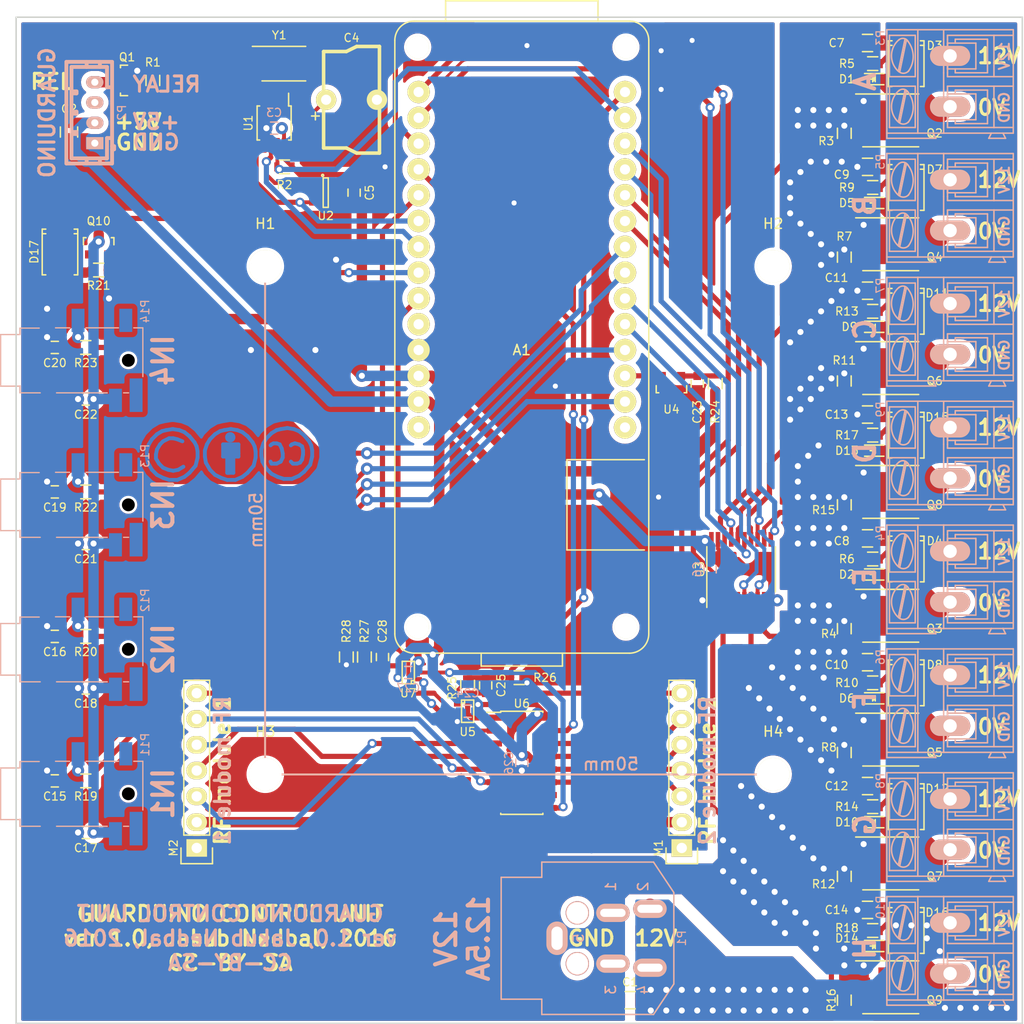
<source format=kicad_pcb>
(kicad_pcb (version 20221018) (generator pcbnew)
  (title_block (title "Guarduino Control Unit") (date "2016-10-07") (rev "1.0") (company "Serious Play Ltd") (comment 1 "Jakub Nedbal") (comment 2 "License: CC-BY-SA"))
  (layers (0 "F.Cu" signal) (31 "B.Cu" signal) (34 "B.Paste" user) (35 "F.Paste" user) (36 "B.SilkS" user "B.Silkscreen") (37 "F.SilkS" user "F.Silkscreen") (38 "B.Mask" user) (39 "F.Mask" user) (44 "Edge.Cuts" user))
  (net 0 "")
  (net 1 "+12V")
  (net 2 "GND")
  (net 3 "VCC")
  (net 4 "+3V3")
  (net 5 "Net-(C15-Pad1)")
  (net 6 "Net-(C16-Pad1)")
  (net 7 "Net-(C17-Pad1)")
  (net 8 "Net-(C19-Pad1)")
  (net 9 "Net-(C20-Pad1)")
  (net 10 "Net-(C23-Pad1)")
  (net 11 "/RFmodules/RF_DATA_3V3")
  (net 12 "/RFmodules/RF_DATA")
  (net 13 "/RFmodules/MISO")
  (net 14 "/RFmodules/SD2")
  (net 15 "Net-(D1-Pad2)")
  (net 16 "Net-(D1-Pad1)")
  (net 17 "Net-(D2-Pad2)")
  (net 18 "Net-(D2-Pad1)")
  (net 19 "Net-(D5-Pad2)")
  (net 20 "Net-(D5-Pad1)")
  (net 21 "Net-(D6-Pad2)")
  (net 22 "Net-(D6-Pad1)")
  (net 23 "Net-(D9-Pad2)")
  (net 24 "Net-(D11-Pad2)")
  (net 25 "Net-(D10-Pad2)")
  (net 26 "Net-(D10-Pad1)")
  (net 27 "Net-(D13-Pad2)")
  (net 28 "Net-(D13-Pad1)")
  (net 29 "Net-(D14-Pad2)")
  (net 30 "Net-(D14-Pad1)")
  (net 31 "Net-(D17-Pad2)")
  (net 32 "/RFmodules/D0_1")
  (net 33 "/RFmodules/D1_1")
  (net 34 "/RFmodules/D2_1")
  (net 35 "/RFmodules/D3_1")
  (net 36 "/RFmodules/VT_1")
  (net 37 "/RFmodules/D0_2")
  (net 38 "/RFmodules/D1_2")
  (net 39 "/RFmodules/D2_2")
  (net 40 "/RFmodules/D3_2")
  (net 41 "/RFmodules/VT_2")
  (net 42 "/RELAY")
  (net 43 "/POWER")
  (net 44 "/PowerDrivers/OUT0")
  (net 45 "/PowerDrivers/OUT4")
  (net 46 "/PowerDrivers/OUT1")
  (net 47 "/PowerDrivers/OUT5")
  (net 48 "/PowerDrivers/OUT2")
  (net 49 "/PowerDrivers/OUT6")
  (net 50 "/PowerDrivers/OUT3")
  (net 51 "/PowerDrivers/OUT7")
  (net 52 "/~{RTC_INT}")
  (net 53 "Net-(U1-Pad1)")
  (net 54 "Net-(U1-Pad2)")
  (net 55 "Net-(C4-Pad1)")
  (net 56 "/SDA")
  (net 57 "/SCL")
  (net 58 "/RFmodules/~{CS_RF}")
  (net 59 "/RFmodules/SD1")
  (net 60 "/PowerDrivers/D3")
  (net 61 "/PowerDrivers/D2")
  (net 62 "/PowerDrivers/D1")
  (net 63 "/PowerDrivers/D0")
  (net 64 "/Sensors/SENS3")
  (net 65 "/Sensors/SENS2")
  (net 66 "/PowerDrivers/D7")
  (net 67 "/PowerDrivers/D6")
  (net 68 "/Sensors/SENS1")
  (net 69 "/Sensors/TEMP")
  (net 70 "/Sensors/SENS0")
  (net 71 "Net-(A1-Pad1)")
  (net 72 "Net-(A1-Pad28)")
  (net 73 "Net-(A1-Pad24)")
  (net 74 "/Sensors/~{SENS}")
  (net 75 "/RFmodules/SCK")
  (net 76 "/PowerDrivers/D5")
  (net 77 "/PowerDrivers/D4")
  (net 78 "Net-(P11-PadLS)")
  (net 79 "Net-(P11-PadRS)")
  (net 80 "Net-(P12-PadLS)")
  (net 81 "Net-(P12-PadRS)")
  (net 82 "Net-(P13-PadLS)")
  (net 83 "Net-(P13-PadRS)")
  (net 84 "Net-(P14-PadLS)")
  (net 85 "Net-(P14-PadRS)")
  (net 86 "Net-(U6-Pad7)")
  (net 87 "Net-(U6-Pad10)")
  (net 88 "Net-(P2-Pad3)")
  (footprint "Capacitors_SMD:C_0805" (layer "F.Cu") (at 104.14 124.206 180)
    (fp_text reference "C1")
    (fp_text value "10u/25V" hide)
  )
  (footprint "Capacitors_SMD:C_0805" (layer "F.Cu") (at 48.895 38.735 -90)
    (fp_text reference "C2")
    (fp_text value "10u/25V" hide)
  )
  (footprint "Capacitors_SMD:C_0603" (layer "F.Cu") (at 76.962 44.704 90)
    (fp_text reference "C5")
    (fp_text value "100n" hide)
  )
  (footprint "Capacitors_SMD:C_0805" (layer "F.Cu") (at 127.508 29.972 180)
    (fp_text reference "C7")
    (fp_text value "10u/25V" hide)
  )
  (footprint "Capacitors_SMD:C_0603" (layer "F.Cu") (at 47.498 59.944 180)
    (fp_text reference "C20")
    (fp_text value "100n" hide)
  )
  (footprint "Capacitors_SMD:C_0603" (layer "F.Cu") (at 47.498 74.168 180)
    (fp_text reference "C19")
    (fp_text value "100n" hide)
  )
  (footprint "Capacitors_SMD:C_0603" (layer "F.Cu") (at 50.546 65.024 180)
    (fp_text reference "C22")
    (fp_text value "100n" hide)
  )
  (footprint "Capacitors_SMD:C_0603" (layer "F.Cu") (at 50.546 79.248 180)
    (fp_text reference "C21")
    (fp_text value "100n" hide)
  )
  (footprint "Capacitors_SMD:C_0603" (layer "F.Cu") (at 47.498 88.392 180)
    (fp_text reference "C16")
    (fp_text value "100n" hide)
  )
  (footprint "Capacitors_SMD:C_0603" (layer "F.Cu") (at 47.498 102.616 180)
    (fp_text reference "C15")
    (fp_text value "100n" hide)
  )
  (footprint "Capacitors_SMD:C_0603" (layer "F.Cu") (at 50.546 93.472 180)
    (fp_text reference "C18")
    (fp_text value "100n" hide)
  )
  (footprint "Capacitors_SMD:C_0603" (layer "F.Cu") (at 50.546 107.696 180)
    (fp_text reference "C17")
    (fp_text value "100n" hide)
  )
  (footprint "Capacitors_SMD:C_0603" (layer "F.Cu") (at 110.744 63.5 -90)
    (fp_text reference "C23")
    (fp_text value "1u" hide)
  )
  (footprint "Capacitors_SMD:C_0603" (layer "F.Cu") (at 89.916 93.218 -90)
    (fp_text reference "C25")
    (fp_text value "10p" hide)
  )
  (footprint "Capacitors_SMD:C_0603" (layer "F.Cu") (at 79.756 90.424 -90)
    (fp_text reference "C28")
    (fp_text value "10p" hide)
  )
  (footprint "LEDs:LED_0603" (layer "F.Cu") (at 128.016 33.528 180)
    (fp_text reference "D1")
    (fp_text value "LED GREEN" hide)
  )
  (footprint "Diodes_SMD:SMA_Standard" (layer "F.Cu") (at 131.318 32.004 -90)
    (fp_text reference "D3")
    (fp_text value "1N5819" hide)
  )
  (footprint "Socket_Strips:Socket_Strip_Straight_1x07" (layer "F.Cu") (at 109.22 109.22 90)
    (fp_text reference "M1")
    (fp_text value "PT2272" hide)
  )
  (footprint "Socket_Strips:Socket_Strip_Straight_1x07" (layer "F.Cu") (at 61.468 109.22 90)
    (fp_text reference "M2")
    (fp_text value "PT2272" hide)
  )
  (footprint "TO_SOT_Packages_SMD:SOT-23" (layer "F.Cu") (at 54.61 33.655 90)
    (fp_text reference "Q1")
    (fp_text value "CJ2302" hide)
  )
  (footprint "SMD_Packages:SO-8_PowerPAK_Vishay_Single" (layer "F.Cu") (at 129.794 37.592)
    (fp_text reference "Q2")
    (fp_text value "PSMN6R0" hide)
  )
  (footprint "TO_SOT_Packages_SMD:SOT-23" (layer "F.Cu") (at 51.816 49.784)
    (fp_text reference "Q10")
    (fp_text value "FDN340P" hide)
  )
  (footprint "Resistors_SMD:R_0603" (layer "F.Cu") (at 57.15 33.655 90)
    (fp_text reference "R1")
    (fp_text value "560k" hide)
  )
  (footprint "Resistors_SMD:R_0603" (layer "F.Cu") (at 70.104 42.164 180)
    (fp_text reference "R2")
    (fp_text value "10k" hide)
  )
  (footprint "Resistors_SMD:R_0603" (layer "F.Cu") (at 125.222 38.862 90)
    (fp_text reference "R3")
    (fp_text value "560k" hide)
  )
  (footprint "Resistors_SMD:R_0603" (layer "F.Cu") (at 128.016 32.004 180)
    (fp_text reference "R5")
    (fp_text value "10k" hide)
  )
  (footprint "Resistors_SMD:R_0603" (layer "F.Cu") (at 50.546 59.944)
    (fp_text reference "R23")
    (fp_text value "1k5" hide)
  )
  (footprint "Resistors_SMD:R_0603" (layer "F.Cu") (at 50.546 74.168)
    (fp_text reference "R22")
    (fp_text value "1k5" hide)
  )
  (footprint "Resistors_SMD:R_0603" (layer "F.Cu") (at 51.816 52.324 180)
    (fp_text reference "R21")
    (fp_text value "560k" hide)
  )
  (footprint "Resistors_SMD:R_0603" (layer "F.Cu") (at 50.546 88.392)
    (fp_text reference "R20")
    (fp_text value "1k5" hide)
  )
  (footprint "Resistors_SMD:R_0603" (layer "F.Cu") (at 50.546 102.616)
    (fp_text reference "R19")
    (fp_text value "1k5" hide)
  )
  (footprint "Resistors_SMD:R_0603" (layer "F.Cu") (at 112.522 63.5 90)
    (fp_text reference "R24")
    (fp_text value "220R" hide)
  )
  (footprint "Resistors_SMD:R_0603" (layer "F.Cu") (at 88.138 93.218 -90)
    (fp_text reference "R25")
    (fp_text value "1k5" hide)
  )
  (footprint "Resistors_SMD:R_0603" (layer "F.Cu") (at 93.218 92.456)
    (fp_text reference "R26")
    (fp_text value "3k" hide)
  )
  (footprint "Resistors_SMD:R_0603" (layer "F.Cu") (at 77.978 90.424 -90)
    (fp_text reference "R27")
    (fp_text value "1k5" hide)
  )
  (footprint "Resistors_SMD:R_0603" (layer "F.Cu") (at 76.2 90.424 -90)
    (fp_text reference "R28")
    (fp_text value "3k" hide)
  )
  (footprint "Housings_SSOP:MSOP-8_3x3mm_Pitch0.65mm" (layer "F.Cu") (at 69.088 37.846 -90)
    (fp_text reference "U1")
    (fp_text value "DS1339" hide)
  )
  (footprint "TO_SOT_Packages_SMD:SOT-23-5" (layer "F.Cu") (at 74.168 44.704)
    (fp_text reference "U2")
    (fp_text value "24AA16T" hide)
  )
  (footprint "Housings_SSOP:TSSOP-20_4.4x6.5mm_Pitch0.65mm" (layer "F.Cu") (at 115.062 81.788 90)
    (fp_text reference "U3")
    (fp_text value "74AHCT244" hide)
  )
  (footprint "TO_SOT_Packages_SMD:SOT-23" (layer "F.Cu") (at 108.204 63.754 180)
    (fp_text reference "U4")
    (fp_text value "MCP9700" hide)
  )
  (footprint "TO_SOT_Packages_SMD:SC-70-5" (layer "F.Cu") (at 88.138 95.758 -90)
    (fp_text reference "U5")
    (fp_text value "74AHC1G02" hide)
  )
  (footprint "jakub:SD_CAP" (layer "F.Cu") (at 76.708 35.56)
    (fp_text reference "C4")
    (fp_text value "0.33F/5.5V")
  )
  (footprint "Housings_SOIC:SOIC-16_3.9x9.9mm_Pitch1.27mm" (layer "F.Cu") (at 93.472 100.838)
    (fp_text reference "U6")
    (fp_text value "74HCT165" hide)
  )
  (footprint "TO_SOT_Packages_SMD:SC-70-5" (layer "F.Cu") (at 82.296 91.948 90)
    (fp_text reference "U7")
    (fp_text value "74AHCT1G125" hide)
  )
  (footprint "Crystals:Crystal_SMD_5032_2Pads" (layer "F.Cu") (at 69.596 32.004)
    (fp_text reference "Y1")
    (fp_text value "32.768kHz" hide)
  )
  (footprint "jakub:ARDUINO_MKR1000" (layer "F.Cu") (at 93.472 58.928 180)
    (fp_text reference "A1")
    (fp_text value "ARDUINO_MKR1000")
  )
  (footprint "Capacitors_SMD:C_0805" (layer "F.Cu") (at 127.508 78.74 180)
    (fp_text reference "C8")
    (fp_text value "10u/25V" hide)
  )
  (footprint "LEDs:LED_0603" (layer "F.Cu") (at 128.016 82.296 180)
    (fp_text reference "D2")
    (fp_text value "LED GREEN" hide)
  )
  (footprint "Diodes_SMD:SMA_Standard" (layer "F.Cu") (at 131.318 80.772 -90)
    (fp_text reference "D4")
    (fp_text value "1N5819" hide)
  )
  (footprint "SMD_Packages:SO-8_PowerPAK_Vishay_Single" (layer "F.Cu") (at 129.794 86.36)
    (fp_text reference "Q3")
    (fp_text value "PSMN6R0" hide)
  )
  (footprint "Resistors_SMD:R_0603" (layer "F.Cu") (at 125.222 87.63 90)
    (fp_text reference "R4")
    (fp_text value "560k" hide)
  )
  (footprint "Resistors_SMD:R_0603" (layer "F.Cu") (at 128.016 80.772 180)
    (fp_text reference "R6")
    (fp_text value "10k" hide)
  )
  (footprint "Resistors_SMD:R_0603" (layer "F.Cu") (at 128.016 92.964 180)
    (fp_text reference "R10")
    (fp_text value "10k" hide)
  )
  (footprint "Resistors_SMD:R_0603" (layer "F.Cu") (at 125.222 99.822 90)
    (fp_text reference "R8")
    (fp_text value "560k" hide)
  )
  (footprint "SMD_Packages:SO-8_PowerPAK_Vishay_Single" (layer "F.Cu") (at 129.794 98.552)
    (fp_text reference "Q5")
    (fp_text value "PSMN6R0" hide)
  )
  (footprint "Diodes_SMD:SMA_Standard" (layer "F.Cu") (at 131.318 92.964 -90)
    (fp_text reference "D8")
    (fp_text value "1N5819" hide)
  )
  (footprint "LEDs:LED_0603" (layer "F.Cu") (at 128.016 94.488 180)
    (fp_text reference "D6")
    (fp_text value "LED GREEN" hide)
  )
  (footprint "Capacitors_SMD:C_0805" (layer "F.Cu") (at 127.508 90.932 180)
    (fp_text reference "C10")
    (fp_text value "10u/25V" hide)
  )
  (footprint "Capacitors_SMD:C_0805" (layer "F.Cu") (at 127.508 42.164 180)
    (fp_text reference "C9")
    (fp_text value "10u/25V" hide)
  )
  (footprint "LEDs:LED_0603" (layer "F.Cu") (at 128.016 45.72 180)
    (fp_text reference "D5")
    (fp_text value "LED GREEN" hide)
  )
  (footprint "Diodes_SMD:SMA_Standard" (layer "F.Cu") (at 131.318 44.196 -90)
    (fp_text reference "D7")
    (fp_text value "1N5819" hide)
  )
  (footprint "SMD_Packages:SO-8_PowerPAK_Vishay_Single" (layer "F.Cu") (at 129.794 49.784)
    (fp_text reference "Q4")
    (fp_text value "PSMN6R0" hide)
  )
  (footprint "Resistors_SMD:R_0603" (layer "F.Cu") (at 125.222 51.054 90)
    (fp_text reference "R7")
    (fp_text value "560k" hide)
  )
  (footprint "Resistors_SMD:R_0603" (layer "F.Cu") (at 128.016 44.196 180)
    (fp_text reference "R9")
    (fp_text value "10k" hide)
  )
  (footprint "Resistors_SMD:R_0603" (layer "F.Cu") (at 128.016 68.58 180)
    (fp_text reference "R17")
    (fp_text value "10k" hide)
  )
  (footprint "Resistors_SMD:R_0603" (layer "F.Cu") (at 125.222 75.438 90)
    (fp_text reference "R15")
    (fp_text value "560k" hide)
  )
  (footprint "SMD_Packages:SO-8_PowerPAK_Vishay_Single" (layer "F.Cu") (at 129.794 74.168)
    (fp_text reference "Q8")
    (fp_text value "PSMN6R0" hide)
  )
  (footprint "Diodes_SMD:SMA_Standard" (layer "F.Cu") (at 131.318 68.58 -90)
    (fp_text reference "D15")
    (fp_text value "1N5819" hide)
  )
  (footprint "LEDs:LED_0603" (layer "F.Cu") (at 128.016 70.104 180)
    (fp_text reference "D13")
    (fp_text value "LED GREEN" hide)
  )
  (footprint "Capacitors_SMD:C_0805" (layer "F.Cu") (at 127.508 66.548 180)
    (fp_text reference "C13")
    (fp_text value "10u/25V" hide)
  )
  (footprint "Capacitors_SMD:C_0805" (layer "F.Cu") (at 127.508 115.316 180)
    (fp_text reference "C14")
    (fp_text value "10u/25V" hide)
  )
  (footprint "LEDs:LED_0603" (layer "F.Cu") (at 128.016 118.872 180)
    (fp_text reference "D14")
    (fp_text value "LED GREEN" hide)
  )
  (footprint "Diodes_SMD:SMA_Standard" (layer "F.Cu") (at 131.318 117.348 -90)
    (fp_text reference "D16")
    (fp_text value "1N5819" hide)
  )
  (footprint "SMD_Packages:SO-8_PowerPAK_Vishay_Single" (layer "F.Cu") (at 129.794 122.936)
    (fp_text reference "Q9")
    (fp_text value "PSMN6R0" hide)
  )
  (footprint "Resistors_SMD:R_0603" (layer "F.Cu") (at 125.222 124.206 90)
    (fp_text reference "R16")
    (fp_text value "560k" hide)
  )
  (footprint "Resistors_SMD:R_0603" (layer "F.Cu") (at 128.016 117.348 180)
    (fp_text reference "R18")
    (fp_text value "10k" hide)
  )
  (footprint "Resistors_SMD:R_0603" (layer "F.Cu") (at 128.016 105.156 180)
    (fp_text reference "R14")
    (fp_text value "10k" hide)
  )
  (footprint "Resistors_SMD:R_0603" (layer "F.Cu") (at 125.222 112.014 90)
    (fp_text reference "R12")
    (fp_text value "560k" hide)
  )
  (footprint "SMD_Packages:SO-8_PowerPAK_Vishay_Single" (layer "F.Cu") (at 129.794 110.744)
    (fp_text reference "Q7")
    (fp_text value "PSMN6R0" hide)
  )
  (footprint "Diodes_SMD:SMA_Standard" (layer "F.Cu") (at 131.318 105.156 -90)
    (fp_text reference "D12")
    (fp_text value "1N5819" hide)
  )
  (footprint "LEDs:LED_0603" (layer "F.Cu") (at 128.016 106.68 180)
    (fp_text reference "D10")
    (fp_text value "LED GREEN" hide)
  )
  (footprint "Capacitors_SMD:C_0805" (layer "F.Cu") (at 127.508 103.124 180)
    (fp_text reference "C12")
    (fp_text value "10u/25V" hide)
  )
  (footprint "Capacitors_SMD:C_0805" (layer "F.Cu") (at 127.508 54.356 180)
    (fp_text reference "C11")
    (fp_text value "10u/25V" hide)
  )
  (footprint "LEDs:LED_0603" (layer "F.Cu") (at 128.016 57.912 180)
    (fp_text reference "D9")
    (fp_text value "LED GREEN" hide)
  )
  (footprint "Diodes_SMD:SMA_Standard" (layer "F.Cu") (at 131.318 56.388 -90)
    (fp_text reference "D11")
    (fp_text value "1N5819" hide)
  )
  (footprint "SMD_Packages:SO-8_PowerPAK_Vishay_Single" (layer "F.Cu") (at 129.794 61.976)
    (fp_text reference "Q6")
    (fp_text value "PSMN6R0" hide)
  )
  (footprint "Resistors_SMD:R_0603" (layer "F.Cu") (at 125.222 63.246 90)
    (fp_text reference "R11")
    (fp_text value "560k" hide)
  )
  (footprint "Resistors_SMD:R_0603" (layer "F.Cu") (at 128.016 56.388 180)
    (fp_text reference "R13")
    (fp_text value "10k" hide)
  )
  (footprint "Diodes_SMD:SMA_Standard" (layer "F.Cu") (at 48.006 50.546 -90)
    (fp_text reference "D17")
    (fp_text value "1N5819" hide)
  )
  (footprint "Mounting_Holes:MountingHole_3.2mm_M3" (layer "F.Cu") (at 68.218 51.962)
    (fp_text reference "H1")
    (fp_text value "⌀3mm")
  )
  (footprint "Mounting_Holes:MountingHole_3.2mm_M3" (layer "F.Cu") (at 118.218 51.962)
    (fp_text reference "H2")
    (fp_text value "⌀3mm")
  )
  (footprint "Mounting_Holes:MountingHole_3.2mm_M3" (layer "F.Cu") (at 68.218 101.962)
    (fp_text reference "H3")
    (fp_text value "⌀3mm")
  )
  (footprint "Mounting_Holes:MountingHole_3.2mm_M3" (layer "F.Cu") (at 118.218 101.962)
    (fp_text reference "H4")
    (fp_text value "⌀3mm")
  )
  (footprint "Capacitors_SMD:C_0603" (layer "B.Cu") (at 69.088 38.354 180)
    (fp_text reference "C3")
    (fp_text value "100n" hide)
  )
  (footprint "Capacitors_SMD:C_0603" (layer "B.Cu") (at 112.014 81.788 -90)
    (fp_text reference "C6")
    (fp_text value "100n" hide)
  )
  (footprint "Capacitors_SMD:C_0603" (layer "B.Cu") (at 88.138 95.758 180)
    (fp_text reference "C24")
    (fp_text value "100n" hide)
  )
  (footprint "Capacitors_SMD:C_0603" (layer "B.Cu") (at 93.472 100.838 -90)
    (fp_text reference "C26")
    (fp_text value "100n" hide)
  )
  (footprint "Capacitors_SMD:C_0603" (layer "B.Cu") (at 82.296 91.948)
    (fp_text reference "C27")
    (fp_text value "100n" hide)
  )
  (footprint "Connect:AK300-2" (layer "B.Cu") (at 135.636 31.242 -90)
    (fp_text reference "P3")
    (fp_text value "GS009S" hide)
  )
  (footprint "jakub:SUNTECH_ST-PJ-312" (layer "B.Cu") (at 49.784 61.214 180)
    (fp_text reference "P14")
    (fp_text value "3pin 3.5mm jack" hide)
  )
  (footprint "jakub:SUNTECH_ST-PJ-312" (layer "B.Cu") (at 49.784 75.438 180)
    (fp_text reference "P13")
    (fp_text value "3pin 3.5mm jack" hide)
  )
  (footprint "jakub:SUNTECH_ST-PJ-312" (layer "B.Cu") (at 49.784 89.662 180)
    (fp_text reference "P12")
    (fp_text value "3pin 3.5mm jack" hide)
  )
  (footprint "jakub:SUNTECH_ST-PJ-312" (layer "B.Cu") (at 49.784 103.886 180)
    (fp_text reference "P11")
    (fp_text value "3pin 3.5mm jack" hide)
  )
  (footprint "Connect:AK300-2" (layer "B.Cu") (at 135.636 80.01 -90)
    (fp_text reference "P4")
    (fp_text value "GS009S" hide)
  )
  (footprint "Connect:AK300-2" (layer "B.Cu") (at 135.636 92.202 -90)
    (fp_text reference "P6")
    (fp_text value "GS009S" hide)
  )
  (footprint "Connect:AK300-2" (layer "B.Cu") (at 135.636 43.434 -90)
    (fp_text reference "P5")
    (fp_text value "GS009S" hide)
  )
  (footprint "Connect:AK300-2" (layer "B.Cu") (at 135.636 67.818 -90)
    (fp_text reference "P9")
    (fp_text value "GS009S" hide)
  )
  (footprint "Connect:AK300-2" (layer "B.Cu") (at 135.636 116.586 -90)
    (fp_text reference "P10")
    (fp_text value "GS009S" hide)
  )
  (footprint "Connect:AK300-2" (layer "B.Cu") (at 135.636 104.394 -90)
    (fp_text reference "P8")
    (fp_text value "GS009S" hide)
  )
  (footprint "Connect:AK300-2" (layer "B.Cu") (at 135.636 55.626 -90)
    (fp_text reference "P7")
    (fp_text value "GS009S" hide)
  )
  (footprint "jakub:MiniDIN4way" (layer "B.Cu") (at 91.44 118.11 -90)
    (fp_text reference "P1")
    (fp_text value "4way mini DIN")
  )
  (footprint "jakub:JST_PH_04way_vert" (layer "B.Cu") (at 51.435 36.83 90)
    (fp_text reference "P2")
    (fp_text value "4way connector" hide)
  )
  (footprint "Symbols:Symbol_CC-Attribution_CopperTop_Small" (layer "B.Cu") (at 64.77 70.485 180)
    (fp_text reference "REF**" hide)
    (fp_text value "Symbol_CC-Attribution_CopperTop_Small" hide)
  )
  (footprint "Symbols:Symbol_CC-ShareAlike_CopperTop_Small" (layer "B.Cu") (at 59.055 70.485 180)
    (fp_text reference "REF**" hide)
    (fp_text value "Symbol_CC-ShareAlike_CopperTop_Small" hide)
  )
  (footprint "Symbols:Symbol_CreativeCommons_CopperTop_Type2_Small" (layer "B.Cu") (at 70.485 70.485 180)
    (fp_text reference "REF**" hide)
    (fp_text value "Symbol_CreativeCommons_CopperTop_Type2_Small" hide)
  )
  (gr_line (start 68.199 100.33) (end 68.199 53.594) (stroke (width 0.2)) (layer "B.SilkS"))
  (gr_line (start 116.586 101.981) (end 69.85 101.981) (stroke (width 0.2)) (layer "B.SilkS"))
  (gr_line (start 43.688 126.492) (end 142.748 126.492) (stroke (width 0.15)) (layer "Edge.Cuts"))
  (gr_line (start 43.688 27.432) (end 43.688 126.492) (stroke (width 0.15)) (layer "Edge.Cuts"))
  (gr_line (start 142.748 27.432) (end 43.688 27.432) (stroke (width 0.15)) (layer "Edge.Cuts"))
  (gr_line (start 142.748 126.492) (end 142.748 27.432) (stroke (width 0.15)) (layer "Edge.Cuts"))
  (gr_text "12V" (at 140.97 43.434 90) (layer "B.SilkS") (effects (font (size 1 1) (thickness 0.2)) (justify mirror)))
  (gr_text "12V" (at 140.97 55.626 90) (layer "B.SilkS") (effects (font (size 1 1) (thickness 0.2)) (justify mirror)))
  (gr_text "12V" (at 140.97 67.818 90) (layer "B.SilkS") (effects (font (size 1 1) (thickness 0.2)) (justify mirror)))
  (gr_text "12V" (at 140.97 80.01 90) (layer "B.SilkS") (effects (font (size 1 1) (thickness 0.2)) (justify mirror)))
  (gr_text "12V" (at 140.97 92.202 90) (layer "B.SilkS") (effects (font (size 1 1) (thickness 0.2)) (justify mirror)))
  (gr_text "12V" (at 140.97 104.394 90) (layer "B.SilkS") (effects (font (size 1 1) (thickness 0.2)) (justify mirror)))
  (gr_text "12V" (at 140.97 116.586 90) (layer "B.SilkS") (effects (font (size 1 1) (thickness 0.2)) (justify mirror)))
  (gr_text "GND" (at 140.97 48.514 90) (layer "B.SilkS") (effects (font (size 1 1) (thickness 0.2)) (justify mirror)))
  (gr_text "IN2" (at 58.166 89.662 90) (layer "B.SilkS") (effects (font (size 2 2) (thickness 0.4)) (justify mirror)))
  (gr_text "H" (at 127.254 119.126 90) (layer "B.SilkS") (effects (font (size 2 2) (thickness 0.4)) (justify mirror)))
  (gr_text "GUARDUINO CONTROL UNIT\nver 1.0, Jakub Nedbal, 2016\nCC-BY-SA" (at 64.77 118.11) (layer "B.SilkS") (effects (font (size 1.5 1.5) (thickness 0.3)) (justify mirror)))
  (gr_text "12V" (at 140.97 31.242 90) (layer "B.SilkS") (effects (font (size 1 1) (thickness 0.2)) (justify mirror)))
  (gr_text "C" (at 127.254 58.166 90) (layer "B.SilkS") (effects (font (size 2 2) (thickness 0.4)) (justify mirror)))
  (gr_text "D" (at 127.254 70.358 90) (layer "B.SilkS") (effects (font (size 2 2) (thickness 0.4)) (justify mirror)))
  (gr_text "F" (at 127.254 94.742 90) (layer "B.SilkS") (effects (font (size 2 2) (thickness 0.4)) (justify mirror)))
  (gr_text "GND" (at 140.97 36.322 90) (layer "B.SilkS") (effects (font (size 1 1) (thickness 0.2)) (justify mirror)))
  (gr_text "RF module 1" (at 64.008 101.6 90) (layer "B.SilkS") (effects (font (size 1.5 1.5) (thickness 0.3)) (justify mirror)))
  (gr_text "A" (at 127.254 33.782 90) (layer "B.SilkS") (effects (font (size 2 2) (thickness 0.4)) (justify mirror)))
  (gr_text "IN4" (at 58.166 61.214 90) (layer "B.SilkS") (effects (font (size 2 2) (thickness 0.4)) (justify mirror)))
  (gr_text "GUARDUINO" (at 46.736 36.83 90) (layer "B.SilkS") (effects (font (size 1.5 1.5) (thickness 0.3)) (justify mirror)))
  (gr_text "GND" (at 140.97 121.666 90) (layer "B.SilkS") (effects (font (size 1 1) (thickness 0.2)) (justify mirror)))
  (gr_text "12V\n12.5A" (at 87.63 118.11 90) (layer "B.SilkS") (effects (font (size 2 2) (thickness 0.4)) (justify mirror)))
  (gr_text "GND" (at 140.97 109.474 90) (layer "B.SilkS") (effects (font (size 1 1) (thickness 0.2)) (justify mirror)))
  (gr_text "GND" (at 140.97 72.898 90) (layer "B.SilkS") (effects (font (size 1 1) (thickness 0.2)) (justify mirror)))
  (gr_text "IN3" (at 58.166 75.438 90) (layer "B.SilkS") (effects (font (size 2 2) (thickness 0.4)) (justify mirror)))
  (gr_text "RF module 2" (at 111.76 101.6 90) (layer "B.SilkS") (effects (font (size 1.5 1.5) (thickness 0.3)) (justify mirror)))
  (gr_text "RELAY" (at 54.991 34.036) (layer "B.SilkS") (effects (font (size 1.5 1.5) (thickness 0.3)) (justify right mirror)))
  (gr_text "B" (at 127.254 45.974 90) (layer "B.SilkS") (effects (font (size 2 2) (thickness 0.4)) (justify mirror)))
  (gr_text "GND" (at 140.97 85.09 90) (layer "B.SilkS") (effects (font (size 1 1) (thickness 0.2)) (justify mirror)))
  (gr_text "+5V" (at 54.991 37.719) (layer "B.SilkS") (effects (font (size 1.5 1.5) (thickness 0.3)) (justify right mirror)))
  (gr_text "GND" (at 54.991 39.751) (layer "B.SilkS") (effects (font (size 1.5 1.5) (thickness 0.3)) (justify right mirror)))
  (gr_text "G" (at 127.254 106.934 90) (layer "B.SilkS") (effects (font (size 2 2) (thickness 0.4)) (justify mirror)))
  (gr_text "GND" (at 140.97 97.282 90) (layer "B.SilkS") (effects (font (size 1 1) (thickness 0.2)) (justify mirror)))
  (gr_text "50mm" (at 67.31 76.962 90) (layer "B.SilkS") (effects (font (size 1.2 1.2) (thickness 0.2)) (justify mirror)))
  (gr_text "50mm" (at 102.235 100.965) (layer "B.SilkS") (effects (font (size 1.2 1.2) (thickness 0.2)) (justify mirror)))
  (gr_text "GND" (at 140.97 60.706 90) (layer "B.SilkS") (effects (font (size 1 1) (thickness 0.2)) (justify mirror)))
  (gr_text "E" (at 127.254 82.55 90) (layer "B.SilkS") (effects (font (size 2 2) (thickness 0.4)) (justify mirror)))
  (gr_text "IN1" (at 58.166 103.886 90) (layer "B.SilkS") (effects (font (size 2 2) (thickness 0.4)) (justify mirror)))
  (gr_text "GND" (at 53.34 39.751) (layer "F.SilkS") (effects (font (size 1.5 1.5) (thickness 0.3)) (justify left)))
  (gr_text "0V" (at 138.176 60.706) (layer "F.SilkS") (effects (font (size 1.5 1.5) (thickness 0.3)) (justify left)))
  (gr_text "0V" (at 138.176 109.474) (layer "F.SilkS") (effects (font (size 1.5 1.5) (thickness 0.3)) (justify left)))
  (gr_text "0V" (at 138.176 48.514) (layer "F.SilkS") (effects (font (size 1.5 1.5) (thickness 0.3)) (justify left)))
  (gr_text "RF module 1" (at 64.008 101.6 90) (layer "F.SilkS") (effects (font (size 1.5 1.5) (thickness 0.3))))
  (gr_text "12V" (at 106.68 118.11) (layer "F.SilkS") (effects (font (size 1.5 1.5) (thickness 0.3))))
  (gr_text "0V" (at 138.176 97.282) (layer "F.SilkS") (effects (font (size 1.5 1.5) (thickness 0.3)) (justify left)))
  (gr_text "0V" (at 138.176 85.09) (layer "F.SilkS") (effects (font (size 1.5 1.5) (thickness 0.3)) (justify left)))
  (gr_text "0V" (at 138.176 36.322) (layer "F.SilkS") (effects (font (size 1.5 1.5) (thickness 0.3)) (justify left)))
  (gr_text "12V" (at 138.176 80.01) (layer "F.SilkS") (effects (font (size 1.5 1.5) (thickness 0.3)) (justify left)))
  (gr_text "GUARDUINO CONTROL UNIT\nver 1.0, Jakub Nedbal, 2016\nCC-BY-SA" (at 64.77 118.11) (layer "F.SilkS") (effects (font (size 1.5 1.5) (thickness 0.3))))
  (gr_text "12V" (at 138.176 67.818) (layer "F.SilkS") (effects (font (size 1.5 1.5) (thickness 0.3)) (justify left)))
  (gr_text "REL" (at 49.403 33.782) (layer "F.SilkS") (effects (font (size 1.5 1.5) (thickness 0.3)) (justify right)))
  (gr_text "12V" (at 138.176 116.586) (layer "F.SilkS") (effects (font (size 1.5 1.5) (thickness 0.3)) (justify left)))
  (gr_text "0V" (at 138.176 121.666) (layer "F.SilkS") (effects (font (size 1.5 1.5) (thickness 0.3)) (justify left)))
  (gr_text "+5V" (at 53.213 37.719) (layer "F.SilkS") (effects (font (size 1.5 1.5) (thickness 0.3)) (justify left)))
  (gr_text "12V" (at 138.176 31.242) (layer "F.SilkS") (effects (font (size 1.5 1.5) (thickness 0.3)) (justify left)))
  (gr_text "12V" (at 138.176 104.394) (layer "F.SilkS") (effects (font (size 1.5 1.5) (thickness 0.3)) (justify left)))
  (gr_text "RF module 2" (at 111.76 101.6 90) (layer "F.SilkS") (effects (font (size 1.5 1.5) (thickness 0.3))))
  (gr_text "0V" (at 138.176 72.898) (layer "F.SilkS") (effects (font (size 1.5 1.5) (thickness 0.3)) (justify left)))
  (gr_text "12V" (at 138.176 43.434) (layer "F.SilkS") (effects (font (size 1.5 1.5) (thickness 0.3)) (justify left)))
  (gr_text "12V" (at 138.176 55.626) (layer "F.SilkS") (effects (font (size 1.5 1.5) (thickness 0.3)) (justify left)))
  (gr_text "GND" (at 100.33 118.11) (layer "F.SilkS") (effects (font (size 1.5 1.5) (thickness 0.3))))
  (gr_text "12V" (at 138.176 92.202) (layer "F.SilkS") (effects (font (size 1.5 1.5) (thickness 0.3)) (justify left)))
  (segment (start 134.39902 30.00502) (end 131.318 30.00502) (width 1.5) (layer "F.Cu") (net 1))
  (segment (start 134.39902 78.77302) (end 131.318 78.77302) (width 1.5) (layer "F.Cu") (net 1))
  (segment (start 134.39902 42.19702) (end 131.318 42.19702) (width 1.5) (layer "F.Cu") (net 1))
  (segment (start 134.39902 90.96502) (end 131.318 90.96502) (width 1.5) (layer "F.Cu") (net 1))
  (segment (start 134.39902 54.38902) (end 131.318 54.38902) (width 1.5) (layer "F.Cu") (net 1))
  (segment (start 134.39902 103.15702) (end 131.318 103.15702) (width 1.5) (layer "F.Cu") (net 1))
  (segment (start 134.39902 66.58102) (end 131.318 66.58102) (width 1.5) (layer "F.Cu") (net 1))
  (segment (start 134.39902 115.34902) (end 131.318 115.34902) (width 1.5) (layer "F.Cu") (net 1))
  (segment (start 128.54102 90.96502) (end 128.508 90.932) (width 1.5) (layer "F.Cu") (net 1))
  (segment (start 131.28498 103.124) (end 128.508 103.124) (width 1.5) (layer "F.Cu") (net 1))
  (segment (start 131.28498 115.316) (end 128.508 115.316) (width 1.5) (layer "F.Cu") (net 1))
  (segment (start 131.28498 66.548) (end 128.508 66.548) (width 1.5) (layer "F.Cu") (net 1))
  (segment (start 128.54102 54.38902) (end 128.508 54.356) (width 1.5) (layer "F.Cu") (net 1))
  (segment (start 131.28498 42.164) (end 128.508 42.164) (width 1.5) (layer "F.Cu") (net 1))
  (segment (start 131.28498 29.972) (end 128.508 29.972) (width 1.5) (layer "F.Cu") (net 1))
  (segment (start 130.76498 30.00502) (end 131.318 30.00502) (width 0.508) (layer "F.Cu") (net 1))
  (segment (start 130.76498 42.19702) (end 131.318 42.19702) (width 0.508) (layer "F.Cu") (net 1))
  (segment (start 130.76498 54.38902) (end 131.318 54.38902) (width 0.508) (layer "F.Cu") (net 1))
  (segment (start 130.76498 66.58102) (end 131.318 66.58102) (width 0.508) (layer "F.Cu") (net 1))
  (segment (start 131.28498 78.74) (end 128.508 78.74) (width 1.5) (layer "F.Cu") (net 1))
  (segment (start 130.76498 78.77302) (end 131.318 78.77302) (width 0.508) (layer "F.Cu") (net 1))
  (segment (start 130.76498 90.96502) (end 131.318 90.96502) (width 0.508) (layer "F.Cu") (net 1))
  (segment (start 130.76498 103.15702) (end 131.318 103.15702) (width 0.508) (layer "F.Cu") (net 1))
  (segment (start 130.76498 115.34902) (end 131.318 115.34902) (width 0.508) (layer "F.Cu") (net 1))
  (segment (start 107.696 125.222) (end 109.22 125.222) (width 2) (layer "F.Cu") (net 1))
  (segment (start 110.744 125.222) (end 112.268 125.222) (width 2) (layer "F.Cu") (net 1))
  (segment (start 113.792 125.222) (end 115.316 125.222) (width 2) (layer "F.Cu") (net 1))
  (segment (start 116.84 125.222) (end 118.364 125.222) (width 2) (layer "F.Cu") (net 1))
  (segment (start 119.888 125.222) (end 121.412 125.222) (width 2) (layer "F.Cu") (net 1))
  (segment (start 106.172 123.19) (end 107.696 123.19) (width 2) (layer "F.Cu") (net 1))
  (segment (start 109.22 123.19) (end 110.744 123.19) (width 2) (layer "F.Cu") (net 1))
  (segment (start 112.268 123.19) (end 113.792 123.19) (width 2) (layer "F.Cu") (net 1))
  (segment (start 115.316 123.19) (end 116.84 123.19) (width 2) (layer "F.Cu") (net 1))
  (segment (start 118.364 123.19) (end 119.888 123.19) (width 2) (layer "F.Cu") (net 1))
  (segment (start 106.09 123.108) (end 106.172 123.19) (width 2) (layer "F.Cu") (net 1))
  (segment (start 135.128 124.968) (end 136.652 124.968) (width 2) (layer "F.Cu") (net 1))
  (segment (start 139.7 124.968) (end 141.224 124.968) (width 2) (layer "F.Cu") (net 1))
  (segment (start 131.85902 115.34902) (end 133.35 116.84) (width 1.024) (layer "F.Cu") (net 1))
  (segment (start 131.826 116.84) (end 130.302 116.84) (width 1.024) (layer "F.Cu") (net 1))
  (segment (start 128.766 32.004) (end 130.76498 30.00502) (width 0.508) (layer "F.Cu") (net 1))
  (segment (start 131.318 54.38902) (end 131.28498 54.356) (width 1.5) (layer "F.Cu") (net 1))
  (segment (start 131.318 30.00502) (end 131.28498 29.972) (width 1.5) (layer "F.Cu") (net 1))
  (segment (start 133.35 116.84) (end 133.35 118.11) (width 1.024) (layer "F.Cu") (net 1))
  (segment (start 135.636 104.394) (end 134.39902 103.15702) (width 1.5) (layer "F.Cu") (net 1))
  (segment (start 128.766 44.196) (end 130.76498 42.19702) (width 0.508) (layer "F.Cu") (net 1))
  (segment (start 131.318 115.34902) (end 131.28498 115.316) (width 1.5) (layer "F.Cu") (net 1))
  (segment (start 128.766 68.58) (end 130.76498 66.58102) (width 0.508) (layer "F.Cu") (net 1))
  (segment (start 131.318 54.38902) (end 128.54102 54.38902) (width 1.5) (layer "F.Cu") (net 1))
  (segment (start 135.636 55.626) (end 134.39902 54.38902) (width 1.5) (layer "F.Cu") (net 1))
  (segment (start 135.636 80.01) (end 134.39902 78.77302) (width 1.5) (layer "F.Cu") (net 1))
  (segment (start 128.766 92.964) (end 130.76498 90.96502) (width 0.508) (layer "F.Cu") (net 1))
  (segment (start 138.176 124.968) (end 138.176 123.444) (width 2) (layer "F.Cu") (net 1))
  (segment (start 131.318 42.19702) (end 131.28498 42.164) (width 1.5) (layer "F.Cu") (net 1))
  (segment (start 128.766 117.348) (end 130.76498 115.34902) (width 0.508) (layer "F.Cu") (net 1))
  (segment (start 135.636 31.242) (end 134.39902 30.00502) (width 1.5) (layer "F.Cu") (net 1))
  (segment (start 128.766 80.772) (end 130.76498 78.77302) (width 0.508) (layer "F.Cu") (net 1))
  (segment (start 131.318 66.58102) (end 131.28498 66.548) (width 1.5) (layer "F.Cu") (net 1))
  (segment (start 128.766 56.388) (end 130.76498 54.38902) (width 0.508) (layer "F.Cu") (net 1))
  (segment (start 131.318 115.34902) (end 131.85902 115.34902) (width 1.024) (layer "F.Cu") (net 1))
  (segment (start 133.35 118.11) (end 134.62 119.38) (width 1.024) (layer "F.Cu") (net 1))
  (segment (start 131.318 90.96502) (end 128.54102 90.96502) (width 1.5) (layer "F.Cu") (net 1))
  (segment (start 135.636 43.434) (end 134.39902 42.19702) (width 1.5) (layer "F.Cu") (net 1))
  (segment (start 128.766 105.156) (end 130.76498 103.15702) (width 0.508) (layer "F.Cu") (net 1))
  (segment (start 106.09 115.21) (end 106.09 121.01) (width 2) (layer "F.Cu") (net 1))
  (segment (start 106.09 121.01) (end 106.09 123.108) (width 2) (layer "F.Cu") (net 1))
  (segment (start 135.636 92.202) (end 134.39902 90.96502) (width 1.5) (layer "F.Cu") (net 1))
  (segment (start 135.636 67.818) (end 134.39902 66.58102) (width 1.5) (layer "F.Cu") (net 1))
  (segment (start 131.318 103.15702) (end 131.28498 103.124) (width 1.5) (layer "F.Cu") (net 1))
  (segment (start 131.318 78.77302) (end 131.28498 78.74) (width 1.5) (layer "F.Cu") (net 1))
  (segment (start 135.636 116.586) (end 134.39902 115.34902) (width 1.5) (layer "F.Cu") (net 1))
  (via (at 109.22 123.19) (size 1.2) (drill 0.6) (layers "F.Cu" "B.Cu") (net 1))
  (via (at 116.84 123.19) (size 1.2) (drill 0.6) (layers "F.Cu" "B.Cu") (net 1))
  (via (at 109.22 125.222) (size 1.2) (drill 0.6) (layers "F.Cu" "B.Cu") (net 1))
  (via (at 118.364 123.19) (size 1.2) (drill 0.6) (layers "F.Cu" "B.Cu") (net 1))
  (via (at 141.224 124.968) (size 1.2) (drill 0.6) (layers "F.Cu" "B.Cu") (net 1))
  (via (at 112.268 125.222) (size 1.2) (drill 0.6) (layers "F.Cu" "B.Cu") (net 1))
  (via (at 139.7 123.444) (size 1.2) (drill 0.6) (layers "F.Cu" "B.Cu") (net 1))
  (via (at 131.826 116.84) (size 1.2) (drill 0.6) (layers "F.Cu" "B.Cu") (net 1))
  (via (at 130.302 116.84) (size 1.2) (drill 0.6) (layers "F.Cu" "B.Cu") (net 1))
  (via (at 133.35 118.11) (size 1.2) (drill 0.6) (layers "F.Cu" "B.Cu") (net 1))
  (via (at 133.35 116.84) (size 1.2) (drill 0.6) (layers "F.Cu" "B.Cu") (net 1))
  (via (at 138.176 123.444) (size 1.2) (drill 0.6) (layers "F.Cu" "B.Cu") (net 1))
  (via (at 112.268 123.19) (size 1.2) (drill 0.6) (layers "F.Cu" "B.Cu") (net 1))
  (via (at 139.7 124.968) (size 1.2) (drill 0.6) (layers "F.Cu" "B.Cu") (net 1))
  (via (at 106.172 125.222) (size 1.2) (drill 0.6) (layers "F.Cu" "B.Cu") (net 1))
  (via (at 107.696 123.19) (size 1.2) (drill 0.6) (layers "F.Cu" "B.Cu") (net 1))
  (via (at 119.888 125.222) (size 1.2) (drill 0.6) (layers "F.Cu" "B.Cu") (net 1))
  (via (at 121.412 123.19) (size 1.2) (drill 0.6) (layers "F.Cu" "B.Cu") (net 1))
  (via (at 113.792 125.222) (size 1.2) (drill 0.6) (layers "F.Cu" "B.Cu") (net 1))
  (via (at 118.364 125.222) (size 1.2) (drill 0.6) (layers "F.Cu" "B.Cu") (net 1))
  (via (at 107.696 125.222) (size 1.2) (drill 0.6) (layers "F.Cu" "B.Cu") (net 1))
  (via (at 110.744 125.222) (size 1.2) (drill 0.6) (layers "F.Cu" "B.Cu") (net 1))
  (via (at 110.744 123.19) (size 1.2) (drill 0.6) (layers "F.Cu" "B.Cu") (net 1))
  (via (at 135.128 124.968) (size 1.2) (drill 0.6) (layers "F.Cu" "B.Cu") (net 1))
  (via (at 116.84 125.222) (size 1.2) (drill 0.6) (layers "F.Cu" "B.Cu") (net 1))
  (via (at 115.316 125.222) (size 1.2) (drill 0.6) (layers "F.Cu" "B.Cu") (net 1))
  (via (at 119.888 123.19) (size 1.2) (drill 0.6) (layers "F.Cu" "B.Cu") (net 1))
  (via (at 115.316 123.19) (size 1.2) (drill 0.6) (layers "F.Cu" "B.Cu") (net 1))
  (via (at 113.792 123.19) (size 1.2) (drill 0.6) (layers "F.Cu" "B.Cu") (net 1))
  (via (at 121.412 125.222) (size 1.2) (drill 0.6) (layers "F.Cu" "B.Cu") (net 1))
  (via (at 136.652 124.968) (size 1.2) (drill 0.6) (layers "F.Cu" "B.Cu") (net 1))
  (via (at 138.176 124.968) (size 1.2) (drill 0.6) (layers "F.Cu" "B.Cu") (net 1))
  (via (at 134.62 119.38) (size 1.2) (drill 0.6) (layers "F.Cu" "B.Cu") (net 1))
  (via (at 106.172 123.19) (size 1.2) (drill 0.6) (layers "F.Cu" "B.Cu") (net 1))
  (segment (start 139.192 113.03) (end 139.192 107.95) (width 2) (layer "B.Cu") (net 1))
  (segment (start 139.192 107.95) (end 135.636 104.394) (width 2) (layer "B.Cu") (net 1))
  (segment (start 139.192 100.838) (end 139.192 95.758) (width 2) (layer "B.Cu") (net 1))
  (segment (start 139.192 95.758) (end 135.636 92.202) (width 2) (layer "B.Cu") (net 1))
  (segment (start 139.192 88.646) (end 139.192 83.566) (width 2) (layer "B.Cu") (net 1))
  (segment (start 139.192 83.566) (end 135.636 80.01) (width 2) (layer "B.Cu") (net 1))
  (segment (start 139.192 76.454) (end 139.192 71.374) (width 2) (layer "B.Cu") (net 1))
  (segment (start 139.192 71.374) (end 135.636 67.818) (width 2) (layer "B.Cu") (net 1))
  (segment (start 139.192 64.262) (end 139.192 59.182) (width 2) (layer "B.Cu") (net 1))
  (segment (start 139.192 59.182) (end 135.636 55.626) (width 2) (layer "B.Cu") (net 1))
  (segment (start 139.192 52.07) (end 139.192 46.99) (width 2) (layer "B.Cu") (net 1))
  (segment (start 139.192 46.99) (end 135.636 43.434) (width 2) (layer "B.Cu") (net 1))
  (segment (start 139.192 39.878) (end 139.192 34.798) (width 2) (layer "B.Cu") (net 1))
  (segment (start 139.192 34.798) (end 135.636 31.242) (width 2) (layer "B.Cu") (net 1))
  (segment (start 132.08 120.142) (end 132.08 123.952) (width 2) (layer "B.Cu") (net 1))
  (segment (start 132.08 123.952) (end 131.064 124.968) (width 2) (layer "B.Cu") (net 1))
  (segment (start 131.064 124.968) (end 121.666 124.968) (width 2) (layer "B.Cu") (net 1))
  (segment (start 106.172 125.222) (end 107.696 125.222) (width 2) (layer "B.Cu") (net 1))
  (segment (start 109.22 125.222) (end 110.744 125.222) (width 2) (layer "B.Cu") (net 1))
  (segment (start 112.268 125.222) (end 113.792 125.222) (width 2) (layer "B.Cu") (net 1))
  (segment (start 115.316 125.222) (end 116.84 125.222) (width 2) (layer "B.Cu") (net 1))
  (segment (start 118.364 125.222) (end 119.888 125.222) (width 2) (layer "B.Cu") (net 1))
  (segment (start 121.412 125.222) (end 121.666 124.968) (width 2) (layer "B.Cu") (net 1))
  (segment (start 107.696 123.19) (end 109.22 123.19) (width 2) (layer "B.Cu") (net 1))
  (segment (start 110.744 123.19) (end 112.268 123.19) (width 2) (layer "B.Cu") (net 1))
  (segment (start 113.792 123.19) (end 115.316 123.19) (width 2) (layer "B.Cu") (net 1))
  (segment (start 116.84 123.19) (end 118.364 123.19) (width 2) (layer "B.Cu") (net 1))
  (segment (start 119.888 123.19) (end 121.412 123.19) (width 2) (layer "B.Cu") (net 1))
  (segment (start 136.652 124.968) (end 138.176 124.968) (width 2) (layer "B.Cu") (net 1))
  (segment (start 133.35 118.11) (end 133.731 118.491) (width 1.024) (layer "B.Cu") (net 1))
  (segment (start 133.731 118.491) (end 132.08 120.142) (width 2) (layer "B.Cu") (net 1))
  (segment (start 139.7 124.968) (end 139.7 123.444) (width 2) (layer "B.Cu") (net 1))
  (segment (start 135.636 80.01) (end 139.192 76.454) (width 2) (layer "B.Cu") (net 1))
  (segment (start 135.636 104.394) (end 139.192 100.838) (width 2) (layer "B.Cu") (net 1))
  (segment (start 138.176 124.968) (end 139.7 124.968) (width 2) (layer "B.Cu") (net 1))
  (segment (start 135.636 116.586) (end 139.192 113.03) (width 2) (layer "B.Cu") (net 1))
  (segment (start 135.636 67.818) (end 139.192 64.262) (width 2) (layer "B.Cu") (net 1))
  (segment (start 131.064 124.968) (end 135.128 124.968) (width 2) (layer "B.Cu") (net 1))
  (segment (start 133.35 116.84) (end 131.826 116.84) (width 1.024) (layer "B.Cu") (net 1))
  (segment (start 135.636 43.434) (end 139.192 39.878) (width 2) (layer "B.Cu") (net 1))
  (segment (start 135.636 116.586) (end 133.731 118.491) (width 2) (layer "B.Cu") (net 1))
  (segment (start 135.636 92.202) (end 139.192 88.646) (width 2) (layer "B.Cu") (net 1))
  (segment (start 106.172 125.222) (end 106.172 123.19) (width 2) (layer "B.Cu") (net 1))
  (segment (start 135.636 116.586) (end 140.462 121.412) (width 2) (layer "B.Cu") (net 1))
  (segment (start 135.636 55.626) (end 139.192 52.07) (width 2) (layer "B.Cu") (net 1))
  (segment (start 127.009 38.112) (end 127.124 38.227) (width 1.024) (layer "F.Cu") (net 2))
  (segment (start 127.124 85.725) (end 127.124 84.455) (width 1.024) (layer "F.Cu") (net 2))
  (segment (start 127.124 85.725) (end 127.124 86.995) (width 1.024) (layer "F.Cu") (net 2))
  (segment (start 127.009 86.88) (end 125.222 86.88) (width 1.024) (layer "F.Cu") (net 2))
  (segment (start 127.009 86.88) (end 127.124 86.995) (width 1.024) (layer "F.Cu") (net 2))
  (segment (start 127.009 99.072) (end 127.124 99.187) (width 1.024) (layer "F.Cu") (net 2))
  (segment (start 127.009 99.072) (end 125.222 99.072) (width 1.024) (layer "F.Cu") (net 2))
  (segment (start 127.124 97.917) (end 127.124 99.187) (width 1.024) (layer "F.Cu") (net 2))
  (segment (start 127.124 97.917) (end 127.124 96.647) (width 1.024) (layer "F.Cu") (net 2))
  (segment (start 127.124 47.879) (end 127.124 49.149) (width 1.024) (layer "F.Cu") (net 2))
  (segment (start 127.124 49.149) (end 127.124 50.419) (width 1.024) (layer "F.Cu") (net 2))
  (segment (start 127.009 50.304) (end 125.222 50.304) (width 1.024) (layer "F.Cu") (net 2))
  (segment (start 127.009 50.304) (end 127.124 50.419) (width 1.024) (layer "F.Cu") (net 2))
  (segment (start 127.009 74.688) (end 127.124 74.803) (width 1.024) (layer "F.Cu") (net 2))
  (segment (start 127.009 74.688) (end 125.222 74.688) (width 1.024) (layer "F.Cu") (net 2))
  (segment (start 127.124 73.533) (end 127.124 74.803) (width 1.024) (layer "F.Cu") (net 2))
  (segment (start 127.124 72.263) (end 127.124 73.533) (width 1.024) (layer "F.Cu") (net 2))
  (segment (start 127.124 122.301) (end 127.127 120.777) (width 1.024) (layer "F.Cu") (net 2))
  (segment (start 127.124 122.301) (end 127.124 122.936) (width 1.024) (layer "F.Cu") (net 2))
  (segment (start 127.009 123.456) (end 126.111 123.456) (width 1.024) (layer "F.Cu") (net 2))
  (segment (start 127.009 123.456) (end 127.124 123.571) (width 1.024) (layer "F.Cu") (net 2))
  (segment (start 127.009 111.264) (end 127.124 111.379) (width 1.024) (layer "F.Cu") (net 2))
  (segment (start 127.009 111.264) (end 125.222 111.264) (width 1.024) (layer "F.Cu") (net 2))
  (segment (start 127.124 110.109) (end 127.124 111.379) (width 1.024) (layer "F.Cu") (net 2))
  (segment (start 127.124 110.109) (end 127.124 108.839) (width 1.024) (layer "F.Cu") (net 2))
  (segment (start 127.124 61.341) (end 127.124 60.071) (width 1.024) (layer "F.Cu") (net 2))
  (segment (start 127.124 61.341) (end 127.124 62.611) (width 1.024) (layer "F.Cu") (net 2))
  (segment (start 127.009 62.496) (end 125.222 62.496) (width 1.024) (layer "F.Cu") (net 2))
  (segment (start 127.009 62.496) (end 127.124 62.611) (width 1.024) (layer "F.Cu") (net 2))
  (segment (start 108.70622 64.25) (end 108.204 64.75222) (width 0.508) (layer "F.Cu") (net 2))
  (segment (start 68.113 37.633) (end 68.326 37.846) (width 0.381) (layer "F.Cu") (net 2))
  (segment (start 46.736 58.928) (end 46.736 59.932) (width 1.024) (layer "F.Cu") (net 2))
  (segment (start 46.736 59.932) (end 46.748 59.944) (width 1.024) (layer "F.Cu") (net 2))
  (segment (start 46.736 73.152) (end 46.748 73.164) (width 1.024) (layer "F.Cu") (net 2))
  (segment (start 46.748 73.164) (end 46.748 74.168) (width 1.024) (layer "F.Cu") (net 2))
  (segment (start 46.736 87.376) (end 46.748 87.388) (width 1.024) (layer "F.Cu") (net 2))
  (segment (start 46.748 87.388) (end 46.748 88.392) (width 1.024) (layer "F.Cu") (net 2))
  (segment (start 49.784 79.248) (end 49.796 79.248) (width 1.024) (layer "F.Cu") (net 2))
  (segment (start 49.784 65.024) (end 49.796 65.024) (width 1.024) (layer "F.Cu") (net 2))
  (segment (start 46.736 101.6) (end 46.736 102.604) (width 1.024) (layer "F.Cu") (net 2))
  (segment (start 46.736 102.604) (end 46.748 102.616) (width 1.024) (layer "F.Cu") (net 2))
  (segment (start 116.078 81.788) (end 115.812 81.788) (width 0.381) (layer "F.Cu") (net 2))
  (segment (start 112.787 79.767) (end 113.792 80.772) (width 0.381) (layer "F.Cu") (net 2))
  (segment (start 113.792 80.772) (end 114.796 80.772) (width 0.381) (layer "F.Cu") (net 2))
  (segment (start 114.796 80.772) (end 115.812 81.788) (width 0.381) (layer "F.Cu") (net 2))
  (segment (start 49.784 107.696) (end 49.796 107.696) (width 1.024) (layer "F.Cu") (net 2))
  (segment (start 49.784 93.472) (end 49.796 93.472) (width 1.024) (layer "F.Cu") (net 2))
  (segment (start 92.075 105.283) (end 93.472 103.886) (width 0.508) (layer "F.Cu") (net 2))
  (segment (start 93.472 103.886) (end 93.472 101.6) (width 0.508) (layer "F.Cu") (net 2))
  (segment (start 76.2 91.186) (end 76.2 91.174) (width 1.024) (layer "F.Cu") (net 2))
  (segment (start 93.98 92.964) (end 93.968 92.952) (width 1.024) (layer "F.Cu") (net 2))
  (segment (start 93.968 92.952) (end 93.968 92.456) (width 1.024) (layer "F.Cu") (net 2))
  (segment (start 74.318 44.704) (end 75.268 43.754) (width 0.508) (layer "F.Cu") (net 2))
  (segment (start 75.468 43.954) (end 76.962 43.954) (width 0.508) (layer "F.Cu") (net 2))
  (segment (start 45.974 58.166) (end 46.736 58.928) (width 1.024) (layer "F.Cu") (net 2))
  (segment (start 73.152 60.198) (end 66.802 60.198) (width 1.024) (layer "F.Cu") (net 2))
  (segment (start 52.832 55.118) (end 47.752 55.118) (width 1.024) (layer "F.Cu") (net 2))
  (segment (start 47.752 55.118) (end 46.736 56.134) (width 1.024) (layer "F.Cu") (net 2))
  (segment (start 74.168 44.704) (end 74.318 44.704) (width 0.508) (layer "F.Cu") (net 2))
  (segment (start 116.84 81.788) (end 117.987 82.935) (width 0.508) (layer "F.Cu") (net 2))
  (segment (start 127.124 122.933) (end 127.127 122.936) (width 1.024) (layer "F.Cu") (net 2))
  (segment (start 127.127 122.936) (end 127.124 122.936) (width 1.024) (layer "F.Cu") (net 2))
  (segment (start 127.124 122.936) (end 127.124 123.571) (width 1.024) (layer "F.Cu") (net 2))
  (segment (start 126.111 122.044) (end 126.111 123.456) (width 1.024) (layer "F.Cu") (net 2))
  (segment (start 126.111 123.456) (end 125.222 123.456) (width 1.024) (layer "F.Cu") (net 2))
  (segment (start 84.582 60.198) (end 83.312 60.198) (width 1.024) (layer "F.Cu") (net 2))
  (segment (start 104.394 70.358) (end 96.774 70.358) (width 1.024) (layer "F.Cu") (net 2))
  (segment (start 94.742 70.358) (end 84.582 60.198) (width 1.024) (layer "F.Cu") (net 2))
  (segment (start 75.184 47.752) (end 75.184 51.308) (width 1.024) (layer "F.Cu") (net 2))
  (segment (start 125.476 94.999) (end 125.476 91.964) (width 1.5) (layer "F.Cu") (net 2))
  (segment (start 125.476 91.964) (end 126.508 90.932) (width 1.5) (layer "F.Cu") (net 2))
  (segment (start 125.476 104.156) (end 125.476 107.191) (width 1.5) (layer "F.Cu") (net 2))
  (segment (start 125.476 107.191) (end 127.124 108.839) (width 1.5) (layer "F.Cu") (net 2))
  (segment (start 125.476 116.348) (end 125.476 119.383) (width 1.5) (layer "F.Cu") (net 2))
  (segment (start 125.476 119.383) (end 126.107185 119.915933) (width 1.5) (layer "F.Cu") (net 2))
  (segment (start 125.73 67.326) (end 125.73 70.869) (width 1.5) (layer "F.Cu") (net 2))
  (segment (start 127.124 72.263) (end 125.73 70.869) (width 1.5) (layer "F.Cu") (net 2))
  (segment (start 125.476 55.388) (end 125.476 58.423) (width 1.5) (layer "F.Cu") (net 2))
  (segment (start 125.476 58.423) (end 127.124 60.071) (width 1.5) (layer "F.Cu") (net 2))
  (segment (start 125.476 43.196) (end 125.476 46.231) (width 1.5) (layer "F.Cu") (net 2))
  (segment (start 127.124 47.879) (end 125.476 46.231) (width 1.5) (layer "F.Cu") (net 2))
  (segment (start 125.476 31.004) (end 125.476 34.039) (width 1.5) (layer "F.Cu") (net 2))
  (segment (start 125.476 34.039) (end 127.124 35.687) (width 1.5) (layer "F.Cu") (net 2))
  (segment (start 125.476 79.772) (end 125.476 82.807) (width 1.5) (layer "F.Cu") (net 2))
  (segment (start 125.476 82.807) (end 127.124 84.455) (width 1.5) (layer "F.Cu") (net 2))
  (segment (start 118.52 84.738) (end 118.618 84.836) (width 0.381) (layer "F.Cu") (net 2))
  (segment (start 111.252 84.836) (end 111.35 84.738) (width 0.381) (layer "F.Cu") (net 2))
  (segment (start 111.35 84.738) (end 112.137 84.738) (width 0.381) (layer "F.Cu") (net 2))
  (segment (start 94.996 92.456) (end 106.934 80.518) (width 0.508) (layer "F.Cu") (net 2))
  (segment (start 106.934 80.518) (end 106.934 74.676) (width 0.508) (layer "F.Cu") (net 2))
  (segment (start 96.774 70.358) (end 94.742 70.358) (width 1.024) (layer "F.Cu") (net 2))
  (segment (start 79.208 41.362) (end 80.01 42.164) (width 0.508) (layer "F.Cu") (net 2))
  (segment (start 51.33772 39.735) (end 51.435 39.83228) (width 1.024) (layer "F.Cu") (net 2))
  (segment (start 48.53 39.735) (end 45.974 42.291) (width 1.024) (layer "F.Cu") (net 2))
  (segment (start 45.974 42.291) (end 45.974 58.166) (width 1.024) (layer "F.Cu") (net 2))
  (segment (start 55.81076 32.905) (end 57.15 32.905) (width 0.508) (layer "F.Cu") (net 2))
  (segment (start 122.428 119.126) (end 122.428 117.602) (width 2) (layer "F.Cu") (net 2))
  (segment (start 121.412 116.586) (end 120.396 115.57) (width 2) (layer "F.Cu") (net 2))
  (segment (start 117.348 112.522) (end 116.332 111.506) (width 2) (layer "F.Cu") (net 2))
  (segment (start 115.316 113.538) (end 116.332 114.554) (width 2) (layer "F.Cu") (net 2))
  (segment (start 117.348 115.57) (end 118.364 116.586) (width 2) (layer "F.Cu") (net 2))
  (segment (start 102.44 113.968) (end 103.632 112.776) (width 2) (layer "F.Cu") (net 2))
  (segment (start 103.632 112.776) (end 108.458 112.776) (width 2) (layer "F.Cu") (net 2))
  (segment (start 110.236 112.776) (end 111.252 113.792) (width 2) (layer "F.Cu") (net 2))
  (segment (start 94.742 115.912) (end 94.742 110.998) (width 2) (layer "F.Cu") (net 2))
  (segment (start 94.742 110.998) (end 106.68 110.998) (width 2) (layer "F.Cu") (net 2))
  (segment (start 106.68 110.998) (end 108.458 112.776) (width 2) (layer "F.Cu") (net 2))
  (segment (start 108.458 112.776) (end 108.458 112.268) (width 2) (layer "F.Cu") (net 2))
  (segment (start 108.458 112.268) (end 108.458 112.776) (width 2) (layer "F.Cu") (net 2))
  (segment (start 108.458 112.776) (end 110.236 112.776) (width 2) (layer "F.Cu") (net 2))
  (segment (start 125.21 111.252) (end 123.19 111.252) (width 1.024) (layer "F.Cu") (net 2))
  (segment (start 122.174 110.236) (end 121.158 109.22) (width 1.024) (layer "F.Cu") (net 2))
  (segment (start 120.142 108.204) (end 119.126 107.188) (width 1.024) (layer "F.Cu") (net 2))
  (segment (start 125.476 103.124) (end 123.952 101.6) (width 1.024) (layer "F.Cu") (net 2))
  (segment (start 122.936 100.584) (end 121.92 99.568) (width 1.024) (layer "F.Cu") (net 2))
  (segment (start 120.904 98.552) (end 119.888 97.536) (width 1.024) (layer "F.Cu") (net 2))
  (segment (start 125.222 98.552) (end 124.206 97.536) (width 1.024) (layer "F.Cu") (net 2))
  (segment (start 123.19 96.52) (end 122.174 95.504) (width 1.024) (layer "F.Cu") (net 2))
  (segment (start 121.158 94.488) (end 120.142 93.472) (width 1.024) (layer "F.Cu") (net 2))
  (segment (start 126.238 90.932) (end 125.222 89.916) (width 1.024) (layer "F.Cu") (net 2))
  (segment (start 123.698 89.916) (end 122.174 89.916) (width 1.024) (layer "F.Cu") (net 2))
  (segment (start 120.65 89.916) (end 120.65 91.44) (width 1.024) (layer "F.Cu") (net 2))
  (segment (start 122.174 91.44) (end 123.19 92.456) (width 1.024) (layer "F.Cu") (net 2))
  (segment (start 123.698 86.868) (end 122.174 86.868) (width 1.024) (layer "F.Cu") (net 2))
  (segment (start 120.65 86.868) (end 120.65 85.344) (width 1.024) (layer "F.Cu") (net 2))
  (segment (start 122.174 85.344) (end 123.698 85.344) (width 1.024) (layer "F.Cu") (net 2))
  (segment (start 126.238 78.74) (end 125.222 77.724) (width 1.024) (layer "F.Cu") (net 2))
  (segment (start 123.698 77.724) (end 122.174 77.724) (width 1.024) (layer "F.Cu") (net 2))
  (segment (start 120.65 77.724) (end 120.65 79.248) (width 1.024) (layer "F.Cu") (net 2))
  (segment (start 122.174 79.248) (end 123.698 79.248) (width 1.024) (layer "F.Cu") (net 2))
  (segment (start 123.698 74.676) (end 122.174 74.676) (width 1.024) (layer "F.Cu") (net 2))
  (segment (start 120.65 74.676) (end 120.65 73.152) (width 1.024) (layer "F.Cu") (net 2))
  (segment (start 120.65 71.628) (end 121.666 70.612) (width 1.024) (layer "F.Cu") (net 2))
  (segment (start 123.952 62.992) (end 122.936 64.008) (width 1.024) (layer "F.Cu") (net 2))
  (segment (start 121.92 65.024) (end 120.904 66.04) (width 1.024) (layer "F.Cu") (net 2))
  (segment (start 119.888 67.056) (end 119.888 65.024) (width 1.024) (layer "F.Cu") (net 2))
  (segment (start 120.904 64.008) (end 121.92 62.992) (width 1.024) (layer "F.Cu") (net 2))
  (segment (start 120.904 58.42) (end 121.92 57.404) (width 1.024) (layer "F.Cu") (net 2))
  (segment (start 122.936 56.388) (end 123.952 55.372) (width 1.024) (layer "F.Cu") (net 2))
  (segment (start 124.448 50.304) (end 123.952 50.8) (width 1.024) (layer "F.Cu") (net 2))
  (segment (start 122.936 51.816) (end 122.936 49.784) (width 1.024) (layer "F.Cu") (net 2))
  (segment (start 121.92 48.768) (end 120.904 47.752) (width 1.024) (layer "F.Cu") (net 2))
  (segment (start 119.888 43.688) (end 120.904 42.672) (width 1.024) (layer "F.Cu") (net 2))
  (segment (start 121.92 41.656) (end 123.444 41.656) (width 1.024) (layer "F.Cu") (net 2))
  (segment (start 123.71 38.112) (end 123.698 38.1) (width 1.024) (layer "F.Cu") (net 2))
  (segment (start 122.174 38.1) (end 120.65 38.1) (width 1.024) (layer "F.Cu") (net 2))
  (segment (start 120.65 36.576) (end 122.174 36.576) (width 1.024) (layer "F.Cu") (net 2))
  (segment (start 123.698 36.576) (end 125.222 36.576) (width 1.024) (layer "F.Cu") (net 2))
  (segment (start 126.107185 119.915933) (end 127.127 120.777) (width 1.5) (layer "F.Cu") (net 2))
  (segment (start 126.107185 115.716815) (end 126.508 115.316) (width 1.024) (layer "F.Cu") (net 2))
  (segment (start 125.219 119.126) (end 125.476 119.383) (width 1.024) (layer "F.Cu") (net 2))
  (segment (start 118.872 96.52) (end 117.856 95.504) (width 1.024) (layer "F.Cu") (net 2))
  (segment (start 116.84 94.488) (end 115.824 93.472) (width 1.024) (layer "F.Cu") (net 2))
  (segment (start 119.126 92.456) (end 118.11 91.44) (width 1.024) (layer "F.Cu") (net 2))
  (segment (start 117.094 105.156) (end 116.078 104.14) (width 1.024) (layer "F.Cu") (net 2))
  (segment (start 114.3 109.474) (end 113.284 108.458) (width 1.024) (layer "F.Cu") (net 2))
  (segment (start 126.508 115.316) (end 125.476 116.348) (width 1.5) (layer "F.Cu") (net 2))
  (segment (start 116.84 81.788) (end 115.812 81.788) (width 0.508) (layer "F.Cu") (net 2))
  (segment (start 87.122 96.4184) (end 87.122 96.774) (width 0.381) (layer "F.Cu") (net 2))
  (segment (start 126.508 29.972) (end 125.476 31.004) (width 1.5) (layer "F.Cu") (net 2))
  (segment (start 126.508 66.548) (end 125.73 67.326) (width 1.5) (layer "F.Cu") (net 2))
  (segment (start 90.772 105.283) (end 92.075 105.283) (width 0.508) (layer "F.Cu") (net 2))
  (segment (start 55.61076 32.705) (end 55.81076 32.905) (width 0.508) (layer "F.Cu") (net 2))
  (segment (start 126.508 90.932) (end 126.238 90.932) (width 1.024) (layer "F.Cu") (net 2))
  (segment (start 126.508 103.124) (end 125.476 104.156) (width 1.5) (layer "F.Cu") (net 2))
  (segment (start 75.268 43.754) (end 75.468 43.954) (width 0.508) (layer "F.Cu") (net 2))
  (segment (start 123.444 41.656) (end 124.968 41.656) (width 1.024) (layer "F.Cu") (net 2))
  (segment (start 117.987 82.935) (end 117.987 83.697) (width 0.508) (layer "F.Cu") (net 2))
  (segment (start 108.204 66.548) (end 104.394 70.358) (width 1.024) (layer "F.Cu") (net 2))
  (segment (start 126.508 78.74) (end 125.476 79.772) (width 1.5) (layer "F.Cu") (net 2))
  (segment (start 127.124 36.957) (end 127.124 38.227) (width 1.024) (layer "F.Cu") (net 2))
  (segment (start 48.895 39.735) (end 48.53 39.735) (width 1.024) (layer "F.Cu") (net 2))
  (segment (start 125.222 120.777) (end 127.124 122.933) (width 1.024) (layer "F.Cu") (net 2))
  (segment (start 125.222 120.777) (end 125.222 123.456) (width 1.024) (layer "F.Cu") (net 2))
  (segment (start 127.127 120.777) (end 125.222 120.777) (width 1.024) (layer "F.Cu") (net 2))
  (segment (start 96.774 70.358) (end 96.774 63.754) (width 0.508) (layer "F.Cu") (net 2))
  (segment (start 79.208 35.56) (end 79.208 41.362) (width 0.508) (layer "F.Cu") (net 2))
  (segment (start 126.107185 119.915933) (end 126.107185 115.716815) (width 1.024) (layer "F.Cu") (net 2))
  (segment (start 93.968 92.456) (end 94.996 92.456) (width 0.508) (layer "F.Cu") (net 2))
  (segment (start 68.113 35.646) (end 68.113 37.633) (width 0.381) (layer "F.Cu") (net 2))
  (segment (start 125.222 38.112) (end 123.71 38.112) (width 1.024) (layer "F.Cu") (net 2))
  (segment (start 83.312 91.2876) (end 83.312 90.932) (width 0.381) (layer "F.Cu") (net 2))
  (segment (start 119.888 65.024) (end 119.888 59.436) (width 1.024) (layer "F.Cu") (net 2))
  (segment (start 119.888 46.736) (end 119.888 45.212) (width 1.024) (layer "F.Cu") (net 2))
  (segment (start 126.508 78.74) (end 126.238 78.74) (width 1.024) (layer "F.Cu") (net 2))
  (segment (start 112.787 78.838) (end 112.787 79.767) (width 0.381) (layer "F.Cu") (net 2))
  (segment (start 127.124 96.647) (end 125.476 94.999) (width 1.5) (layer "F.Cu") (net 2))
  (segment (start 127.124 36.957) (end 127.124 35.687) (width 1.024) (layer "F.Cu") (net 2))
  (segment (start 74.168 44.704) (end 74.168 46.736) (width 0.508) (layer "F.Cu") (net 2))
  (segment (start 126.508 54.356) (end 125.476 55.388) (width 1.5) (layer "F.Cu") (net 2))
  (segment (start 124.968 54.356) (end 126.508 54.356) (width 1.024) (layer "F.Cu") (net 2))
  (segment (start 102.44 115.61) (end 102.44 113.968) (width 2) (layer "F.Cu") (net 2))
  (segment (start 126.508 103.124) (end 125.476 103.124) (width 1.024) (layer "F.Cu") (net 2))
  (segment (start 117.987 84.738) (end 117.987 83.697) (width 0.381) (layer "F.Cu") (net 2))
  (segment (start 110.744 64.25) (end 108.70622 64.25) (width 0.508) (layer "F.Cu") (net 2))
  (segment (start 127.127 120.777) (end 126.111 122.044) (width 1.024) (layer "F.Cu") (net 2))
  (segment (start 74.168 46.736) (end 75.184 47.752) (width 1.024) (layer "F.Cu") (net 2))
  (segment (start 48.895 39.735) (end 51.33772 39.735) (width 1.024) (layer "F.Cu") (net 2))
  (segment (start 126.508 42.164) (end 125.476 43.196) (width 1.5) (layer "F.Cu") (net 2))
  (segment (start 96.94 118.11) (end 94.742 115.912) (width 2) (layer "F.Cu") (net 2))
  (segment (start 125.222 99.072) (end 125.222 98.552) (width 1.024) (layer "F.Cu") (net 2))
  (segment (start 125.222 38.112) (end 127.009 38.112) (width 1.024) (layer "F.Cu") (net 2))
  (segment (start 108.204 64.75222) (end 108.204 66.548) (width 1.024) (layer "F.Cu") (net 2))
  (segment (start 125.222 111.264) (end 125.21 111.252) (width 1.024) (layer "F.Cu") (net 2))
  (segment (start 73.068 44.704) (end 74.168 44.704) (width 0.508) (layer "F.Cu") (net 2))
  (segment (start 113.284 111.506) (end 114.3 112.522) (width 2) (layer "F.Cu") (net 2))
  (segment (start 125.222 50.304) (end 124.448 50.304) (width 1.024) (layer "F.Cu") (net 2))
  (segment (start 119.38 114.554) (end 118.364 113.538) (width 2) (layer "F.Cu") (net 2))
  (segment (start 123.952 55.372) (end 124.968 54.356) (width 1.024) (layer "F.Cu") (net 2))
  (segment (start 117.987 84.738) (end 118.52 84.738) (width 0.381) (layer "F.Cu") (net 2))
  (segment (start 116.332 111.506) (end 115.316 110.49) (width 1.024) (layer "F.Cu") (net 2))
  (via (at 121.92 65.024) (size 1.2) (drill 0.6) (layers "F.Cu" "B.Cu") (net 2))
  (via (at 46.736 87.376) (size 1.2) (drill 0.6) (layers "F.Cu" "B.Cu") (net 2))
  (via (at 66.802 60.198) (size 1.2) (drill 0.6) (layers "F.Cu" "B.Cu") (net 2))
  (via (at 106.934 74.676) (size 0.9) (drill 0.5) (layers "F.Cu" "B.Cu") (net 2))
  (via (at 124.968 41.656) (size 1.2) (drill 0.6) (layers "F.Cu" "B.Cu") (net 2))
  (via (at 124.206 97.536) (size 1.2) (drill 0.6) (layers "F.Cu" "B.Cu") (net 2))
  (via (at 125.222 36.576) (size 1.2) (drill 0.6) (layers "F.Cu" "B.Cu") (net 2))
  (via (at 122.174 77.724) (size 1.2) (drill 0.6) (layers "F.Cu" "B.Cu") (net 2))
  (via (at 93.98 92.964) (size 0.9) (drill 0.5) (layers "F.Cu" "B.Cu") (net 2))
  (via (at 110.236 29.718) (size 0.9) (drill 0.5) (layers "F.Cu" "B.Cu") (net 2))
  (via (at 52.832 55.118) (size 1.2) (drill 0.6) (layers "F.Cu" "B.Cu") (net 2))
  (via (at 124.968 54.356) (size 1.2) (drill 0.6) (layers "F.Cu" "B.Cu") (net 2))
  (via (at 127.124 60.071) (size 1.2) (drill 0.6) (layers "F.Cu" "B.Cu") (net 2))
  (via (at 114.3 109.474) (size 1.2) (drill 0.6) (layers "F.Cu" "B.Cu") (net 2))
  (via (at 120.65 89.916) (size 1.2) (drill 0.6) (layers "F.Cu" "B.Cu") (net 2))
  (via (at 119.126 92.456) (size 1.2) (drill 0.6) (layers "F.Cu" "B.Cu") (net 2))
  (via (at 125.222 77.724) (size 1.2) (drill 0.6) (layers "F.Cu" "B.Cu") (net 2))
  (via (at 119.38 117.602) (size 1.2) (drill 0.6) (layers "F.Cu" "B.Cu") (net 2))
  (via (at 117.348 112.522) (size 1.2) (drill 0.6) (layers "F.Cu" "B.Cu") (net 2))
  (via (at 122.174 110.236) (size 1.2) (drill 0.6) (layers "F.Cu" "B.Cu") (net 2))
  (via (at 123.698 79.248) (size 1.2) (drill 0.6) (layers "F.Cu" "B.Cu") (net 2))
  (via (at 46.736 101.6) (size 1.2) (drill 0.6) (layers "F.Cu" "B.Cu") (net 2))
  (via (at 127.124 35.687) (size 1.2) (drill 0.6) (layers "F.Cu" "B.Cu") (net 2))
  (via (at 120.65 38.1) (size 1.2) (drill 0.6) (layers "F.Cu" "B.Cu") (net 2))
  (via (at 93.472 101.6) (size 1.2) (drill 0.6) (layers "F.Cu" "B.Cu") (net 2))
  (via (at 121.412 116.586) (size 1.2) (drill 0.6) (layers "F.Cu" "B.Cu") (net 2))
  (via (at 123.19 92.456) (size 1.2) (drill 0.6) (layers "F.Cu" "B.Cu") (net 2))
  (via (at 127.124 47.879) (size 1.2) (drill 0.6) (layers "F.Cu" "B.Cu") (net 2))
  (via (at 122.936 61.976) (size 1.2) (drill 0.6) (layers "F.Cu" "B.Cu") (net 2))
  (via (at 119.888 59.436) (size 1.2) (drill 0.6) (layers "F.Cu" "B.Cu") (net 2))
  (via (at 125.222 99.072) (size 1.2) (drill 0.6) (layers "F.Cu" "B.Cu") (net 2))
  (via (at 49.784 93.472) (size 1.2) (drill 0.6) (layers "F.Cu" "B.Cu") (net 2))
  (via (at 127.124 84.455) (size 1.2) (drill 0.6) (layers "F.Cu" "B.Cu") (net 2))
  (via (at 122.174 36.576) (size 1.2) (drill 0.6) (layers "F.Cu" "B.Cu") (net 2))
  (via (at 125.222 120.777) (size 1.2) (drill 0.6) (layers "F.Cu" "B.Cu") (net 2))
  (via (at 49.784 79.248) (size 1.2) (drill 0.6) (layers "F.Cu" "B.Cu") (net 2))
  (via (at 123.952 55.372) (size 1.2) (drill 0.6) (layers "F.Cu" "B.Cu") (net 2))
  (via (at 120.65 86.868) (size 1.2) (drill 0.6) (layers "F.Cu" "B.Cu") (net 2))
  (via (at 120.65 71.628) (size 1.2) (drill 0.6) (layers "F.Cu" "B.Cu") (net 2))
  (via (at 123.698 89.916) (size 1.2) (drill 0.6) (layers "F.Cu" "B.Cu") (net 2))
  (via (at 117.348 115.57) (size 1.2) (drill 0.6) (layers "F.Cu" "B.Cu") (net 2))
  (via (at 49.784 107.696) (size 1.2) (drill 0.6) (layers "F.Cu" "B.Cu") (net 2))
  (via (at 122.174 38.1) (size 1.2) (drill 0.6) (layers "F.Cu" "B.Cu") (net 2))
  (via (at 46.736 58.928) (size 1.2) (drill 0.6) (layers "F.Cu" "B.Cu") (net 2))
  (via (at 116.078 104.14) (size 1.2) (drill 0.6) (layers "F.Cu" "B.Cu") (net 2))
  (via (at 125.222 89.916) (size 1.2) (drill 0.6) (layers "F.Cu" "B.Cu") (net 2))
  (via (at 115.316 113.538) (size 1.2) (drill 0.6) (layers "F.Cu" "B.Cu") (net 2))
  (via (at 119.888 65.024) (size 1.2) (drill 0.6) (layers "F.Cu" "B.Cu") (net 2))
  (via (at 117.094 105.156) (size 1.2) (drill 0.6) (layers "F.Cu" "B.Cu") (net 2))
  (via (at 114.3 112.522) (size 1.2) (drill 0.6) (layers "F.Cu" "B.Cu") (net 2))
  (via (at 125.222 62.496) (size 1.2) (drill 0.6) (layers "F.Cu" "B.Cu") (net 2))
  (via (at 87.122 96.774) (size 0.9) (drill 0.5) (layers "F.Cu" "B.Cu") (net 2))
  (via (at 125.222 50.304) (size 1.2) (drill 0.6) (layers "F.Cu" "B.Cu") (net 2))
  (via (at 116.84 94.488) (size 1.2) (drill 0.6) (layers "F.Cu" "B.Cu") (net 2))
  (via (at 120.904 42.672) (size 1.2) (drill 0.6) (layers "F.Cu" "B.Cu") (net 2))
  (via (at 118.364 116.586) (size 1.2) (drill 0.6) (layers "F.Cu" "B.Cu") (net 2))
  (via (at 123.952 50.8) (size 1.2) (drill 0.6) (layers "F.Cu" "B.Cu") (net 2))
  (via (at 120.65 85.344) (size 1.2) (drill 0.6) (layers "F.Cu" "B.Cu") (net 2))
  (via (at 68.326 38.354) (size 1.2) (drill 0.6) (layers "F.Cu" "B.Cu") (net 2))
  (via (at 126.508 66.548) (size 1.2) (drill 0.6) (layers "F.Cu" "B.Cu") (net 2))
  (via (at 122.428 119.126) (size 1.2) (drill 0.6) (layers "F.Cu" "B.Cu") (net 2))
  (via (at 120.65 79.248) (size 1.2) (drill 0.6) (layers "F.Cu" "B.Cu") (net 2))
  (via (at 116.332 111.506) (size 1.2) (drill 0.6) (layers "F.Cu" "B.Cu") (net 2))
  (via (at 125.222 111.264) (size 1.2) (drill 0.6) (layers "F.Cu" "B.Cu") (net 2))
  (via (at 122.174 89.916) (size 1.2) (drill 0.6) (layers "F.Cu" "B.Cu") (net 2))
  (via (at 118.364 113.538) (size 1.2) (drill 0.6) (layers "F.Cu" "B.Cu") (net 2))
  (via (at 119.888 43.688) (size 1.2) (drill 0.6) (layers "F.Cu" "B.Cu") (net 2))
  (via (at 122.174 85.344) (size 1.2) (drill 0.6) (layers "F.Cu" "B.Cu") (net 2))
  (via (at 126.508 54.356) (size 1.2) (drill 0.6) (layers "F.Cu" "B.Cu") (net 2))
  (via (at 125.222 74.688) (size 1.2) (drill 0.6) (layers "F.Cu" "B.Cu") (net 2))
  (via (at 123.698 77.724) (size 1.2) (drill 0.6) (layers "F.Cu" "B.Cu") (net 2))
  (via (at 122.174 91.44) (size 1.2) (drill 0.6) (layers "F.Cu" "B.Cu") (net 2))
  (via (at 49.784 65.024) (size 1.2) (drill 0.6) (layers "F.Cu" "B.Cu") (net 2))
  (via (at 120.65 91.44) (size 1.2) (drill 0.6) (layers "F.Cu" "B.Cu") (net 2))
  (via (at 126.508 42.164) (size 1.2) (drill 0.6) (layers "F.Cu" "B.Cu") (net 2))
  (via (at 126.508 115.316) (size 1.2) (drill 0.6) (layers "F.Cu" "B.Cu") (net 2))
  (via (at 122.936 100.584) (size 1.2) (drill 0.6) (layers "F.Cu" "B.Cu") (net 2))
  (via (at 122.174 86.868) (size 1.2) (drill 0.6) (layers "F.Cu" "B.Cu") (net 2))
  (via (at 118.11 91.44) (size 1.2) (drill 0.6) (layers "F.Cu" "B.Cu") (net 2))
  (via (at 120.904 98.552) (size 1.2) (drill 0.6) (layers "F.Cu" "B.Cu") (net 2))
  (via (at 122.428 117.602) (size 1.2) (drill 0.6) (layers "F.Cu" "B.Cu") (net 2))
  (via (at 113.284 108.458) (size 1.2) (drill 0.6) (layers "F.Cu" "B.Cu") (net 2))
  (via (at 120.904 47.752) (size 1.2) (drill 0.6) (layers "F.Cu" "B.Cu") (net 2))
  (via (at 123.698 74.676) (size 1.2) (drill 0.6) (layers "F.Cu" "B.Cu") (net 2))
  (via (at 125.222 38.112) (size 1.2) (drill 0.6) (layers "F.Cu" "B.Cu") (net 2))
  (via (at 73.152 60.198) (size 1.2) (drill 0.6) (layers "F.Cu" "B.Cu") (net 2))
  (via (at 122.174 95.504) (size 1.2) (drill 0.6) (layers "F.Cu" "B.Cu") (net 2))
  (via (at 107.188 30.734) (size 0.9) (drill 0.5) (layers "F.Cu" "B.Cu") (net 2))
  (via (at 120.142 93.472) (size 1.2) (drill 0.6) (layers "F.Cu" "B.Cu") (net 2))
  (via (at 123.698 85.344) (size 1.2) (drill 0.6) (layers "F.Cu" "B.Cu") (net 2))
  (via (at 111.252 84.836) (size 1.2) (drill 0.6) (layers "F.Cu" "B.Cu") (net 2))
  (via (at 123.698 86.868) (size 1.2) (drill 0.6) (layers "F.Cu" "B.Cu") (net 2))
  (via (at 120.904 64.008) (size 1.2) (drill 0.6) (layers "F.Cu" "B.Cu") (net 2))
  (via (at 120.904 58.42) (size 1.2) (drill 0.6) (layers "F.Cu" "B.Cu") (net 2))
  (via (at 96.774 63.754) (size 0.9) (drill 0.5) (layers "F.Cu" "B.Cu") (net 2))
  (via (at 123.19 111.252) (size 1.2) (drill 0.6) (layers "F.Cu" "B.Cu") (net 2))
  (via (at 123.952 101.6) (size 1.2) (drill 0.6) (layers "F.Cu" "B.Cu") (net 2))
  (via (at 121.92 41.656) (size 1.2) (drill 0.6) (layers "F.Cu" "B.Cu") (net 2))
  (via (at 125.222 86.88) (size 1.2) (drill 0.6) (layers "F.Cu" "B.Cu") (net 2))
  (via (at 76.2 91.186) (size 0.9) (drill 0.5) (layers "F.Cu" "B.Cu") (net 2))
  (via (at 119.126 107.188) (size 1.2) (drill 0.6) (layers "F.Cu" "B.Cu") (net 2))
  (via (at 92.71 45.72) (size 0.9) (drill 0.5) (layers "F.Cu" "B.Cu") (net 2))
  (via (at 122.936 49.784) (size 1.2) (drill 0.6) (layers "F.Cu" "B.Cu") (net 2))
  (via (at 121.92 99.568) (size 1.2) (drill 0.6) (layers "F.Cu" "B.Cu") (net 2))
  (via (at 121.92 62.992) (size 1.2) (drill 0.6) (layers "F.Cu" "B.Cu") (net 2))
  (via (at 127.124 108.839) (size 1.2) (drill 0.6) (layers "F.Cu" "B.Cu") (net 2))
  (via (at 120.142 108.204) (size 1.2) (drill 0.6) (layers "F.Cu" "B.Cu") (net 2))
  (via (at 123.698 38.1) (size 1.2) (drill 0.6) (layers "F.Cu" "B.Cu") (net 2))
  (via (at 55.61076 32.705) (size 1.2) (drill 0.6) (layers "F.Cu" "B.Cu") (net 2))
  (via (at 115.316 110.49) (size 1.2) (drill 0.6) (layers "F.Cu" "B.Cu") (net 2))
  (via (at 80.01 42.164) (size 0.9) (drill 0.5) (layers "F.Cu" "B.Cu") (net 2))
  (via (at 122.174 79.248) (size 1.2) (drill 0.6) (layers "F.Cu" "B.Cu") (net 2))
  (via (at 115.062 103.124) (size 1.2) (drill 0.6) (layers "F.Cu" "B.Cu") (net 2))
  (via (at 46.736 73.152) (size 1.2) (drill 0.6) (layers "F.Cu" "B.Cu") (net 2))
  (via (at 75.184 51.308) (size 1.2) (drill 0.6) (layers "F.Cu" "B.Cu") (net 2))
  (via (at 120.65 36.576) (size 1.2) (drill 0.6) (layers "F.Cu" "B.Cu") (net 2))
  (via (at 127.127 120.777) (size 1.2) (drill 0.6) (layers "F.Cu" "B.Cu") (net 2))
  (via (at 121.92 57.404) (size 1.2) (drill 0.6) (layers "F.Cu" "B.Cu") (net 2))
  (via (at 83.312 90.932) (size 1.2) (drill 0.6) (layers "F.Cu" "B.Cu") (net 2))
  (via (at 123.444 41.656) (size 1.2) (drill 0.6) (layers "F.Cu" "B.Cu") (net 2))
  (via (at 113.284 111.506) (size 1.2) (drill 0.6) (layers "F.Cu" "B.Cu") (net 2))
  (via (at 119.888 97.536) (size 1.2) (drill 0.6) (layers "F.Cu" "B.Cu") (net 2))
  (via (at 119.888 46.736) (size 1.2) (drill 0.6) (layers "F.Cu" "B.Cu") (net 2))
  (via (at 119.888 67.056) (size 1.2) (drill 0.6) (layers "F.Cu" "B.Cu") (net 2))
  (via (at 119.38 114.554) (size 1.2) (drill 0.6) (layers "F.Cu" "B.Cu") (net 2))
  (via (at 121.666 70.612) (size 1.2) (drill 0.6) (layers "F.Cu" "B.Cu") (net 2))
  (via (at 122.936 64.008) (size 1.2) (drill 0.6) (layers "F.Cu" "B.Cu") (net 2))
  (via (at 120.396 115.57) (size 1.2) (drill 0.6) (layers "F.Cu" "B.Cu") (net 2))
  (via (at 122.174 74.676) (size 1.2) (drill 0.6) (layers "F.Cu" "B.Cu") (net 2))
  (via (at 116.332 114.554) (size 1.2) (drill 0.6) (layers "F.Cu" "B.Cu") (net 2))
  (via (at 122.936 56.388) (size 1.2) (drill 0.6) (layers "F.Cu" "B.Cu") (net 2))
  (via (at 121.158 109.22) (size 1.2) (drill 0.6) (layers "F.Cu" "B.Cu") (net 2))
  (via (at 121.92 48.768) (size 1.2) (drill 0.6) (layers "F.Cu" "B.Cu") (net 2))
  (via (at 46.736 56.134) (size 1.2) (drill 0.6) (layers "F.Cu" "B.Cu") (net 2))
  (via (at 118.11 106.172) (size 1.2) (drill 0.6) (layers "F.Cu" "B.Cu") (net 2))
  (via (at 123.952 62.992) (size 1.2) (drill 0.6) (layers "F.Cu" "B.Cu") (net 2))
  (via (at 127.124 72.263) (size 1.2) (drill 0.6) (layers "F.Cu" "B.Cu") (net 2))
  (via (at 115.824 93.472) (size 1.2) (drill 0.6) (layers "F.Cu" "B.Cu") (net 2))
  (via (at 120.65 73.152) (size 1.2) (drill 0.6) (layers "F.Cu" "B.Cu") (net 2))
  (via (at 117.856 95.504) (size 1.2) (drill 0.6) (layers "F.Cu" "B.Cu") (net 2))
  (via (at 118.618 84.836) (size 1.2) (drill 0.6) (layers "F.Cu" "B.Cu") (net 2))
  (via (at 127.124 96.647) (size 1.2) (drill 0.6) (layers "F.Cu" "B.Cu") (net 2))
  (via (at 107.188 34.544) (size 0.9) (drill 0.5) (layers "F.Cu" "B.Cu") (net 2))
  (via (at 120.904 66.04) (size 1.2) (drill 0.6) (layers "F.Cu" "B.Cu") (net 2))
  (via (at 120.65 74.676) (size 1.2) (drill 0.6) (layers "F.Cu" "B.Cu") (net 2))
  (via (at 123.698 36.576) (size 1.2) (drill 0.6) (layers "F.Cu" "B.Cu") (net 2))
  (via (at 123.19 96.52) (size 1.2) (drill 0.6) (layers "F.Cu" "B.Cu") (net 2))
  (via (at 120.65 77.724) (size 1.2) (drill 0.6) (layers "F.Cu" "B.Cu") (net 2))
  (via (at 93.98 30.226) (size 0.9) (drill 0.5) (layers "F.Cu" "B.Cu") (net 2))
  (via (at 118.872 96.52) (size 1.2) (drill 0.6) (layers "F.Cu" "B.Cu") (net 2))
  (via (at 125.219 119.126) (size 1.2) (drill 0.6) (layers "F.Cu" "B.Cu") (net 2))
  (via (at 122.936 51.816) (size 1.2) (drill 0.6) (layers "F.Cu" "B.Cu") (net 2))
  (via (at 119.888 45.212) (size 1.2) (drill 0.6) (layers "F.Cu" "B.Cu") (net 2))
  (via (at 122.682 69.596) (size 1.2) (drill 0.6) (layers "F.Cu" "B.Cu") (net 2))
  (via (at 121.158 94.488) (size 1.2) (drill 0.6) (layers "F.Cu" "B.Cu") (net 2))
  (segment (start 87.388 96.508) (end 87.122 96.774) (width 0.508) (layer "B.Cu") (net 2))
  (segment (start 68.326 38.354) (end 68.338 38.354) (width 0.381) (layer "B.Cu") (net 2))
  (segment (start 46.736 64.77) (end 46.863 64.897) (width 1.024) (layer "B.Cu") (net 2))
  (segment (start 46.736 78.994) (end 46.863 79.121) (width 1.024) (layer "B.Cu") (net 2))
  (segment (start 46.736 93.218) (end 46.863 93.345) (width 1.024) (layer "B.Cu") (net 2))
  (segment (start 46.99 79.248) (end 49.784 79.248) (width 1.024) (layer "B.Cu") (net 2))
  (segment (start 46.99 65.024) (end 49.784 65.024) (width 1.024) (layer "B.Cu") (net 2))
  (segment (start 46.736 107.442) (end 46.863 107.569) (width 1.024) (layer "B.Cu") (net 2))
  (segment (start 46.99 107.696) (end 49.784 107.696) (width 1.024) (layer "B.Cu") (net 2))
  (segment (start 46.99 93.472) (end 49.784 93.472) (width 1.024) (layer "B.Cu") (net 2))
  (segment (start 93.472 109.22) (end 68.58 109.22) (width 1.024) (layer "B.Cu") (net 2))
  (segment (start 93.472 101.6) (end 93.472 101.588) (width 0.508) (layer "B.Cu") (net 2))
  (segment (start 82.55 94.488) (end 84.836 96.774) (width 0.768) (layer "B.Cu") (net 2))
  (segment (start 84.836 96.774) (end 87.122 96.774) (width 0.768) (layer "B.Cu") (net 2))
  (segment (start 83.046 91.198) (end 83.312 90.932) (width 0.768) (layer "B.Cu") (net 2))
  (segment (start 82.55 92.444) (end 82.55 93.218) (width 0.768) (layer "B.Cu") (net 2))
  (segment (start 79.502 94.488) (end 76.2 91.186) (width 1.024) (layer "B.Cu") (net 2))
  (segment (start 94.5 101.588) (end 96.52 99.568) (width 1.024) (layer "B.Cu") (net 2))
  (segment (start 96.52 99.568) (end 96.52 95.504) (width 1.024) (layer "B.Cu") (net 2))
  (segment (start 96.52 95.504) (end 93.98 92.964) (width 1.024) (layer "B.Cu") (net 2))
  (segment (start 91.936 101.588) (end 93.472 101.588) (width 1.024) (layer "B.Cu") (net 2))
  (segment (start 46.736 65.024) (end 46.736 71.501) (width 1.024) (layer "B.Cu") (net 2))
  (segment (start 46.736 79.248) (end 46.736 85.725) (width 1.024) (layer "B.Cu") (net 2))
  (segment (start 46.736 93.472) (end 46.736 99.949) (width 1.024) (layer "B.Cu") (net 2))
  (segment (start 66.681 39.503) (end 66.548 39.636) (width 1.024) (layer "B.Cu") (net 2))
  (segment (start 63.246 36.068) (end 66.681 39.503) (width 1.024) (layer "B.Cu") (net 2))
  (segment (start 66.681 39.503) (end 68.338 38.354) (width 1.024) (layer "B.Cu") (net 2))
  (segment (start 66.802 60.198) (end 61.722 55.118) (width 1.024) (layer "B.Cu") (net 2))
  (segment (start 61.722 55.118) (end 52.832 55.118) (width 1.024) (layer "B.Cu") (net 2))
  (segment (start 46.736 56.134) (end 46.736 57.277) (width 1.024) (layer "B.Cu") (net 2))
  (segment (start 77.704 37.064) (end 77.684 37.084) (width 0.508) (layer "B.Cu") (net 2))
  (segment (start 69.628 37.064) (end 68.338 38.354) (width 0.508) (layer "B.Cu") (net 2))
  (segment (start 127.124 84.455) (end 127.124 72.263) (width 2) (layer "B.Cu") (net 2))
  (segment (start 127.124 96.647) (end 127.124 84.455) (width 2) (layer "B.Cu") (net 2))
  (segment (start 127.124 108.839) (end 127.124 96.647) (width 2) (layer "B.Cu") (net 2))
  (segment (start 127.127 120.777) (end 127.125628 115.317355) (width 2) (layer "B.Cu") (net 2))
  (segment (start 125.222 50.304) (end 125.222 38.112) (width 2) (layer "B.Cu") (net 2))
  (segment (start 125.222 62.496) (end 125.222 54.356) (width 2) (layer "B.Cu") (net 2))
  (segment (start 125.222 74.688) (end 125.222 62.496) (width 2) (layer "B.Cu") (net 2))
  (segment (start 125.222 86.88) (end 125.222 74.688) (width 2) (layer "B.Cu") (net 2))
  (segment (start 125.222 99.072) (end 125.222 86.88) (width 2) (layer "B.Cu") (net 2))
  (segment (start 125.222 111.264) (end 125.222 99.072) (width 2) (layer "B.Cu") (net 2))
  (segment (start 125.222 120.777) (end 125.222 111.264) (width 2) (layer "B.Cu") (net 2))
  (segment (start 127.127 120.777) (end 125.219 119.126) (width 2) (layer "B.Cu") (net 2))
  (segment (start 66.548 43.688) (end 66.548 39.636) (width 1.024) (layer "B.Cu") (net 2))
  (segment (start 75.184 51.308) (end 75.184 55.88) (width 1.024) (layer "B.Cu") (net 2))
  (segment (start 75.184 55.88) (end 79.502 60.198) (width 1.024) (layer "B.Cu") (net 2))
  (segment (start 74.168 51.308) (end 75.184 51.308) (width 1.024) (layer "B.Cu") (net 2))
  (segment (start 122.428 119.126) (end 125.219 119.126) (width 2) (layer "B.Cu") (net 2))
  (segment (start 118.618 84.836) (end 111.252 84.836) (width 1.024) (layer "B.Cu") (net 2))
  (segment (start 100.33 109.22) (end 93.472 109.22) (width 1.024) (layer "B.Cu") (net 2))
  (segment (start 100.33 95.758) (end 111.252 84.836) (width 1.024) (layer "B.Cu") (net 2))
  (segment (start 56.828 110.168) (end 57.776 109.22) (width 1.024) (layer "B.Cu") (net 2))
  (segment (start 51.376 110.168) (end 49.784 111.76) (width 1.024) (layer "B.Cu") (net 2))
  (segment (start 57.776 109.22) (end 61.468 109.22) (width 1.024) (layer "B.Cu") (net 2))
  (segment (start 92.71 50.8) (end 92.71 45.72) (width 0.508) (layer "B.Cu") (net 2))
  (segment (start 77.724 34.036) (end 79.208 35.52) (width 0.508) (layer "B.Cu") (net 2))
  (segment (start 77.724 34.036) (end 77.724 30.988) (width 0.508) (layer "B.Cu") (net 2))
  (segment (start 77.724 30.988) (end 80.264 28.448) (width 0.508) (layer "B.Cu") (net 2))
  (segment (start 80.264 28.448) (end 92.202 28.448) (width 0.508) (layer "B.Cu") (net 2))
  (segment (start 93.98 30.226) (end 92.202 28.448) (width 0.508) (layer "B.Cu") (net 2))
  (segment (start 108.966 28.448) (end 110.236 29.718) (width 0.508) (layer "B.Cu") (net 2))
  (segment (start 106.426 28.448) (end 108.966 28.448) (width 0.508) (layer "B.Cu") (net 2))
  (segment (start 106.426 29.972) (end 107.188 30.734) (width 0.508) (layer "B.Cu") (net 2))
  (segment (start 66.548 39.83228) (end 66.548 39.636) (width 1.024) (layer "B.Cu") (net 2))
  (segment (start 58.97376 36.068) (end 63.246 36.068) (width 1.024) (layer "B.Cu") (net 2))
  (segment (start 122.428 117.602) (end 121.412 116.586) (width 2) (layer "B.Cu") (net 2))
  (segment (start 120.396 115.57) (end 119.38 114.554) (width 2) (layer "B.Cu") (net 2))
  (segment (start 118.364 113.538) (end 117.348 112.522) (width 2) (layer "B.Cu") (net 2))
  (segment (start 104.648 111.76) (end 103.759 112.649) (width 2) (layer "B.Cu") (net 2))
  (segment (start 102.44 115.61) (end 102.44 113.968) (width 2) (layer "B.Cu") (net 2))
  (segment (start 114.3 112.522) (end 115.316 113.538) (width 2) (layer "B.Cu") (net 2))
  (segment (start 116.332 114.554) (end 117.348 115.57) (width 2) (layer "B.Cu") (net 2))
  (segment (start 118.364 116.586) (end 119.38 117.602) (width 2) (layer "B.Cu") (net 2))
  (segment (start 113.03 111.76) (end 113.284 111.506) (width 2) (layer "B.Cu") (net 2))
  (segment (start 101.854 118.11) (end 102.44 118.696) (width 2) (layer "B.Cu") (net 2))
  (segment (start 102.44 118.696) (end 102.44 115.61) (width 2) (layer "B.Cu") (net 2))
  (segment (start 103.759 112.649) (end 102.362 114.046) (width 2) (layer "B.Cu") (net 2))
  (segment (start 110.236 112.776) (end 108.458 112.776) (width 2) (layer "B.Cu") (net 2))
  (segment (start 103.632 112.776) (end 102.362 112.776) (width 2) (layer "B.Cu") (net 2))
  (segment (start 102.362 112.776) (end 102.362 114.046) (width 2) (layer "B.Cu") (net 2))
  (segment (start 102.362 114.046) (end 102.44 113.968) (width 2) (layer "B.Cu") (net 2))
  (segment (start 108.458 112.776) (end 103.632 112.776) (width 2) (layer "B.Cu") (net 2))
  (segment (start 106.68 110.998) (end 94.742 110.998) (width 2) (layer "B.Cu") (net 2))
  (segment (start 94.742 110.998) (end 94.742 115.912) (width 2) (layer "B.Cu") (net 2))
  (segment (start 94.742 115.912) (end 96.94 118.11) (width 2) (layer "B.Cu") (net 2))
  (segment (start 121.158 109.22) (end 120.142 108.204) (width 1.024) (layer "B.Cu") (net 2))
  (segment (start 119.126 107.188) (end 118.11 106.172) (width 1.024) (layer "B.Cu") (net 2))
  (segment (start 123.952 101.6) (end 122.936 100.584) (width 1.024) (layer "B.Cu") (net 2))
  (segment (start 121.92 99.568) (end 120.904 98.552) (width 1.024) (layer "B.Cu") (net 2))
  (segment (start 124.206 97.536) (end 123.19 96.52) (width 1.024) (layer "B.Cu") (net 2))
  (segment (start 122.174 95.504) (end 121.158 94.488) (width 1.024) (layer "B.Cu") (net 2))
  (segment (start 125.222 89.916) (end 123.698 89.916) (width 1.024) (layer "B.Cu") (net 2))
  (segment (start 122.174 89.916) (end 120.65 89.916) (width 1.024) (layer "B.Cu") (net 2))
  (segment (start 120.65 91.44) (end 122.174 91.44) (width 1.024) (layer "B.Cu") (net 2))
  (segment (start 123.71 86.88) (end 123.698 86.868) (width 1.024) (layer "B.Cu") (net 2))
  (segment (start 122.174 86.868) (end 120.65 86.868) (width 1.024) (layer "B.Cu") (net 2))
  (segment (start 120.65 85.344) (end 122.174 85.344) (width 1.024) (layer "B.Cu") (net 2))
  (segment (start 125.222 77.724) (end 123.698 77.724) (width 1.024) (layer "B.Cu") (net 2))
  (segment (start 122.174 77.724) (end 120.65 77.724) (width 1.024) (layer "B.Cu") (net 2))
  (segment (start 120.65 79.248) (end 122.174 79.248) (width 1.024) (layer "B.Cu") (net 2))
  (segment (start 123.71 74.688) (end 123.698 74.676) (width 1.024) (layer "B.Cu") (net 2))
  (segment (start 122.174 74.676) (end 120.65 74.676) (width 1.024) (layer "B.Cu") (net 2))
  (segment (start 120.65 73.152) (end 120.65 71.628) (width 1.024) (layer "B.Cu") (net 2))
  (segment (start 121.666 70.612) (end 122.682 69.596) (width 1.024) (layer "B.Cu") (net 2))
  (segment (start 126.508 66.548) (end 127.124 66.548) (width 1.024) (layer "B.Cu") (net 2))
  (segment (start 127.124 66.548) (end 127.124 60.071) (width 2) (layer "B.Cu") (net 2))
  (segment (start 124.448 62.496) (end 123.952 62.992) (width 1.024) (layer "B.Cu") (net 2))
  (segment (start 122.936 64.008) (end 121.92 65.024) (width 1.024) (layer "B.Cu") (net 2))
  (segment (start 120.904 66.04) (end 119.888 67.056) (width 1.024) (layer "B.Cu") (net 2))
  (segment (start 119.888 65.024) (end 120.904 64.008) (width 1.024) (layer "B.Cu") (net 2))
  (segment (start 122.936 61.976) (end 121.92 62.992) (width 1.024) (layer "B.Cu") (net 2))
  (segment (start 119.888 59.436) (end 120.904 58.42) (width 1.024) (layer "B.Cu") (net 2))
  (segment (start 121.92 57.404) (end 122.936 56.388) (width 1.024) (layer "B.Cu") (net 2))
  (segment (start 124.968 54.356) (end 125.222 54.356) (width 1.024) (layer "B.Cu") (net 2))
  (segment (start 125.222 54.356) (end 125.222 50.304) (width 2) (layer "B.Cu") (net 2))
  (segment (start 126.508 54.356) (end 127.124 54.356) (width 1.024) (layer "B.Cu") (net 2))
  (segment (start 127.124 54.356) (end 127.124 60.071) (width 2) (layer "B.Cu") (net 2))
  (segment (start 123.952 50.8) (end 122.936 51.816) (width 1.024) (layer "B.Cu") (net 2))
  (segment (start 122.936 49.784) (end 121.92 48.768) (width 1.024) (layer "B.Cu") (net 2))
  (segment (start 120.904 47.752) (end 119.888 46.736) (width 1.024) (layer "B.Cu") (net 2))
  (segment (start 119.888 45.212) (end 119.888 43.688) (width 1.024) (layer "B.Cu") (net 2))
  (segment (start 120.904 42.672) (end 121.92 41.656) (width 1.024) (layer "B.Cu") (net 2))
  (segment (start 124.968 41.656) (end 125.476 42.164) (width 1.024) (layer "B.Cu") (net 2))
  (segment (start 125.476 42.164) (end 126.492 42.164) (width 1.024) (layer "B.Cu") (net 2))
  (segment (start 127.124 42.164) (end 127.124 47.879) (width 2) (layer "B.Cu") (net 2))
  (segment (start 126.508 42.164) (end 126.492 42.164) (width 1.024) (layer "B.Cu") (net 2))
  (segment (start 126.492 42.164) (end 127.124 42.164) (width 1.024) (layer "B.Cu") (net 2))
  (segment (start 123.698 38.1) (end 122.174 38.1) (width 1.024) (layer "B.Cu") (net 2))
  (segment (start 120.65 38.1) (end 120.65 36.576) (width 1.024) (layer "B.Cu") (net 2))
  (segment (start 122.174 36.576) (end 123.698 36.576) (width 1.024) (layer "B.Cu") (net 2))
  (segment (start 125.222 36.576) (end 125.3475 36.7015) (width 1.024) (layer "B.Cu") (net 2))
  (segment (start 125.3475 36.7015) (end 126.1095 36.7015) (width 1.024) (layer "B.Cu") (net 2))
  (segment (start 126.1095 36.7015) (end 127.124 35.687) (width 2) (layer "B.Cu") (net 2))
  (segment (start 125.222 119.129) (end 125.219 119.126) (width 1.024) (layer "B.Cu") (net 2))
  (segment (start 126.508159 115.315841) (end 126.508 115.316) (width 1.024) (layer "B.Cu") (net 2))
  (segment (start 126.508159 115.315841) (end 127.125628 115.315841) (width 1.024) (layer "B.Cu") (net 2))
  (segment (start 127.125628 115.317355) (end 127.125628 115.315841) (width 1.024) (layer "B.Cu") (net 2))
  (segment (start 127.125628 115.317355) (end 127.124 108.839) (width 2) (layer "B.Cu") (net 2))
  (segment (start 117.856 95.504) (end 116.84 94.488) (width 1.024) (layer "B.Cu") (net 2))
  (segment (start 116.078 104.14) (end 115.062 103.124) (width 1.024) (layer "B.Cu") (net 2))
  (segment (start 115.316 110.49) (end 114.3 109.474) (width 1.024) (layer "B.Cu") (net 2))
  (segment (start 112.014 84.074) (end 111.252 84.836) (width 1.024) (layer "B.Cu") (net 2))
  (segment (start 108.458 112.776) (end 106.68 110.998) (width 2) (layer "B.Cu") (net 2))
  (segment (start 46.863 79.121) (end 46.736 79.248) (width 1.024) (layer "B.Cu") (net 2))
  (segment (start 93.472 101.588) (end 93.472 109.22) (width 1.024) (layer "B.Cu") (net 2))
  (segment (start 92.202 28.448) (end 106.426 28.448) (width 0.508) (layer "B.Cu") (net 2))
  (segment (start 93.472 101.588) (end 94.5 101.588) (width 1.024) (layer "B.Cu") (net 2))
  (segment (start 46.863 64.897) (end 46.736 65.024) (width 1.024) (layer "B.Cu") (net 2))
  (segment (start 87.388 96.508) (end 87.388 95.758) (width 0.508) (layer "B.Cu") (net 2))
  (segment (start 125.222 86.88) (end 123.71 86.88) (width 1.024) (layer "B.Cu") (net 2))
  (segment (start 46.736 85.725) (end 46.736 87.376) (width 1.024) (layer "B.Cu") (net 2))
  (segment (start 127.124 35.687) (end 127.124 42.164) (width 2) (layer "B.Cu") (net 2))
  (segment (start 82.55 94.488) (end 82.55 93.218) (width 1.024) (layer "B.Cu") (net 2))
  (segment (start 79.208 35.56) (end 79.208 35.52) (width 0.508) (layer "B.Cu") (net 2))
  (segment (start 61.468 109.22) (end 68.58 109.22) (width 1.024) (layer "B.Cu") (net 2))
  (segment (start 46.863 93.345) (end 46.736 93.472) (width 1.024) (layer "B.Cu") (net 2))
  (segment (start 49.784 107.696) (end 49.784 111.76) (width 1.024) (layer "B.Cu") (net 2))
  (segment (start 125.222 120.777) (end 124.841 120.396) (width 2) (layer "B.Cu") (net 2))
  (segment (start 109.22 109.22) (end 100.33 109.22) (width 1.024) (layer "B.Cu") (net 2))
  (segment (start 46.736 57.277) (end 46.736 58.928) (width 1.024) (layer "B.Cu") (net 2))
  (segment (start 118.11 106.172) (end 117.094 105.156) (width 1.024) (layer "B.Cu") (net 2))
  (segment (start 106.426 29.972) (end 106.426 28.448) (width 0.508) (layer "B.Cu") (net 2))
  (segment (start 46.736 99.949) (end 46.736 101.6) (width 1.024) (layer "B.Cu") (net 2))
  (segment (start 107.188 34.544) (end 107.188 30.734) (width 0.508) (layer "B.Cu") (net 2))
  (segment (start 124.448 62.496) (end 125.222 62.496) (width 1.024) (layer "B.Cu") (net 2))
  (segment (start 111.252 113.792) (end 110.236 112.776) (width 2) (layer "B.Cu") (net 2))
  (segment (start 46.736 71.501) (end 46.736 73.152) (width 1.024) (layer "B.Cu") (net 2))
  (segment (start 83.312 60.198) (end 92.71 50.8) (width 0.508) (layer "B.Cu") (net 2))
  (segment (start 79.502 60.198) (end 73.152 60.198) (width 1.024) (layer "B.Cu") (net 2))
  (segment (start 58.97376 36.068) (end 55.61076 32.705) (width 1.024) (layer "B.Cu") (net 2))
  (segment (start 120.142 93.472) (end 119.126 92.456) (width 1.024) (layer "B.Cu") (net 2))
  (segment (start 102.44 120.61) (end 102.44 118.696) (width 2) (layer "B.Cu") (net 2))
  (segment (start 96.94 118.11) (end 101.854 118.11) (width 2) (layer "B.Cu") (net 2))
  (segment (start 46.863 79.121) (end 46.99 79.248) (width 1.024) (layer "B.Cu") (net 2))
  (segment (start 113.284 111.506) (end 116.332 111.506) (width 2) (layer "B.Cu") (net 2))
  (segment (start 83.046 91.948) (end 82.55 92.444) (width 0.768) (layer "B.Cu") (net 2))
  (segment (start 51.435 39.83228) (end 66.548 39.83228) (width 1.024) (layer "B.Cu") (net 2))
  (segment (start 112.014 82.538) (end 112.014 84.074) (width 1.024) (layer "B.Cu") (net 2))
  (segment (start 46.863 64.897) (end 46.99 65.024) (width 1.024) (layer "B.Cu") (net 2))
  (segment (start 125.222 120.777) (end 125.222 119.129) (width 1.024) (layer "B.Cu") (net 2))
  (segment (start 46.863 93.345) (end 46.99 93.472) (width 1.024) (layer "B.Cu") (net 2))
  (segment (start 77.704 37.064) (end 69.628 37.064) (width 0.508) (layer "B.Cu") (net 2))
  (segment (start 46.736 87.376) (end 46.736 93.218) (width 1.024) (layer "B.Cu") (net 2))
  (segment (start 46.863 107.569) (end 46.99 107.696) (width 1.024) (layer "B.Cu") (net 2))
  (segment (start 87.122 96.774) (end 91.936 101.588) (width 1.024) (layer "B.Cu") (net 2))
  (segment (start 83.046 91.198) (end 83.046 91.948) (width 0.768) (layer "B.Cu") (net 2))
  (segment (start 66.548 43.688) (end 74.168 51.308) (width 1.024) (layer "B.Cu") (net 2))
  (segment (start 46.736 73.152) (end 46.736 78.994) (width 1.024) (layer "B.Cu") (net 2))
  (segment (start 56.828 110.168) (end 51.376 110.168) (width 1.024) (layer "B.Cu") (net 2))
  (segment (start 83.312 60.198) (end 79.502 60.198) (width 1.024) (layer "B.Cu") (net 2))
  (segment (start 127.124 47.879) (end 127.124 54.356) (width 2) (layer "B.Cu") (net 2))
  (segment (start 79.208 35.56) (end 77.704 37.064) (width 0.508) (layer "B.Cu") (net 2))
  (segment (start 82.55 94.488) (end 79.502 94.488) (width 1.024) (layer "B.Cu") (net 2))
  (segment (start 119.888 97.536) (end 118.872 96.52) (width 1.024) (layer "B.Cu") (net 2))
  (segment (start 100.33 109.22) (end 100.33 95.758) (width 1.024) (layer "B.Cu") (net 2))
  (segment (start 46.736 58.928) (end 46.736 64.77) (width 1.024) (layer "B.Cu") (net 2))
  (segment (start 46.736 101.6) (end 46.736 107.442) (width 1.024) (layer "B.Cu") (net 2))
  (segment (start 104.648 111.76) (end 113.03 111.76) (width 2) (layer "B.Cu") (net 2))
  (segment (start 123.19 111.252) (end 122.174 110.236) (width 1.024) (layer "B.Cu") (net 2))
  (segment (start 125.222 74.688) (end 123.71 74.688) (width 1.024) (layer "B.Cu") (net 2))
  (segment (start 96.172 96.393) (end 94.8766 95.0976) (width 0.508) (layer "F.Cu") (net 3))
  (segment (start 95.377 96.393) (end 93.472 98.298) (width 0.508) (layer "F.Cu") (net 3))
  (segment (start 93.472 98.298) (end 93.472 100.076) (width 0.508) (layer "F.Cu") (net 3))
  (segment (start 95.377 96.393) (end 94.996 96.012) (width 0.508) (layer "F.Cu") (net 3))
  (segment (start 93.98 100.076) (end 94.742 100.838) (width 0.768) (layer "F.Cu") (net 3))
  (segment (start 94.742 100.838) (end 94.742 106.172) (width 0.768) (layer "F.Cu") (net 3))
  (segment (start 94.742 106.172) (end 94.996 106.426) (width 0.768) (layer "F.Cu") (net 3))
  (segment (start 95.25 106.68) (end 109.22 106.68) (width 1.024) (layer "F.Cu") (net 3))
  (segment (start 81.28 92.456) (end 81.28 92.6084) (width 0.508) (layer "F.Cu") (net 3))
  (segment (start 94.234 106.68) (end 94.742 106.172) (width 1.024) (layer "F.Cu") (net 3))
  (segment (start 85.344 89.535) (end 84.709 90.17) (width 1.024) (layer "F.Cu") (net 3))
  (segment (start 85.344 89.535) (end 85.344 66.294) (width 1.024) (layer "F.Cu") (net 3))
  (segment (start 84.328 65.278) (end 85.344 66.294) (width 1.024) (layer "F.Cu") (net 3))
  (segment (start 84.328 65.278) (end 83.312 65.278) (width 1.024) (layer "F.Cu") (net 3))
  (segment (start 93.472 74.422) (end 101.092 74.422) (width 1.024) (layer "F.Cu") (net 3))
  (segment (start 48.99076 37.83076) (end 48.895 37.735) (width 1.024) (layer "F.Cu") (net 3))
  (segment (start 111.662 78.838) (end 111.506 78.994) (width 0.254) (layer "F.Cu") (net 3))
  (segment (start 89.154 95.0976) (end 94.8766 95.0976) (width 0.508) (layer "F.Cu") (net 3))
  (segment (start 61.468 106.68) (end 94.234 106.68) (width 1.024) (layer "F.Cu") (net 3))
  (segment (start 112.137 78.838) (end 111.662 78.838) (width 0.254) (layer "F.Cu") (net 3))
  (segment (start 51.435 37.83076) (end 48.99076 37.83076) (width 1.024) (layer "F.Cu") (net 3))
  (segment (start 94.996 106.426) (end 95.25 106.68) (width 1.024) (layer "F.Cu") (net 3))
  (segment (start 93.472 74.422) (end 85.344 66.294) (width 1.024) (layer "F.Cu") (net 3))
  (segment (start 93.472 100.076) (end 93.98 100.076) (width 0.768) (layer "F.Cu") (net 3))
  (segment (start 96.172 96.393) (end 95.377 96.393) (width 0.508) (layer "F.Cu") (net 3))
  (via (at 101.092 74.422) (size 1.2) (drill 0.6) (layers "F.Cu" "B.Cu") (net 3))
  (via (at 94.996 96.012) (size 1.2) (drill 0.6) (layers "F.Cu" "B.Cu") (net 3))
  (via (at 89.154 95.0976) (size 0.9) (drill 0.5) (layers "F.Cu" "B.Cu") (net 3))
  (via (at 81.28 92.456) (size 0.9) (drill 0.5) (layers "F.Cu" "B.Cu") (net 3))
  (via (at 111.506 78.994) (size 1.2) (drill 0.6) (layers "F.Cu" "B.Cu") (net 3))
  (via (at 84.709 90.17) (size 1.2) (drill 0.6) (layers "F.Cu" "B.Cu") (net 3))
  (via (at 93.472 100.076) (size 1.2) (drill 0.6) (layers "F.Cu" "B.Cu") (net 3))
  (segment (start 89.154 95.0976) (end 88.888 95.3636) (width 0.508) (layer "B.Cu") (net 3))
  (segment (start 88.888 95.3636) (end 88.888 95.758) (width 0.508) (layer "B.Cu") (net 3))
  (segment (start 93.472 100.076) (end 93.472 100.088) (width 0.508) (layer "B.Cu") (net 3))
  (segment (start 93.472 97.536) (end 94.996 96.012) (width 1.024) (layer "B.Cu") (net 3))
  (segment (start 81.546 90.793) (end 82.804 89.535) (width 1.024) (layer "B.Cu") (net 3))
  (segment (start 82.804 89.535) (end 84.074 89.535) (width 1.024) (layer "B.Cu") (net 3))
  (segment (start 84.074 89.535) (end 84.709 90.17) (width 1.024) (layer "B.Cu") (net 3))
  (segment (start 84.709 92.075) (end 87.122 94.488) (width 1.024) (layer "B.Cu") (net 3))
  (segment (start 87.122 94.488) (end 88.5444 94.488) (width 1.024) (layer "B.Cu") (net 3))
  (segment (start 88.5444 94.488) (end 89.154 95.0976) (width 1.024) (layer "B.Cu") (net 3))
  (segment (start 81.546 92.19) (end 81.28 92.456) (width 0.508) (layer "B.Cu") (net 3))
  (segment (start 89.154 95.758) (end 93.472 100.076) (width 1.024) (layer "B.Cu") (net 3))
  (segment (start 93.472 100.076) (end 93.472 100.088) (width 1.024) (layer "B.Cu") (net 3))
  (segment (start 74.676 65.278) (end 51.054 41.656) (width 1.024) (layer "B.Cu") (net 3))
  (segment (start 105.664 78.994) (end 101.092 74.422) (width 1.024) (layer "B.Cu") (net 3))
  (segment (start 50.43424 37.83076) (end 49.53 38.735) (width 1.024) (layer "B.Cu") (net 3))
  (segment (start 49.53 38.735) (end 49.53 40.64) (width 1.024) (layer "B.Cu") (net 3))
  (segment (start 50.546 41.656) (end 49.53 40.64) (width 1.024) (layer "B.Cu") (net 3))
  (segment (start 112.014 79.502) (end 111.506 78.994) (width 1.024) (layer "B.Cu") (net 3))
  (segment (start 112.014 80.518) (end 110.49 78.994) (width 1.024) (layer "B.Cu") (net 3))
  (segment (start 110.49 78.994) (end 105.664 78.994) (width 1.024) (layer "B.Cu") (net 3))
  (segment (start 93.472 100.088) (end 93.472 97.536) (width 1.024) (layer "B.Cu") (net 3))
  (segment (start 111.506 78.994) (end 110.49 78.994) (width 1.024) (layer "B.Cu") (net 3))
  (segment (start 84.709 90.17) (end 84.709 92.075) (width 1.024) (layer "B.Cu") (net 3))
  (segment (start 112.014 81.038) (end 112.014 80.518) (width 1.024) (layer "B.Cu") (net 3))
  (segment (start 81.546 91.948) (end 81.546 92.19) (width 0.508) (layer "B.Cu") (net 3))
  (segment (start 81.546 91.948) (end 81.546 90.793) (width 1.024) (layer "B.Cu") (net 3))
  (segment (start 112.014 81.038) (end 112.014 79.502) (width 1.024) (layer "B.Cu") (net 3))
  (segment (start 51.435 37.83076) (end 50.43424 37.83076) (width 1.024) (layer "B.Cu") (net 3))
  (segment (start 89.154 95.0976) (end 89.154 95.758) (width 1.024) (layer "B.Cu") (net 3))
  (segment (start 51.054 41.656) (end 50.546 41.656) (width 1.024) (layer "B.Cu") (net 3))
  (segment (start 83.312 65.278) (end 74.676 65.278) (width 1.024) (layer "B.Cu") (net 3))
  (segment (start 70.063 41.373) (end 70.854 42.164) (width 0.381) (layer "F.Cu") (net 4))
  (segment (start 71.616 42.926) (end 77.724 42.926) (width 0.508) (layer "F.Cu") (net 4))
  (segment (start 77.724 42.926) (end 78.232 43.434) (width 0.508) (layer "F.Cu") (net 4))
  (segment (start 78.232 43.434) (end 78.232 44.958) (width 0.508) (layer "F.Cu") (net 4))
  (segment (start 78.232 44.958) (end 77.736 45.454) (width 0.508) (layer "F.Cu") (net 4))
  (segment (start 77.736 45.454) (end 77.724 45.454) (width 0.508) (layer "F.Cu") (net 4))
  (segment (start 75.468 45.454) (end 75.268 45.654) (width 0.508) (layer "F.Cu") (net 4))
  (segment (start 77.724 45.454) (end 76.962 45.454) (width 0.508) (layer "F.Cu") (net 4))
  (segment (start 52.766 52.124) (end 52.566 52.324) (width 0.508) (layer "F.Cu") (net 4))
  (segment (start 52.832 52.324) (end 52.566 52.324) (width 0.508) (layer "F.Cu") (net 4))
  (segment (start 70.063 38.567) (end 69.85 38.354) (width 0.381) (layer "F.Cu") (net 4))
  (segment (start 84.582 62.738) (end 93.98 72.136) (width 1.024) (layer "F.Cu") (net 4))
  (segment (start 93.98 72.136) (end 106.172 72.136) (width 1.024) (layer "F.Cu") (net 4))
  (segment (start 106.172 72.136) (end 112.522 65.786) (width 1.024) (layer "F.Cu") (net 4))
  (segment (start 112.522 65.786) (end 112.522 64.25) (width 1.024) (layer "F.Cu") (net 4))
  (segment (start 58.928 52.324) (end 52.832 52.324) (width 1.024) (layer "F.Cu") (net 4))
  (segment (start 63.754 57.15) (end 72.136 57.15) (width 1.024) (layer "F.Cu") (net 4))
  (segment (start 70.063 40.046) (end 70.063 41.373) (width 0.381) (layer "F.Cu") (net 4))
  (segment (start 76.962 45.454) (end 75.468 45.454) (width 0.508) (layer "F.Cu") (net 4))
  (segment (start 77.724 62.738) (end 72.136 57.15) (width 1.024) (layer "F.Cu") (net 4))
  (segment (start 58.928 52.324) (end 63.754 57.15) (width 1.024) (layer "F.Cu") (net 4))
  (segment (start 70.063 40.046) (end 70.063 38.567) (width 0.381) (layer "F.Cu") (net 4))
  (segment (start 52.766 50.78476) (end 52.766 52.124) (width 0.508) (layer "F.Cu") (net 4))
  (segment (start 70.854 42.164) (end 71.616 42.926) (width 0.508) (layer "F.Cu") (net 4))
  (segment (start 77.724 45.454) (end 77.724 62.738) (width 1.024) (layer "F.Cu") (net 4))
  (segment (start 83.312 62.738) (end 84.582 62.738) (width 1.024) (layer "F.Cu") (net 4))
  (via (at 77.724 62.738) (size 1.2) (drill 0.6) (layers "F.Cu" "B.Cu") (net 4))
  (via (at 69.85 38.354) (size 1.2) (drill 0.6) (layers "F.Cu" "B.Cu") (net 4))
  (segment (start 69.85 38.354) (end 69.838 38.354) (width 0.381) (layer "B.Cu") (net 4))
  (segment (start 77.724 62.738) (end 83.312 62.738) (width 1.024) (layer "B.Cu") (net 4))
  (segment (start 49.784 101.6) (end 49.784 102.604) (width 1.024) (layer "F.Cu") (net 5))
  (segment (start 49.784 102.604) (end 49.796 102.616) (width 1.024) (layer "F.Cu") (net 5))
  (segment (start 48.26 102.604) (end 49.022 102.604) (width 1.024) (layer "F.Cu") (net 5))
  (segment (start 49.784 102.604) (end 49.796 102.616) (width 1.024) (layer "F.Cu") (net 5))
  (segment (start 48.78 102.604) (end 49.022 102.362) (width 1.024) (layer "F.Cu") (net 5))
  (segment (start 49.022 102.362) (end 49.022 102.604) (width 1.024) (layer "F.Cu") (net 5))
  (segment (start 49.022 102.604) (end 49.784 102.604) (width 1.024) (layer "F.Cu") (net 5))
  (segment (start 48.248 102.616) (end 48.26 102.604) (width 1.024) (layer "F.Cu") (net 5))
  (segment (start 49.784 101.6) (end 48.78 102.604) (width 1.024) (layer "F.Cu") (net 5))
  (via (at 49.784 101.6) (size 1.2) (drill 0.6) (layers "F.Cu" "B.Cu") (net 5))
  (segment (start 49.784 99.949) (end 49.784 101.6) (width 1.024) (layer "B.Cu") (net 5))
  (segment (start 49.784 87.376) (end 49.796 87.388) (width 1.024) (layer "F.Cu") (net 6))
  (segment (start 49.796 87.388) (end 49.796 88.392) (width 1.024) (layer "F.Cu") (net 6))
  (segment (start 48.768 88.392) (end 49.022 88.138) (width 1.024) (layer "F.Cu") (net 6))
  (segment (start 49.022 88.138) (end 49.022 88.392) (width 1.024) (layer "F.Cu") (net 6))
  (segment (start 49.022 88.392) (end 49.796 88.392) (width 1.024) (layer "F.Cu") (net 6))
  (segment (start 49.784 87.376) (end 48.768 88.392) (width 1.024) (layer "F.Cu") (net 6))
  (segment (start 48.248 88.392) (end 49.022 88.392) (width 1.024) (layer "F.Cu") (net 6))
  (via (at 49.784 87.376) (size 1.2) (drill 0.6) (layers "F.Cu" "B.Cu") (net 6))
  (segment (start 49.784 85.725) (end 49.784 87.376) (width 1.024) (layer "B.Cu") (net 6))
  (segment (start 51.308 107.696) (end 51.296 107.696) (width 1.024) (layer "F.Cu") (net 7))
  (segment (start 51.308 93.472) (end 51.296 93.472) (width 1.024) (layer "F.Cu") (net 7))
  (segment (start 51.308 79.248) (end 51.296 79.248) (width 1.024) (layer "F.Cu") (net 7))
  (segment (start 51.308 65.024) (end 51.296 65.024) (width 1.024) (layer "F.Cu") (net 7))
  (segment (start 51.816 48.78578) (end 51.816 49.53) (width 1.024) (layer "F.Cu") (net 7))
  (via (at 51.308 107.696) (size 1.2) (drill 0.6) (layers "F.Cu" "B.Cu") (net 7))
  (via (at 51.308 79.248) (size 1.2) (drill 0.6) (layers "F.Cu" "B.Cu") (net 7))
  (via (at 51.308 65.024) (size 1.2) (drill 0.6) (layers "F.Cu" "B.Cu") (net 7))
  (via (at 51.308 93.472) (size 1.2) (drill 0.6) (layers "F.Cu" "B.Cu") (net 7))
  (via (at 51.816 49.53) (size 1.2) (drill 0.6) (layers "F.Cu" "B.Cu") (net 7))
  (segment (start 53.34 107.696) (end 52.324 107.696) (width 1.024) (layer "B.Cu") (net 7))
  (segment (start 53.34 93.472) (end 51.308 93.472) (width 1.024) (layer "B.Cu") (net 7))
  (segment (start 53.34 79.248) (end 51.308 79.248) (width 1.024) (layer "B.Cu") (net 7))
  (segment (start 53.34 65.024) (end 51.308 65.024) (width 1.024) (layer "B.Cu") (net 7))
  (segment (start 52.324 107.696) (end 51.308 107.696) (width 1.024) (layer "B.Cu") (net 7))
  (segment (start 51.308 50.038) (end 51.308 65.024) (width 1.024) (layer "B.Cu") (net 7))
  (segment (start 51.816 49.53) (end 51.308 50.038) (width 1.024) (layer "B.Cu") (net 7))
  (segment (start 51.308 65.024) (end 51.308 79.248) (width 1.024) (layer "B.Cu") (net 7))
  (segment (start 51.308 93.472) (end 51.308 107.696) (width 1.024) (layer "B.Cu") (net 7))
  (segment (start 53.467 107.823) (end 53.34 107.696) (width 1.024) (layer "B.Cu") (net 7))
  (segment (start 51.308 79.248) (end 51.308 93.472) (width 1.024) (layer "B.Cu") (net 7))
  (segment (start 53.467 65.151) (end 53.34 65.024) (width 1.024) (layer "B.Cu") (net 7))
  (segment (start 53.467 93.599) (end 53.34 93.472) (width 1.024) (layer "B.Cu") (net 7))
  (segment (start 53.467 79.375) (end 53.34 79.248) (width 1.024) (layer "B.Cu") (net 7))
  (segment (start 49.784 73.152) (end 49.796 73.164) (width 1.024) (layer "F.Cu") (net 8))
  (segment (start 49.796 73.164) (end 49.796 74.168) (width 1.024) (layer "F.Cu") (net 8))
  (segment (start 48.768 74.168) (end 49.796 74.168) (width 1.024) (layer "F.Cu") (net 8))
  (segment (start 48.248 74.168) (end 48.768 74.168) (width 1.024) (layer "F.Cu") (net 8))
  (segment (start 49.784 73.152) (end 48.768 74.168) (width 1.024) (layer "F.Cu") (net 8))
  (via (at 49.784 73.152) (size 1.2) (drill 0.6) (layers "F.Cu" "B.Cu") (net 8))
  (segment (start 49.784 71.501) (end 49.784 73.152) (width 1.024) (layer "B.Cu") (net 8))
  (segment (start 49.784 58.928) (end 49.796 58.94) (width 1.024) (layer "F.Cu") (net 9))
  (segment (start 49.796 58.94) (end 49.796 59.944) (width 0.508) (layer "F.Cu") (net 9))
  (segment (start 48.768 59.944) (end 49.022 59.944) (width 1.024) (layer "F.Cu") (net 9))
  (segment (start 49.022 59.944) (end 49.276 59.69) (width 1.024) (layer "F.Cu") (net 9))
  (segment (start 49.276 59.69) (end 49.276 59.944) (width 1.024) (layer "F.Cu") (net 9))
  (segment (start 49.276 59.944) (end 49.796 59.944) (width 0.508) (layer "F.Cu") (net 9))
  (segment (start 48.248 59.944) (end 49.276 59.944) (width 1.024) (layer "F.Cu") (net 9))
  (segment (start 49.784 58.928) (end 48.768 59.944) (width 1.024) (layer "F.Cu") (net 9))
  (via (at 49.784 58.928) (size 1.2) (drill 0.6) (layers "F.Cu" "B.Cu") (net 9))
  (segment (start 49.784 57.277) (end 49.784 58.928) (width 1.024) (layer "B.Cu") (net 9))
  (segment (start 110.74076 62.75324) (end 110.744 62.75) (width 0.508) (layer "F.Cu") (net 10))
  (segment (start 110.744 62.75) (end 112.522 62.75) (width 0.508) (layer "F.Cu") (net 10))
  (segment (start 109.154 62.75324) (end 110.74076 62.75324) (width 0.508) (layer "F.Cu") (net 10))
  (segment (start 89.928 92.456) (end 89.916 92.468) (width 0.508) (layer "F.Cu") (net 11))
  (segment (start 89.916 92.468) (end 88.138 92.468) (width 0.508) (layer "F.Cu") (net 11))
  (segment (start 92.468 91.682) (end 99.568 84.582) (width 0.508) (layer "F.Cu") (net 11))
  (segment (start 103.632 34.798) (end 99.568 38.862) (width 0.508) (layer "F.Cu") (net 11))
  (segment (start 99.568 38.862) (end 99.568 67.056) (width 0.508) (layer "F.Cu") (net 11))
  (segment (start 92.468 92.456) (end 89.928 92.456) (width 0.508) (layer "F.Cu") (net 11))
  (segment (start 92.468 91.682) (end 92.468 92.456) (width 0.508) (layer "F.Cu") (net 11))
  (via (at 99.568 84.582) (size 0.9) (drill 0.5) (layers "F.Cu" "B.Cu") (net 11))
  (via (at 99.568 67.056) (size 0.9) (drill 0.5) (layers "F.Cu" "B.Cu") (net 11))
  (segment (start 99.568 67.056) (end 99.568 84.582) (width 0.508) (layer "B.Cu") (net 11))
  (segment (start 90.7466 96.4184) (end 90.772 96.393) (width 0.508) (layer "F.Cu") (net 12))
  (segment (start 88.138 96.012) (end 88.5444 96.4184) (width 0.508) (layer "F.Cu") (net 12))
  (segment (start 88.5444 96.4184) (end 89.154 96.4184) (width 0.508) (layer "F.Cu") (net 12))
  (segment (start 89.916 93.968) (end 88.138 93.968) (width 0.508) (layer "F.Cu") (net 12))
  (segment (start 88.138 93.968) (end 88.138 96.012) (width 0.508) (layer "F.Cu") (net 12))
  (segment (start 89.154 96.4184) (end 90.7466 96.4184) (width 0.508) (layer "F.Cu") (net 12))
  (segment (start 77.978 89.674) (end 79.756 89.674) (width 0.508) (layer "F.Cu") (net 13))
  (segment (start 79.756 48.514) (end 83.312 44.958) (width 0.508) (layer "F.Cu") (net 13))
  (segment (start 79.756 89.674) (end 79.756 48.514) (width 0.508) (layer "F.Cu") (net 13))
  (segment (start 76.2 89.674) (end 77.978 89.674) (width 0.508) (layer "F.Cu") (net 13))
  (segment (start 79.8696 91.2876) (end 79.756 91.174) (width 0.508) (layer "F.Cu") (net 14))
  (segment (start 79.756 91.174) (end 77.978 91.174) (width 0.508) (layer "F.Cu") (net 14))
  (segment (start 81.28 91.2876) (end 79.8696 91.2876) (width 0.508) (layer "F.Cu") (net 14))
  (segment (start 127.2667 32.0047) (end 127.2667 33.528) (width 0.508) (layer "F.Cu") (net 15))
  (segment (start 127.266 32.004) (end 127.2667 32.0047) (width 0.508) (layer "F.Cu") (net 15))
  (segment (start 134.31902 36.242) (end 135.636 36.242) (width 1.024) (layer "F.Cu") (net 16))
  (segment (start 135.636 36.45) (end 134.684 37.402) (width 1.024) (layer "F.Cu") (net 16))
  (segment (start 132.589 39.497) (end 132.589 38.227) (width 1.024) (layer "F.Cu") (net 16))
  (segment (start 132.589 38.227) (end 132.589 36.957) (width 1.024) (layer "F.Cu") (net 16))
  (segment (start 132.589 36.957) (end 132.589 35.687) (width 1.024) (layer "F.Cu") (net 16))
  (segment (start 131.318 36.758) (end 130.484 37.592) (width 1.5) (layer "F.Cu") (net 16))
  (segment (start 131.04368 33.5153) (end 131.318 33.24098) (width 1.024) (layer "F.Cu") (net 16))
  (segment (start 130.484 35.4753) (end 130.484 37.592) (width 1.024) (layer "F.Cu") (net 16))
  (segment (start 129.794 33.5153) (end 131.04368 33.5153) (width 1.024) (layer "F.Cu") (net 16))
  (segment (start 133.604 37.3253) (end 133.604 38.482) (width 1.024) (layer "F.Cu") (net 16))
  (segment (start 133.604 38.482) (end 132.589 39.497) (width 1.024) (layer "F.Cu") (net 16))
  (segment (start 134.684 37.402) (end 133.604 38.482) (width 1.024) (layer "F.Cu") (net 16))
  (segment (start 131.318 34.036) (end 131.318 33.24098) (width 1.024) (layer "F.Cu") (net 16))
  (segment (start 131.318 33.24098) (end 134.31902 36.242) (width 1.024) (layer "F.Cu") (net 16))
  (segment (start 129.794 33.5153) (end 133.604 37.3253) (width 1.024) (layer "F.Cu") (net 16))
  (segment (start 134.684 37.402) (end 131.318 34.036) (width 1.024) (layer "F.Cu") (net 16))
  (segment (start 131.318 33.24098) (end 131.318 36.758) (width 1.024) (layer "F.Cu") (net 16))
  (segment (start 128.524 33.5153) (end 130.484 35.4753) (width 1.024) (layer "F.Cu") (net 16))
  (segment (start 135.636 36.242) (end 135.636 36.45) (width 1.5) (layer "F.Cu") (net 16))
  (segment (start 128.524 33.5153) (end 129.794 33.5153) (width 1.024) (layer "F.Cu") (net 16))
  (segment (start 127.2667 80.7727) (end 127.2667 82.296) (width 0.508) (layer "F.Cu") (net 17))
  (segment (start 127.266 80.772) (end 127.2667 80.7727) (width 0.508) (layer "F.Cu") (net 17))
  (segment (start 134.684 86.17) (end 131.318 82.804) (width 1.024) (layer "F.Cu") (net 18))
  (segment (start 131.318 82.804) (end 131.318 82.00898) (width 1.024) (layer "F.Cu") (net 18))
  (segment (start 129.794 82.2833) (end 133.604 86.0933) (width 1.024) (layer "F.Cu") (net 18))
  (segment (start 133.604 86.0933) (end 133.604 87.25) (width 1.024) (layer "F.Cu") (net 18))
  (segment (start 128.524 82.2833) (end 130.484 84.2433) (width 1.024) (layer "F.Cu") (net 18))
  (segment (start 130.484 84.2433) (end 130.484 86.36) (width 1.024) (layer "F.Cu") (net 18))
  (segment (start 128.524 82.2833) (end 129.794 82.2833) (width 1.024) (layer "F.Cu") (net 18))
  (segment (start 129.794 82.2833) (end 131.04368 82.2833) (width 1.024) (layer "F.Cu") (net 18))
  (segment (start 131.04368 82.2833) (end 131.318 82.00898) (width 1.024) (layer "F.Cu") (net 18))
  (segment (start 131.318 82.00898) (end 131.318 85.526) (width 1.024) (layer "F.Cu") (net 18))
  (segment (start 131.318 85.526) (end 130.484 86.36) (width 1.5) (layer "F.Cu") (net 18))
  (segment (start 135.636 85.01) (end 135.636 85.218) (width 1.5) (layer "F.Cu") (net 18))
  (segment (start 135.636 85.218) (end 134.684 86.17) (width 1.024) (layer "F.Cu") (net 18))
  (segment (start 134.684 86.17) (end 133.604 87.25) (width 1.024) (layer "F.Cu") (net 18))
  (segment (start 133.604 87.25) (end 132.589 88.265) (width 1.024) (layer "F.Cu") (net 18))
  (segment (start 132.589 88.265) (end 132.589 86.995) (width 1.024) (layer "F.Cu") (net 18))
  (segment (start 132.589 86.995) (end 132.589 85.725) (width 1.024) (layer "F.Cu") (net 18))
  (segment (start 132.589 85.725) (end 132.589 84.455) (width 1.024) (layer "F.Cu") (net 18))
  (segment (start 131.318 82.00898) (end 134.31902 85.01) (width 1.024) (layer "F.Cu") (net 18))
  (segment (start 134.31902 85.01) (end 135.636 85.01) (width 1.024) (layer "F.Cu") (net 18))
  (segment (start 127.2667 44.1967) (end 127.2667 45.72) (width 0.508) (layer "F.Cu") (net 19))
  (segment (start 127.266 44.196) (end 127.2667 44.1967) (width 0.508) (layer "F.Cu") (net 19))
  (segment (start 134.684 49.594) (end 131.318 46.228) (width 1.024) (layer "F.Cu") (net 20))
  (segment (start 131.318 46.228) (end 131.318 45.43298) (width 1.024) (layer "F.Cu") (net 20))
  (segment (start 129.794 45.7073) (end 133.604 49.5173) (width 1.024) (layer "F.Cu") (net 20))
  (segment (start 133.604 49.5173) (end 133.604 50.674) (width 1.024) (layer "F.Cu") (net 20))
  (segment (start 128.524 45.7073) (end 130.484 47.6673) (width 1.024) (layer "F.Cu") (net 20))
  (segment (start 130.484 47.6673) (end 130.484 49.784) (width 1.024) (layer "F.Cu") (net 20))
  (segment (start 128.524 45.7073) (end 129.794 45.7073) (width 1.024) (layer "F.Cu") (net 20))
  (segment (start 129.794 45.7073) (end 131.04368 45.7073) (width 1.024) (layer "F.Cu") (net 20))
  (segment (start 131.04368 45.7073) (end 131.318 45.43298) (width 1.024) (layer "F.Cu") (net 20))
  (segment (start 131.318 45.43298) (end 131.318 48.95) (width 1.024) (layer "F.Cu") (net 20))
  (segment (start 131.318 48.95) (end 130.484 49.784) (width 1.5) (layer "F.Cu") (net 20))
  (segment (start 135.636 48.434) (end 135.636 48.642) (width 1.5) (layer "F.Cu") (net 20))
  (segment (start 135.636 48.642) (end 134.684 49.594) (width 1.024) (layer "F.Cu") (net 20))
  (segment (start 134.684 49.594) (end 133.604 50.674) (width 1.024) (layer "F.Cu") (net 20))
  (segment (start 133.604 50.674) (end 132.589 51.689) (width 1.024) (layer "F.Cu") (net 20))
  (segment (start 132.589 51.689) (end 132.589 50.419) (width 1.024) (layer "F.Cu") (net 20))
  (segment (start 132.589 50.419) (end 132.589 49.149) (width 1.024) (layer "F.Cu") (net 20))
  (segment (start 132.589 49.149) (end 132.589 47.879) (width 1.024) (layer "F.Cu") (net 20))
  (segment (start 131.318 45.43298) (end 134.31902 48.434) (width 1.024) (layer "F.Cu") (net 20))
  (segment (start 134.31902 48.434) (end 135.636 48.434) (width 1.024) (layer "F.Cu") (net 20))
  (segment (start 127.2667 92.9647) (end 127.2667 94.488) (width 0.508) (layer "F.Cu") (net 21))
  (segment (start 127.266 92.964) (end 127.2667 92.9647) (width 0.508) (layer "F.Cu") (net 21))
  (segment (start 134.31902 97.202) (end 135.636 97.202) (width 1.024) (layer "F.Cu") (net 22))
  (segment (start 131.318 94.20098) (end 134.31902 97.202) (width 1.024) (layer "F.Cu") (net 22))
  (segment (start 132.589 97.917) (end 132.589 96.647) (width 1.024) (layer "F.Cu") (net 22))
  (segment (start 132.589 99.187) (end 132.589 97.917) (width 1.024) (layer "F.Cu") (net 22))
  (segment (start 132.589 100.457) (end 132.589 99.187) (width 1.024) (layer "F.Cu") (net 22))
  (segment (start 133.604 99.442) (end 132.589 100.457) (width 1.024) (layer "F.Cu") (net 22))
  (segment (start 134.684 98.362) (end 133.604 99.442) (width 1.024) (layer "F.Cu") (net 22))
  (segment (start 135.636 97.41) (end 134.684 98.362) (width 1.024) (layer "F.Cu") (net 22))
  (segment (start 135.636 97.202) (end 135.636 97.41) (width 1.5) (layer "F.Cu") (net 22))
  (segment (start 131.318 97.718) (end 130.484 98.552) (width 1.5) (layer "F.Cu") (net 22))
  (segment (start 131.318 94.20098) (end 131.318 97.718) (width 1.024) (layer "F.Cu") (net 22))
  (segment (start 131.04368 94.4753) (end 131.318 94.20098) (width 1.024) (layer "F.Cu") (net 22))
  (segment (start 129.794 94.4753) (end 131.04368 94.4753) (width 1.024) (layer "F.Cu") (net 22))
  (segment (start 128.524 94.4753) (end 129.794 94.4753) (width 1.024) (layer "F.Cu") (net 22))
  (segment (start 130.484 96.4353) (end 130.484 98.552) (width 1.024) (layer "F.Cu") (net 22))
  (segment (start 128.524 94.4753) (end 130.484 96.4353) (width 1.024) (layer "F.Cu") (net 22))
  (segment (start 133.604 98.2853) (end 133.604 99.442) (width 1.024) (layer "F.Cu") (net 22))
  (segment (start 129.794 94.4753) (end 133.604 98.2853) (width 1.024) (layer "F.Cu") (net 22))
  (segment (start 131.318 94.996) (end 131.318 94.20098) (width 1.024) (layer "F.Cu") (net 22))
  (segment (start 134.684 98.362) (end 131.318 94.996) (width 1.024) (layer "F.Cu") (net 22))
  (segment (start 127.2667 56.3887) (end 127.2667 57.912) (width 0.508) (layer "F.Cu") (net 23))
  (segment (start 127.266 56.388) (end 127.2667 56.3887) (width 0.508) (layer "F.Cu") (net 23))
  (segment (start 134.684 61.786) (end 131.318 58.42) (width 1.024) (layer "F.Cu") (net 24))
  (segment (start 131.318 58.42) (end 131.318 57.62498) (width 1.024) (layer "F.Cu") (net 24))
  (segment (start 129.794 57.8993) (end 133.604 61.7093) (width 1.024) (layer "F.Cu") (net 24))
  (segment (start 133.604 61.7093) (end 133.604 62.866) (width 1.024) (layer "F.Cu") (net 24))
  (segment (start 128.524 57.8993) (end 130.484 59.8593) (width 1.024) (layer "F.Cu") (net 24))
  (segment (start 130.484 59.8593) (end 130.484 61.976) (width 1.024) (layer "F.Cu") (net 24))
  (segment (start 128.524 57.8993) (end 129.794 57.8993) (width 1.024) (layer "F.Cu") (net 24))
  (segment (start 129.794 57.8993) (end 131.04368 57.8993) (width 1.024) (layer "F.Cu") (net 24))
  (segment (start 131.04368 57.8993) (end 131.318 57.62498) (width 1.024) (layer "F.Cu") (net 24))
  (segment (start 131.318 57.62498) (end 131.318 61.142) (width 1.024) (layer "F.Cu") (net 24))
  (segment (start 131.318 61.142) (end 130.484 61.976) (width 1.5) (layer "F.Cu") (net 24))
  (segment (start 135.636 60.626) (end 135.636 60.834) (width 1.5) (layer "F.Cu") (net 24))
  (segment (start 135.636 60.834) (end 134.684 61.786) (width 1.024) (layer "F.Cu") (net 24))
  (segment (start 134.684 61.786) (end 133.604 62.866) (width 1.024) (layer "F.Cu") (net 24))
  (segment (start 133.604 62.866) (end 132.589 63.881) (width 1.024) (layer "F.Cu") (net 24))
  (segment (start 132.589 63.881) (end 132.589 62.611) (width 1.024) (layer "F.Cu") (net 24))
  (segment (start 132.589 62.611) (end 132.589 61.341) (width 1.024) (layer "F.Cu") (net 24))
  (segment (start 132.589 61.341) (end 132.589 60.071) (width 1.024) (layer "F.Cu") (net 24))
  (segment (start 131.318 57.62498) (end 134.31902 60.626) (width 1.024) (layer "F.Cu") (net 24))
  (segment (start 134.31902 60.626) (end 135.636 60.626) (width 1.024) (layer "F.Cu") (net 24))
  (segment (start 127.2667 105.1567) (end 127.2667 106.68) (width 0.508) (layer "F.Cu") (net 25))
  (segment (start 127.266 105.156) (end 127.2667 105.1567) (width 0.508) (layer "F.Cu") (net 25))
  (segment (start 134.31902 109.394) (end 135.636 109.394) (width 1.024) (layer "F.Cu") (net 26))
  (segment (start 131.318 106.39298) (end 134.31902 109.394) (width 1.024) (layer "F.Cu") (net 26))
  (segment (start 132.589 110.109) (end 132.589 108.839) (width 1.024) (layer "F.Cu") (net 26))
  (segment (start 132.589 111.379) (end 132.589 110.109) (width 1.024) (layer "F.Cu") (net 26))
  (segment (start 132.589 112.649) (end 132.589 111.379) (width 1.024) (layer "F.Cu") (net 26))
  (segment (start 133.604 111.634) (end 132.589 112.649) (width 1.024) (layer "F.Cu") (net 26))
  (segment (start 134.684 110.554) (end 133.604 111.634) (width 1.024) (layer "F.Cu") (net 26))
  (segment (start 135.636 109.602) (end 134.684 110.554) (width 1.024) (layer "F.Cu") (net 26))
  (segment (start 135.636 109.394) (end 135.636 109.602) (width 1.5) (layer "F.Cu") (net 26))
  (segment (start 131.318 109.91) (end 130.484 110.744) (width 1.5) (layer "F.Cu") (net 26))
  (segment (start 131.318 106.39298) (end 131.318 109.91) (width 1.024) (layer "F.Cu") (net 26))
  (segment (start 131.04368 106.6673) (end 131.318 106.39298) (width 1.024) (layer "F.Cu") (net 26))
  (segment (start 129.794 106.6673) (end 131.04368 106.6673) (width 1.024) (layer "F.Cu") (net 26))
  (segment (start 128.524 106.6673) (end 129.794 106.6673) (width 1.024) (layer "F.Cu") (net 26))
  (segment (start 130.484 108.6273) (end 130.484 110.744) (width 1.024) (layer "F.Cu") (net 26))
  (segment (start 128.524 106.6673) (end 130.484 108.6273) (width 1.024) (layer "F.Cu") (net 26))
  (segment (start 133.604 110.4773) (end 133.604 111.634) (width 1.024) (layer "F.Cu") (net 26))
  (segment (start 129.794 106.6673) (end 133.604 110.4773) (width 1.024) (layer "F.Cu") (net 26))
  (segment (start 131.318 107.188) (end 131.318 106.39298) (width 1.024) (layer "F.Cu") (net 26))
  (segment (start 134.684 110.554) (end 131.318 107.188) (width 1.024) (layer "F.Cu") (net 26))
  (segment (start 127.2667 68.5807) (end 127.2667 70.104) (width 0.508) (layer "F.Cu") (net 27))
  (segment (start 127.266 68.58) (end 127.2667 68.5807) (width 0.508) (layer "F.Cu") (net 27))
  (segment (start 134.31902 72.818) (end 135.636 72.818) (width 1.024) (layer "F.Cu") (net 28))
  (segment (start 131.318 69.81698) (end 134.31902 72.818) (width 1.024) (layer "F.Cu") (net 28))
  (segment (start 132.589 73.533) (end 132.589 72.263) (width 1.024) (layer "F.Cu") (net 28))
  (segment (start 132.589 74.803) (end 132.589 73.533) (width 1.024) (layer "F.Cu") (net 28))
  (segment (start 132.589 76.073) (end 132.589 74.803) (width 1.024) (layer "F.Cu") (net 28))
  (segment (start 133.604 75.058) (end 132.589 76.073) (width 1.024) (layer "F.Cu") (net 28))
  (segment (start 134.684 73.978) (end 133.604 75.058) (width 1.024) (layer "F.Cu") (net 28))
  (segment (start 135.636 73.026) (end 134.684 73.978) (width 1.024) (layer "F.Cu") (net 28))
  (segment (start 135.636 72.818) (end 135.636 73.026) (width 1.5) (layer "F.Cu") (net 28))
  (segment (start 131.318 73.334) (end 130.484 74.168) (width 1.5) (layer "F.Cu") (net 28))
  (segment (start 131.318 69.81698) (end 131.318 73.334) (width 1.024) (layer "F.Cu") (net 28))
  (segment (start 131.04368 70.0913) (end 131.318 69.81698) (width 1.024) (layer "F.Cu") (net 28))
  (segment (start 129.794 70.0913) (end 131.04368 70.0913) (width 1.024) (layer "F.Cu") (net 28))
  (segment (start 128.524 70.0913) (end 129.794 70.0913) (width 1.024) (layer "F.Cu") (net 28))
  (segment (start 130.484 72.0513) (end 130.484 74.168) (width 1.024) (layer "F.Cu") (net 28))
  (segment (start 128.524 70.0913) (end 130.484 72.0513) (width 1.024) (layer "F.Cu") (net 28))
  (segment (start 133.604 73.9013) (end 133.604 75.058) (width 1.024) (layer "F.Cu") (net 28))
  (segment (start 129.794 70.0913) (end 133.604 73.9013) (width 1.024) (layer "F.Cu") (net 28))
  (segment (start 131.318 70.612) (end 131.318 69.81698) (width 1.024) (layer "F.Cu") (net 28))
  (segment (start 134.684 73.978) (end 131.318 70.612) (width 1.024) (layer "F.Cu") (net 28))
  (segment (start 127.2667 117.3487) (end 127.2667 118.872) (width 0.508) (layer "F.Cu") (net 29))
  (segment (start 127.266 117.348) (end 127.2667 117.3487) (width 0.508) (layer "F.Cu") (net 29))
  (segment (start 134.684 122.746) (end 131.318 119.38) (width 1.024) (layer "F.Cu") (net 30))
  (segment (start 131.318 119.38) (end 131.318 118.58498) (width 1.024) (layer "F.Cu") (net 30))
  (segment (start 129.794 118.8593) (end 133.604 122.6693) (width 1.024) (layer "F.Cu") (net 30))
  (segment (start 133.604 122.6693) (end 133.604 123.826) (width 1.024) (layer "F.Cu") (net 30))
  (segment (start 128.524 118.8593) (end 130.484 120.8193) (width 1.024) (layer "F.Cu") (net 30))
  (segment (start 130.484 120.8193) (end 130.484 122.936) (width 1.024) (layer "F.Cu") (net 30))
  (segment (start 128.524 118.8593) (end 129.794 118.8593) (width 1.024) (layer "F.Cu") (net 30))
  (segment (start 129.794 118.8593) (end 131.04368 118.8593) (width 1.024) (layer "F.Cu") (net 30))
  (segment (start 131.04368 118.8593) (end 131.318 118.58498) (width 1.024) (layer "F.Cu") (net 30))
  (segment (start 131.318 118.58498) (end 131.318 122.102) (width 1.024) (layer "F.Cu") (net 30))
  (segment (start 131.318 122.102) (end 130.484 122.936) (width 1.5) (layer "F.Cu") (net 30))
  (segment (start 135.636 121.586) (end 135.636 121.794) (width 1.5) (layer "F.Cu") (net 30))
  (segment (start 135.636 121.794) (end 134.684 122.746) (width 1.024) (layer "F.Cu") (net 30))
  (segment (start 134.684 122.746) (end 133.604 123.826) (width 1.024) (layer "F.Cu") (net 30))
  (segment (start 133.604 123.826) (end 132.589 124.841) (width 1.024) (layer "F.Cu") (net 30))
  (segment (start 132.589 124.841) (end 132.589 123.571) (width 1.024) (layer "F.Cu") (net 30))
  (segment (start 132.589 123.571) (end 132.589 122.301) (width 1.024) (layer "F.Cu") (net 30))
  (segment (start 132.589 122.301) (end 132.589 121.031) (width 1.024) (layer "F.Cu") (net 30))
  (segment (start 131.318 118.58498) (end 134.31902 121.586) (width 1.024) (layer "F.Cu") (net 30))
  (segment (start 134.31902 121.586) (end 135.636 121.586) (width 1.024) (layer "F.Cu") (net 30))
  (segment (start 50.546 52.578) (end 50.76698 52.35702) (width 0.508) (layer "F.Cu") (net 31))
  (segment (start 51.066 50.98476) (end 51.066 52.058) (width 0.508) (layer "F.Cu") (net 31))
  (segment (start 51.066 52.058) (end 50.546 52.578) (width 0.508) (layer "F.Cu") (net 31))
  (segment (start 48.006 52.54498) (end 50.546 52.578) (width 1.024) (layer "F.Cu") (net 31))
  (segment (start 50.866 50.78476) (end 51.066 50.98476) (width 0.508) (layer "F.Cu") (net 31))
  (segment (start 107.823 102.743) (end 109.22 104.14) (width 0.508) (layer "F.Cu") (net 32))
  (segment (start 96.172 102.743) (end 107.823 102.743) (width 0.508) (layer "F.Cu") (net 32))
  (segment (start 109.093 101.473) (end 109.22 101.6) (width 0.508) (layer "F.Cu") (net 33))
  (segment (start 96.172 101.473) (end 109.093 101.473) (width 0.508) (layer "F.Cu") (net 33))
  (segment (start 108.077 100.203) (end 109.22 99.06) (width 0.508) (layer "F.Cu") (net 34))
  (segment (start 96.172 100.203) (end 108.077 100.203) (width 0.508) (layer "F.Cu") (net 34))
  (segment (start 106.807 98.933) (end 109.22 96.52) (width 0.508) (layer "F.Cu") (net 35))
  (segment (start 96.172 98.933) (end 106.807 98.933) (width 0.508) (layer "F.Cu") (net 35))
  (segment (start 87.122 93.726) (end 87.63 93.218) (width 0.381) (layer "F.Cu") (net 36))
  (segment (start 87.63 93.218) (end 89.154 93.218) (width 0.381) (layer "F.Cu") (net 36))
  (segment (start 91.694 93.98) (end 90.932 93.218) (width 0.508) (layer "F.Cu") (net 36))
  (segment (start 89.154 93.218) (end 90.932 93.218) (width 0.254) (layer "F.Cu") (net 36))
  (segment (start 87.122 95.0976) (end 87.122 93.726) (width 0.381) (layer "F.Cu") (net 36))
  (segment (start 109.22 93.98) (end 91.694 93.98) (width 0.508) (layer "F.Cu") (net 36))
  (segment (start 90.772 98.933) (end 78.74 98.933) (width 0.508) (layer "F.Cu") (net 37))
  (via (at 78.74 98.933) (size 0.9) (drill 0.5) (layers "F.Cu" "B.Cu") (net 37))
  (segment (start 78.74 98.933) (end 70.993 106.68) (width 0.508) (layer "B.Cu") (net 37))
  (segment (start 70.993 106.68) (end 64.008 106.68) (width 0.508) (layer "B.Cu") (net 37))
  (segment (start 64.008 106.68) (end 61.468 104.14) (width 0.508) (layer "B.Cu") (net 37))
  (segment (start 73.787 100.203) (end 71.12 97.536) (width 0.508) (layer "F.Cu") (net 38))
  (segment (start 71.12 97.536) (end 65.532 97.536) (width 0.508) (layer "F.Cu") (net 38))
  (segment (start 65.532 97.536) (end 61.468 101.6) (width 0.508) (layer "F.Cu") (net 38))
  (segment (start 90.772 100.203) (end 73.787 100.203) (width 0.508) (layer "F.Cu") (net 38))
  (segment (start 86.741 101.473) (end 86.614 101.346) (width 0.508) (layer "F.Cu") (net 39))
  (segment (start 90.772 101.473) (end 86.741 101.473) (width 0.508) (layer "F.Cu") (net 39))
  (via (at 86.614 101.346) (size 0.9) (drill 0.5) (layers "F.Cu" "B.Cu") (net 39))
  (segment (start 62.992 99.06) (end 64.516 97.536) (width 0.508) (layer "B.Cu") (net 39))
  (segment (start 64.516 97.536) (end 82.804 97.536) (width 0.508) (layer "B.Cu") (net 39))
  (segment (start 82.804 97.536) (end 86.614 101.346) (width 0.508) (layer "B.Cu") (net 39))
  (segment (start 61.468 99.06) (end 62.992 99.06) (width 0.508) (layer "B.Cu") (net 39))
  (segment (start 89.535 102.743) (end 89.408 102.616) (width 0.508) (layer "F.Cu") (net 40))
  (segment (start 89.535 102.743) (end 90.772 102.743) (width 0.508) (layer "F.Cu") (net 40))
  (via (at 89.408 102.616) (size 0.9) (drill 0.5) (layers "F.Cu" "B.Cu") (net 40))
  (segment (start 89.408 102.616) (end 83.312 96.52) (width 0.508) (layer "B.Cu") (net 40))
  (segment (start 61.468 96.52) (end 83.312 96.52) (width 0.508) (layer "B.Cu") (net 40))
  (segment (start 86.614 95.758) (end 84.836 93.98) (width 0.381) (layer "F.Cu") (net 41))
  (segment (start 61.468 93.98) (end 84.836 93.98) (width 0.508) (layer "F.Cu") (net 41))
  (segment (start 86.614 95.758) (end 87.122 95.758) (width 0.381) (layer "F.Cu") (net 41))
  (segment (start 53.43652 33.83026) (end 51.435 33.83026) (width 1.024) (layer "F.Cu") (net 42))
  (segment (start 53.61178 33.655) (end 53.43652 33.83026) (width 1.024) (layer "F.Cu") (net 42))
  (segment (start 83.058 39.878) (end 81.026 37.846) (width 0.508) (layer "F.Cu") (net 43))
  (segment (start 81.026 37.846) (end 81.026 32.004) (width 0.508) (layer "F.Cu") (net 43))
  (segment (start 81.026 32.004) (end 78.232 29.21) (width 0.508) (layer "F.Cu") (net 43))
  (segment (start 78.232 29.21) (end 63.5 29.21) (width 0.508) (layer "F.Cu") (net 43))
  (segment (start 55.81076 34.405) (end 57.15 34.405) (width 0.508) (layer "F.Cu") (net 43))
  (segment (start 58.305 34.405) (end 63.5 29.21) (width 0.508) (layer "F.Cu") (net 43))
  (segment (start 83.312 39.878) (end 83.058 39.878) (width 0.508) (layer "F.Cu") (net 43))
  (segment (start 57.15 34.405) (end 58.305 34.405) (width 0.508) (layer "F.Cu") (net 43))
  (segment (start 55.61076 34.605) (end 55.81076 34.405) (width 0.508) (layer "F.Cu") (net 43))
  (segment (start 127.009 39.612) (end 125.222 39.612) (width 0.508) (layer "F.Cu") (net 44))
  (segment (start 113.437 77.877) (end 113.03 77.47) (width 0.381) (layer "F.Cu") (net 44))
  (segment (start 121.424 39.612) (end 113.284 47.752) (width 0.508) (layer "F.Cu") (net 44))
  (segment (start 113.284 47.752) (end 113.284 54.356) (width 0.508) (layer "F.Cu") (net 44))
  (segment (start 113.284 54.356) (end 115.824 56.896) (width 0.508) (layer "F.Cu") (net 44))
  (segment (start 115.824 56.896) (end 115.824 73.914) (width 0.508) (layer "F.Cu") (net 44))
  (segment (start 115.824 73.914) (end 113.03 76.708) (width 0.508) (layer "F.Cu") (net 44))
  (segment (start 113.03 76.708) (end 113.03 77.47) (width 0.508) (layer "F.Cu") (net 44))
  (segment (start 113.437 78.838) (end 113.437 77.877) (width 0.381) (layer "F.Cu") (net 44))
  (segment (start 127.124 39.497) (end 127.009 39.612) (width 0.508) (layer "F.Cu") (net 44))
  (segment (start 125.222 39.612) (end 121.424 39.612) (width 0.508) (layer "F.Cu") (net 44))
  (segment (start 127.009 88.38) (end 125.222 88.38) (width 0.508) (layer "F.Cu") (net 45))
  (segment (start 117.844 88.38) (end 117.348 87.884) (width 0.508) (layer "F.Cu") (net 45))
  (segment (start 117.348 87.884) (end 117.348 86.371) (width 0.508) (layer "F.Cu") (net 45))
  (segment (start 117.337 84.738) (end 117.337 86.36) (width 0.381) (layer "F.Cu") (net 45))
  (segment (start 117.337 86.36) (end 117.348 86.371) (width 0.508) (layer "F.Cu") (net 45))
  (segment (start 125.222 88.38) (end 117.844 88.38) (width 0.508) (layer "F.Cu") (net 45))
  (segment (start 127.124 88.265) (end 127.009 88.38) (width 0.508) (layer "F.Cu") (net 45))
  (segment (start 127.009 51.804) (end 125.222 51.804) (width 0.508) (layer "F.Cu") (net 46))
  (segment (start 114.737 77.795) (end 115.062 77.47) (width 0.381) (layer "F.Cu") (net 46))
  (segment (start 116.84 74.168) (end 116.84 60.186) (width 0.508) (layer "F.Cu") (net 46))
  (segment (start 116.84 60.186) (end 125.222 51.804) (width 0.508) (layer "F.Cu") (net 46))
  (segment (start 114.737 78.838) (end 114.737 77.795) (width 0.381) (layer "F.Cu") (net 46))
  (segment (start 127.124 51.689) (end 127.009 51.804) (width 0.508) (layer "F.Cu") (net 46))
  (segment (start 115.062 75.946) (end 116.84 74.168) (width 0.508) (layer "F.Cu") (net 46))
  (segment (start 115.062 77.47) (end 115.062 75.946) (width 0.381) (layer "F.Cu") (net 46))
  (segment (start 127.009 100.572) (end 127.124 100.457) (width 0.508) (layer "F.Cu") (net 47))
  (segment (start 124.956 100.572) (end 125.222 100.572) (width 0.381) (layer "F.Cu") (net 47))
  (segment (start 116.037 91.387) (end 125.222 100.572) (width 0.508) (layer "F.Cu") (net 47))
  (segment (start 116.037 86.319) (end 116.037 91.387) (width 0.508) (layer "F.Cu") (net 47))
  (segment (start 116.037 84.738) (end 116.037 86.319) (width 0.381) (layer "F.Cu") (net 47))
  (segment (start 125.222 100.572) (end 127.009 100.572) (width 0.508) (layer "F.Cu") (net 47))
  (segment (start 127.009 63.996) (end 127.124 63.881) (width 0.508) (layer "F.Cu") (net 48))
  (segment (start 116.037 77.683) (end 115.824 77.47) (width 0.381) (layer "F.Cu") (net 48))
  (segment (start 115.824 77.47) (end 115.824 76.454) (width 0.381) (layer "F.Cu") (net 48))
  (segment (start 124.46 64.758) (end 125.222 63.996) (width 0.508) (layer "F.Cu") (net 48))
  (segment (start 117.856 71.362) (end 117.856 74.422) (width 0.508) (layer "F.Cu") (net 48))
  (segment (start 125.222 63.996) (end 127.009 63.996) (width 0.508) (layer "F.Cu") (net 48))
  (segment (start 116.037 78.838) (end 116.037 77.683) (width 0.381) (layer "F.Cu") (net 48))
  (segment (start 115.824 76.454) (end 117.856 74.422) (width 0.508) (layer "F.Cu") (net 48))
  (segment (start 125.222 63.996) (end 117.856 71.362) (width 0.508) (layer "F.Cu") (net 48))
  (segment (start 127.009 112.764) (end 127.124 112.649) (width 0.508) (layer "F.Cu") (net 49))
  (segment (start 113.284 87.488) (end 113.284 103.632) (width 0.508) (layer "F.Cu") (net 49))
  (segment (start 113.284 103.632) (end 122.416 112.764) (width 0.508) (layer "F.Cu") (net 49))
  (segment (start 122.416 112.764) (end 125.222 112.764) (width 0.508) (layer "F.Cu") (net 49))
  (segment (start 125.222 112.764) (end 127.009 112.764) (width 0.508) (layer "F.Cu") (net 49))
  (segment (start 114.737 84.738) (end 114.737 86.035) (width 0.381) (layer "F.Cu") (net 49))
  (segment (start 114.737 86.035) (end 113.284 87.488) (width 0.508) (layer "F.Cu") (net 49))
  (segment (start 117.348 77.724) (end 117.337 77.735) (width 0.381) (layer "F.Cu") (net 50))
  (segment (start 123.71 76.188) (end 125.222 76.188) (width 0.381) (layer "F.Cu") (net 50))
  (segment (start 125.337 76.073) (end 127.124 76.073) (width 0.381) (layer "F.Cu") (net 50))
  (segment (start 118.884 76.188) (end 118.364 76.708) (width 0.508) (layer "F.Cu") (net 50))
  (segment (start 117.348 77.724) (end 118.364 76.708) (width 0.381) (layer "F.Cu") (net 50))
  (segment (start 117.337 78.838) (end 117.337 77.735) (width 0.381) (layer "F.Cu") (net 50))
  (segment (start 125.222 76.188) (end 125.337 76.073) (width 0.381) (layer "F.Cu") (net 50))
  (segment (start 125.222 76.188) (end 118.884 76.188) (width 0.508) (layer "F.Cu") (net 50))
  (segment (start 125.337 124.841) (end 127.124 124.841) (width 0.508) (layer "F.Cu") (net 51))
  (segment (start 123.952 123.686) (end 123.952 116.84) (width 0.508) (layer "F.Cu") (net 51))
  (segment (start 112.268 87.174) (end 112.268 105.156) (width 0.508) (layer "F.Cu") (net 51))
  (segment (start 112.268 105.156) (end 123.952 116.84) (width 0.508) (layer "F.Cu") (net 51))
  (segment (start 125.222 124.956) (end 125.337 124.841) (width 0.508) (layer "F.Cu") (net 51))
  (segment (start 125.222 124.956) (end 123.952 123.686) (width 0.508) (layer "F.Cu") (net 51))
  (segment (start 113.437 86.005) (end 112.268 87.174) (width 0.508) (layer "F.Cu") (net 51))
  (segment (start 113.437 84.738) (end 113.437 86.005) (width 0.381) (layer "F.Cu") (net 51))
  (segment (start 69.413 42.105) (end 69.354 42.164) (width 0.381) (layer "F.Cu") (net 52))
  (segment (start 69.354 42.176) (end 69.596 42.418) (width 0.381) (layer "F.Cu") (net 52))
  (segment (start 69.354 42.164) (end 69.354 42.176) (width 0.381) (layer "F.Cu") (net 52))
  (segment (start 69.413 40.046) (end 69.413 42.105) (width 0.381) (layer "F.Cu") (net 52))
  (via (at 69.596 42.418) (size 0.9) (drill 0.5) (layers "F.Cu" "B.Cu") (net 52))
  (segment (start 75.184 42.418) (end 81.026 36.576) (width 0.508) (layer "B.Cu") (net 52))
  (segment (start 81.026 36.576) (end 81.026 33.782) (width 0.508) (layer "B.Cu") (net 52))
  (segment (start 81.026 33.782) (end 82.296 32.512) (width 0.508) (layer "B.Cu") (net 52))
  (segment (start 82.296 32.512) (end 98.806 32.512) (width 0.508) (layer "B.Cu") (net 52))
  (segment (start 98.806 32.512) (end 103.632 37.338) (width 0.508) (layer "B.Cu") (net 52))
  (segment (start 69.596 42.418) (end 75.184 42.418) (width 0.508) (layer "B.Cu") (net 52))
  (segment (start 71.646 34.063) (end 71.646 32.004) (width 0.381) (layer "F.Cu") (net 53))
  (segment (start 70.063 35.646) (end 71.646 34.063) (width 0.381) (layer "F.Cu") (net 53))
  (segment (start 69.413 33.871) (end 69.413 35.646) (width 0.381) (layer "F.Cu") (net 54))
  (segment (start 67.546 32.004) (end 69.413 33.871) (width 0.381) (layer "F.Cu") (net 54))
  (segment (start 68.763 36.759) (end 69.088 37.084) (width 0.381) (layer "F.Cu") (net 55))
  (segment (start 69.088 37.084) (end 72.684 37.084) (width 0.381) (layer "F.Cu") (net 55))
  (segment (start 72.684 37.084) (end 74.208 35.56) (width 0.381) (layer "F.Cu") (net 55))
  (segment (start 68.763 35.646) (end 68.763 36.759) (width 0.381) (layer "F.Cu") (net 55))
  (segment (start 68.113 40.091) (end 68.113 40.046) (width 0.381) (layer "F.Cu") (net 56))
  (segment (start 71.628 45.654) (end 73.068 45.654) (width 0.381) (layer "F.Cu") (net 56))
  (segment (start 69.276 45.654) (end 71.628 45.654) (width 0.508) (layer "F.Cu") (net 56))
  (segment (start 67.31 43.688) (end 69.276 45.654) (width 0.508) (layer "F.Cu") (net 56))
  (segment (start 67.31 40.894) (end 67.31 43.688) (width 0.508) (layer "F.Cu") (net 56))
  (segment (start 68.113 40.091) (end 67.31 40.894) (width 0.381) (layer "F.Cu") (net 56))
  (via (at 71.628 45.654) (size 0.9) (drill 0.5) (layers "F.Cu" "B.Cu") (net 56))
  (segment (start 73.472 47.498) (end 71.628 45.654) (width 0.508) (layer "B.Cu") (net 56))
  (segment (start 83.312 47.498) (end 73.472 47.498) (width 0.508) (layer "B.Cu") (net 56))
  (segment (start 68.763 41.219) (end 68.326 41.656) (width 0.508) (layer "F.Cu") (net 57))
  (segment (start 69.154 43.754) (end 68.326 42.926) (width 0.381) (layer "F.Cu") (net 57))
  (segment (start 68.326 42.926) (end 68.326 41.656) (width 0.381) (layer "F.Cu") (net 57))
  (segment (start 73.068 43.754) (end 69.154 43.754) (width 0.381) (layer "F.Cu") (net 57))
  (segment (start 68.763 40.046) (end 68.763 41.219) (width 0.381) (layer "F.Cu") (net 57))
  (via (at 68.326 41.656) (size 0.9) (drill 0.5) (layers "F.Cu" "B.Cu") (net 57))
  (segment (start 68.326 41.656) (end 68.326 43.688) (width 0.508) (layer "B.Cu") (net 57))
  (segment (start 81.788 48.514) (end 73.152 48.514) (width 0.508) (layer "B.Cu") (net 57))
  (segment (start 73.152 48.514) (end 68.326 43.688) (width 0.508) (layer "B.Cu") (net 57))
  (segment (start 83.312 50.038) (end 81.788 48.514) (width 0.508) (layer "B.Cu") (net 57))
  (segment (start 83.4644 92.6084) (end 83.82 92.964) (width 0.381) (layer "F.Cu") (net 58))
  (segment (start 86.487 97.663) (end 90.772 97.663) (width 0.381) (layer "F.Cu") (net 58))
  (segment (start 84.582 94.996) (end 86.106 96.52) (width 0.508) (layer "F.Cu") (net 58))
  (segment (start 86.106 96.52) (end 86.106 97.282) (width 0.508) (layer "F.Cu") (net 58))
  (segment (start 86.106 97.282) (end 86.487 97.663) (width 0.381) (layer "F.Cu") (net 58))
  (segment (start 82.7024 92.6084) (end 82.296 92.202) (width 0.381) (layer "F.Cu") (net 58))
  (segment (start 82.296 92.202) (end 82.296 90.678) (width 0.381) (layer "F.Cu") (net 58))
  (segment (start 82.296 90.678) (end 81.28 89.662) (width 0.381) (layer "F.Cu") (net 58))
  (segment (start 81.28 89.662) (end 81.28 57.15) (width 0.508) (layer "F.Cu") (net 58))
  (segment (start 81.28 57.15) (end 83.312 55.118) (width 0.508) (layer "F.Cu") (net 58))
  (segment (start 83.312 92.6084) (end 83.4644 92.6084) (width 0.381) (layer "F.Cu") (net 58))
  (segment (start 83.312 92.6084) (end 82.7024 92.6084) (width 0.381) (layer "F.Cu") (net 58))
  (via (at 83.82 92.964) (size 0.9) (drill 0.5) (layers "F.Cu" "B.Cu") (net 58))
  (via (at 84.582 94.996) (size 0.9) (drill 0.5) (layers "F.Cu" "B.Cu") (net 58))
  (segment (start 83.82 94.234) (end 84.582 94.996) (width 0.508) (layer "B.Cu") (net 58))
  (segment (start 83.82 92.964) (end 83.82 94.234) (width 0.508) (layer "B.Cu") (net 58))
  (segment (start 97.409 105.283) (end 97.536 105.156) (width 0.508) (layer "F.Cu") (net 59))
  (segment (start 97.409 105.283) (end 96.172 105.283) (width 0.508) (layer "F.Cu") (net 59))
  (segment (start 83.312 91.948) (end 86.36 91.948) (width 0.381) (layer "F.Cu") (net 59))
  (via (at 86.36 91.948) (size 0.9) (drill 0.5) (layers "F.Cu" "B.Cu") (net 59))
  (via (at 97.536 105.156) (size 0.9) (drill 0.5) (layers "F.Cu" "B.Cu") (net 59))
  (segment (start 94.742 91.948) (end 97.536 94.742) (width 0.508) (layer "B.Cu") (net 59))
  (segment (start 97.536 94.742) (end 97.536 105.156) (width 0.508) (layer "B.Cu") (net 59))
  (segment (start 86.36 91.948) (end 94.742 91.948) (width 0.508) (layer "B.Cu") (net 59))
  (segment (start 116.687 83.465) (end 116.84 83.312) (width 0.381) (layer "F.Cu") (net 60))
  (segment (start 116.687 84.738) (end 116.687 83.465) (width 0.381) (layer "F.Cu") (net 60))
  (via (at 116.84 83.312) (size 0.9) (drill 0.5) (layers "F.Cu" "B.Cu") (net 60))
  (segment (start 116.84 83.312) (end 117.348 82.804) (width 0.381) (layer "B.Cu") (net 60))
  (segment (start 117.348 82.804) (end 117.348 79.756) (width 0.381) (layer "B.Cu") (net 60))
  (segment (start 117.348 79.756) (end 115.824 78.232) (width 0.381) (layer "B.Cu") (net 60))
  (segment (start 107.188 43.434) (end 107.188 55.372) (width 0.508) (layer "B.Cu") (net 60))
  (segment (start 107.188 55.372) (end 114.808 62.992) (width 0.508) (layer "B.Cu") (net 60))
  (segment (start 114.808 62.992) (end 114.808 74.676) (width 0.508) (layer "B.Cu") (net 60))
  (segment (start 114.808 74.676) (end 115.824 75.692) (width 0.508) (layer "B.Cu") (net 60))
  (segment (start 115.824 78.232) (end 115.824 75.692) (width 0.381) (layer "B.Cu") (net 60))
  (segment (start 107.188 43.434) (end 103.632 39.878) (width 0.508) (layer "B.Cu") (net 60))
  (segment (start 115.387 83.383) (end 115.316 83.312) (width 0.381) (layer "F.Cu") (net 61))
  (segment (start 115.387 84.738) (end 115.387 83.383) (width 0.381) (layer "F.Cu") (net 61))
  (via (at 115.316 83.312) (size 0.9) (drill 0.5) (layers "F.Cu" "B.Cu") (net 61))
  (segment (start 115.316 83.312) (end 116.586 82.042) (width 0.381) (layer "B.Cu") (net 61))
  (segment (start 116.586 82.042) (end 116.586 80.01) (width 0.381) (layer "B.Cu") (net 61))
  (segment (start 116.586 80.01) (end 115.062 78.486) (width 0.381) (layer "B.Cu") (net 61))
  (segment (start 106.172 44.958) (end 106.172 55.88) (width 0.508) (layer "B.Cu") (net 61))
  (segment (start 106.172 55.88) (end 113.792 63.5) (width 0.508) (layer "B.Cu") (net 61))
  (segment (start 113.792 63.5) (end 113.792 75.184) (width 0.508) (layer "B.Cu") (net 61))
  (segment (start 113.792 75.184) (end 114.808 76.2) (width 0.508) (layer "B.Cu") (net 61))
  (segment (start 115.062 76.454) (end 114.808 76.2) (width 0.381) (layer "B.Cu") (net 61))
  (segment (start 115.062 78.486) (end 115.062 76.454) (width 0.381) (layer "B.Cu") (net 61))
  (segment (start 106.172 44.958) (end 103.632 42.418) (width 0.508) (layer "B.Cu") (net 61))
  (segment (start 114.087 83.861) (end 110.363 80.137) (width 0.381) (layer "F.Cu") (net 62))
  (segment (start 110.363 74.041) (end 114.808 69.596) (width 0.508) (layer "F.Cu") (net 62))
  (segment (start 114.808 69.596) (end 114.808 57.404) (width 0.508) (layer "F.Cu") (net 62))
  (segment (start 106.172 47.498) (end 106.172 48.768) (width 0.508) (layer "F.Cu") (net 62))
  (segment (start 106.172 48.768) (end 114.808 57.404) (width 0.508) (layer "F.Cu") (net 62))
  (segment (start 103.632 44.958) (end 106.172 47.498) (width 0.508) (layer "F.Cu") (net 62))
  (segment (start 110.363 80.137) (end 110.363 74.041) (width 0.508) (layer "F.Cu") (net 62))
  (segment (start 114.087 84.738) (end 114.087 83.861) (width 0.381) (layer "F.Cu") (net 62))
  (segment (start 112.787 83.577) (end 109.22 80.01) (width 0.381) (layer "F.Cu") (net 63))
  (segment (start 109.22 73.66) (end 109.22 80.01) (width 0.508) (layer "F.Cu") (net 63))
  (segment (start 113.792 69.088) (end 113.792 57.658) (width 0.508) (layer "F.Cu") (net 63))
  (segment (start 109.22 73.66) (end 113.792 69.088) (width 0.508) (layer "F.Cu") (net 63))
  (segment (start 112.787 83.577) (end 112.787 84.738) (width 0.381) (layer "F.Cu") (net 63))
  (segment (start 103.632 47.498) (end 113.792 57.658) (width 0.508) (layer "F.Cu") (net 63))
  (segment (start 75.184 70.358) (end 64.77 59.944) (width 0.508) (layer "F.Cu") (net 64))
  (segment (start 51.296 59.944) (end 64.77 59.944) (width 0.508) (layer "F.Cu") (net 64))
  (segment (start 78.232 70.358) (end 75.184 70.358) (width 0.508) (layer "F.Cu") (net 64))
  (via (at 78.232 70.358) (size 1.2) (drill 0.6) (layers "F.Cu" "B.Cu") (net 64))
  (segment (start 85.09 70.358) (end 99.314 56.134) (width 0.508) (layer "B.Cu") (net 64))
  (segment (start 99.314 56.134) (end 99.314 54.356) (width 0.508) (layer "B.Cu") (net 64))
  (segment (start 99.314 54.356) (end 103.632 50.038) (width 0.508) (layer "B.Cu") (net 64))
  (segment (start 78.232 70.358) (end 85.09 70.358) (width 0.508) (layer "B.Cu") (net 64))
  (segment (start 78.232 71.882) (end 75.946 74.168) (width 0.508) (layer "F.Cu") (net 65))
  (segment (start 75.946 74.168) (end 51.296 74.168) (width 0.508) (layer "F.Cu") (net 65))
  (via (at 78.232 71.882) (size 1.2) (drill 0.6) (layers "F.Cu" "B.Cu") (net 65))
  (segment (start 100.33 55.88) (end 100.33 56.388) (width 0.508) (layer "B.Cu") (net 65))
  (segment (start 100.33 56.388) (end 84.836 71.882) (width 0.508) (layer "B.Cu") (net 65))
  (segment (start 84.836 71.882) (end 78.232 71.882) (width 0.508) (layer "B.Cu") (net 65))
  (segment (start 103.632 52.578) (end 100.33 55.88) (width 0.508) (layer "B.Cu") (net 65))
  (segment (start 114.087 77.257) (end 114.046 77.216) (width 0.381) (layer "F.Cu") (net 66))
  (segment (start 114.087 77.257) (end 114.087 78.838) (width 0.381) (layer "F.Cu") (net 66))
  (via (at 114.046 77.216) (size 0.9) (drill 0.5) (layers "F.Cu" "B.Cu") (net 66))
  (segment (start 112.776 64.262) (end 112.776 75.946) (width 0.508) (layer "B.Cu") (net 66))
  (segment (start 112.776 75.946) (end 114.046 77.216) (width 0.508) (layer "B.Cu") (net 66))
  (segment (start 103.632 55.118) (end 112.776 64.262) (width 0.508) (layer "B.Cu") (net 66))
  (segment (start 115.387 80.081) (end 115.57 80.264) (width 0.381) (layer "F.Cu") (net 67))
  (segment (start 115.387 80.081) (end 115.387 78.838) (width 0.381) (layer "F.Cu") (net 67))
  (via (at 115.57 80.264) (size 0.9) (drill 0.5) (layers "F.Cu" "B.Cu") (net 67))
  (segment (start 111.76 65.786) (end 111.76 76.454) (width 0.508) (layer "B.Cu") (net 67))
  (segment (start 111.76 76.454) (end 115.57 80.264) (width 0.508) (layer "B.Cu") (net 67))
  (segment (start 103.632 57.658) (end 111.76 65.786) (width 0.508) (layer "B.Cu") (net 67))
  (segment (start 78.232 73.406) (end 63.246 88.392) (width 0.508) (layer "F.Cu") (net 68))
  (segment (start 63.246 88.392) (end 51.296 88.392) (width 0.508) (layer "F.Cu") (net 68))
  (via (at 78.232 73.406) (size 1.2) (drill 0.6) (layers "F.Cu" "B.Cu") (net 68))
  (segment (start 97.79 60.198) (end 84.582 73.406) (width 0.508) (layer "B.Cu") (net 68))
  (segment (start 84.582 73.406) (end 78.232 73.406) (width 0.508) (layer "B.Cu") (net 68))
  (segment (start 103.632 60.198) (end 97.79 60.198) (width 0.508) (layer "B.Cu") (net 68))
  (segment (start 107.23876 62.738) (end 107.254 62.75324) (width 0.508) (layer "F.Cu") (net 69))
  (segment (start 103.632 62.738) (end 107.23876 62.738) (width 0.508) (layer "F.Cu") (net 69))
  (segment (start 78.232 74.93) (end 63.627 89.535) (width 0.508) (layer "F.Cu") (net 70))
  (segment (start 51.296 102.616) (end 51.296 101.866) (width 0.508) (layer "F.Cu") (net 70))
  (segment (start 60.833 89.535) (end 57.912 92.456) (width 0.508) (layer "F.Cu") (net 70))
  (segment (start 57.912 92.456) (end 57.912 95.25) (width 0.508) (layer "F.Cu") (net 70))
  (segment (start 57.912 95.25) (end 51.296 101.866) (width 0.508) (layer "F.Cu") (net 70))
  (segment (start 63.627 89.535) (end 60.833 89.535) (width 0.508) (layer "F.Cu") (net 70))
  (via (at 78.232 74.93) (size 1.2) (drill 0.6) (layers "F.Cu" "B.Cu") (net 70))
  (segment (start 84.328 74.93) (end 93.98 65.278) (width 0.508) (layer "B.Cu") (net 70))
  (segment (start 93.98 65.278) (end 103.632 65.278) (width 0.508) (layer "B.Cu") (net 70))
  (segment (start 78.232 74.93) (end 84.328 74.93) (width 0.508) (layer "B.Cu") (net 70))
  (segment (start 47.78502 47.244) (end 48.006 48.54702) (width 0.508) (layer "F.Cu") (net 74))
  (segment (start 76.454 52.578) (end 74.93 52.578) (width 0.508) (layer "F.Cu") (net 74))
  (segment (start 69.596 47.244) (end 74.93 52.578) (width 0.508) (layer "F.Cu") (net 74))
  (segment (start 47.78502 47.244) (end 69.596 47.244) (width 0.508) (layer "F.Cu") (net 74))
  (via (at 76.454 52.578) (size 0.9) (drill 0.5) (layers "F.Cu" "B.Cu") (net 74))
  (segment (start 83.312 52.578) (end 76.454 52.578) (width 0.508) (layer "B.Cu") (net 74))
  (segment (start 97.917 97.663) (end 98.552 97.028) (width 0.508) (layer "F.Cu") (net 75))
  (segment (start 98.552 66.548) (end 98.552 57.658) (width 0.508) (layer "F.Cu") (net 75))
  (segment (start 98.552 57.658) (end 83.312 42.418) (width 0.508) (layer "F.Cu") (net 75))
  (segment (start 96.172 97.663) (end 97.917 97.663) (width 0.508) (layer "F.Cu") (net 75))
  (via (at 98.552 97.028) (size 0.9) (drill 0.5) (layers "F.Cu" "B.Cu") (net 75))
  (via (at 98.552 66.548) (size 0.9) (drill 0.5) (layers "F.Cu" "B.Cu") (net 75))
  (segment (start 98.552 97.028) (end 98.552 66.548) (width 0.508) (layer "B.Cu") (net 75))
  (segment (start 88.138 32.512) (end 108.458 32.512) (width 0.508) (layer "F.Cu") (net 76))
  (segment (start 108.458 32.512) (end 112.014 36.068) (width 0.508) (layer "F.Cu") (net 76))
  (segment (start 116.687 77.115) (end 116.84 76.962) (width 0.381) (layer "F.Cu") (net 76))
  (segment (start 112.014 36.322) (end 112.014 36.068) (width 0.381) (layer "F.Cu") (net 76))
  (segment (start 88.138 32.512) (end 83.312 37.338) (width 0.508) (layer "F.Cu") (net 76))
  (segment (start 116.687 78.838) (end 116.687 77.115) (width 0.381) (layer "F.Cu") (net 76))
  (via (at 116.84 76.962) (size 0.9) (drill 0.5) (layers "F.Cu" "B.Cu") (net 76))
  (via (at 112.014 36.322) (size 0.9) (drill 0.5) (layers "F.Cu" "B.Cu") (net 76))
  (segment (start 112.014 58.674) (end 115.824 62.484) (width 0.508) (layer "B.Cu") (net 76))
  (segment (start 115.824 62.484) (end 115.824 74.168) (width 0.508) (layer "B.Cu") (net 76))
  (segment (start 115.824 74.168) (end 116.84 75.184) (width 0.508) (layer "B.Cu") (net 76))
  (segment (start 116.84 75.184) (end 116.84 76.962) (width 0.508) (layer "B.Cu") (net 76))
  (segment (start 112.014 36.322) (end 112.014 58.674) (width 0.508) (layer "B.Cu") (net 76))
  (segment (start 89.662 28.448) (end 106.68 28.448) (width 0.508) (layer "F.Cu") (net 77))
  (segment (start 106.68 28.448) (end 113.284 35.052) (width 0.508) (layer "F.Cu") (net 77))
  (segment (start 117.987 78.355) (end 118.364 77.978) (width 0.381) (layer "F.Cu") (net 77))
  (segment (start 83.312 34.798) (end 89.662 28.448) (width 0.508) (layer "F.Cu") (net 77))
  (segment (start 117.987 78.838) (end 117.987 78.355) (width 0.381) (layer "F.Cu") (net 77))
  (via (at 118.364 77.978) (size 0.9) (drill 0.5) (layers "F.Cu" "B.Cu") (net 77))
  (via (at 113.284 35.052) (size 0.9) (drill 0.5) (layers "F.Cu" "B.Cu") (net 77))
  (segment (start 113.284 58.42) (end 116.84 61.976) (width 0.508) (layer "B.Cu") (net 77))
  (segment (start 116.84 61.976) (end 116.84 73.66) (width 0.508) (layer "B.Cu") (net 77))
  (segment (start 116.84 73.66) (end 118.364 75.184) (width 0.508) (layer "B.Cu") (net 77))
  (segment (start 118.364 75.184) (end 118.364 77.978) (width 0.508) (layer "B.Cu") (net 77))
  (segment (start 113.284 35.052) (end 113.284 58.42) (width 0.508) (layer "B.Cu") (net 77))
  (zone (net 1) (net_name "+12V") (layer "F.Cu") (connect_pads yes (clearance 0.508)) (min_thickness 0.254) (fill yes (thermal_gap 0.508) (thermal_bridge_width 0.508))
    (polygon (pts (xy 142.24 126.238) (xy 142.24 27.94) (xy 129.286 27.94) (xy 129.286 120.904) (xy 128.016 122.174) (xy 128.016 126.238)))
  )
  (zone (net 1) (net_name "+12V") (layer "F.Cu") (connect_pads yes (clearance 1)) (min_thickness 0.254) (fill yes (thermal_gap 0.508) (thermal_bridge_width 0.508))
    (polygon (pts (xy 124.46 126.238) (xy 124.46 125.476) (xy 123.19 124.206) (xy 123.19 122.936) (xy 120.142 119.888) (xy 113.538 119.888) (xy 107.95 114.3) (xy 104.648 114.3) (xy 104.648 126.238)))
  )
  (zone (net 2) (net_name "GND") (layer "F.Cu") (connect_pads yes (clearance 0.508)) (min_thickness 0.254) (fill yes (thermal_gap 0.508) (thermal_bridge_width 0.508))
    (polygon (pts (xy 118.364 86.868) (xy 117.094 88.138) (xy 113.03 88.138) (xy 111.76 89.408) (xy 111.76 109.474) (xy 96.012 109.474) (xy 96.012 110.744) (xy 112.268 110.744) (xy 112.776 110.236) (xy 112.776 89.662) (xy 113.284 89.154) (xy 117.602 89.154) (xy 118.872 87.884) (xy 118.872 85.852) (xy 119.634 85.852) (xy 119.634 83.82) (xy 118.872 83.82) (xy 118.872 27.94) (xy 128.778 27.94) (xy 128.778 120.396) (xy 127.508 121.666) (xy 123.444 121.666) (xy 120.65 118.872) (xy 114.3 118.872) (xy 108.458 113.03) (xy 103.632 113.03) (xy 103.632 126.238) (xy 44.196 126.238) (xy 44.196 27.94) (xy 118.364 27.94)))
  )
  (zone (net 1) (net_name "+12V") (layer "B.Cu") (connect_pads yes (clearance 0.508)) (min_thickness 0.254) (fill yes (thermal_gap 0.508) (thermal_bridge_width 0.508))
    (polygon (pts (xy 128.016 122.174) (xy 129.286 120.904) (xy 129.286 27.94) (xy 142.24 27.94) (xy 142.24 126.238) (xy 104.648 126.238) (xy 104.648 114.3) (xy 107.95 114.3) (xy 113.538 119.888) (xy 120.142 119.888) (xy 122.428 122.174)))
  )
  (zone (net 2) (net_name "GND") (layer "B.Cu") (connect_pads yes (clearance 0.508)) (min_thickness 0.254) (fill yes (thermal_gap 0.508) (thermal_bridge_width 0.508))
    (polygon (pts (xy 118.364 86.868) (xy 117.094 88.138) (xy 113.03 88.138) (xy 111.76 89.408) (xy 111.76 109.474) (xy 96.012 109.474) (xy 96.012 110.744) (xy 112.268 110.744) (xy 112.776 110.236) (xy 112.776 89.662) (xy 113.284 89.154) (xy 117.602 89.154) (xy 118.872 87.884) (xy 118.872 85.852) (xy 119.634 85.852) (xy 119.634 83.82) (xy 118.872 83.82) (xy 118.872 27.94) (xy 128.778 27.94) (xy 128.778 120.396) (xy 127.508 121.666) (xy 123.444 121.666) (xy 120.65 118.872) (xy 114.3 118.872) (xy 108.458 113.03) (xy 103.632 113.03) (xy 103.632 126.238) (xy 44.196 126.238) (xy 44.196 27.94) (xy 118.364 27.94)))
  )
)
</source>
